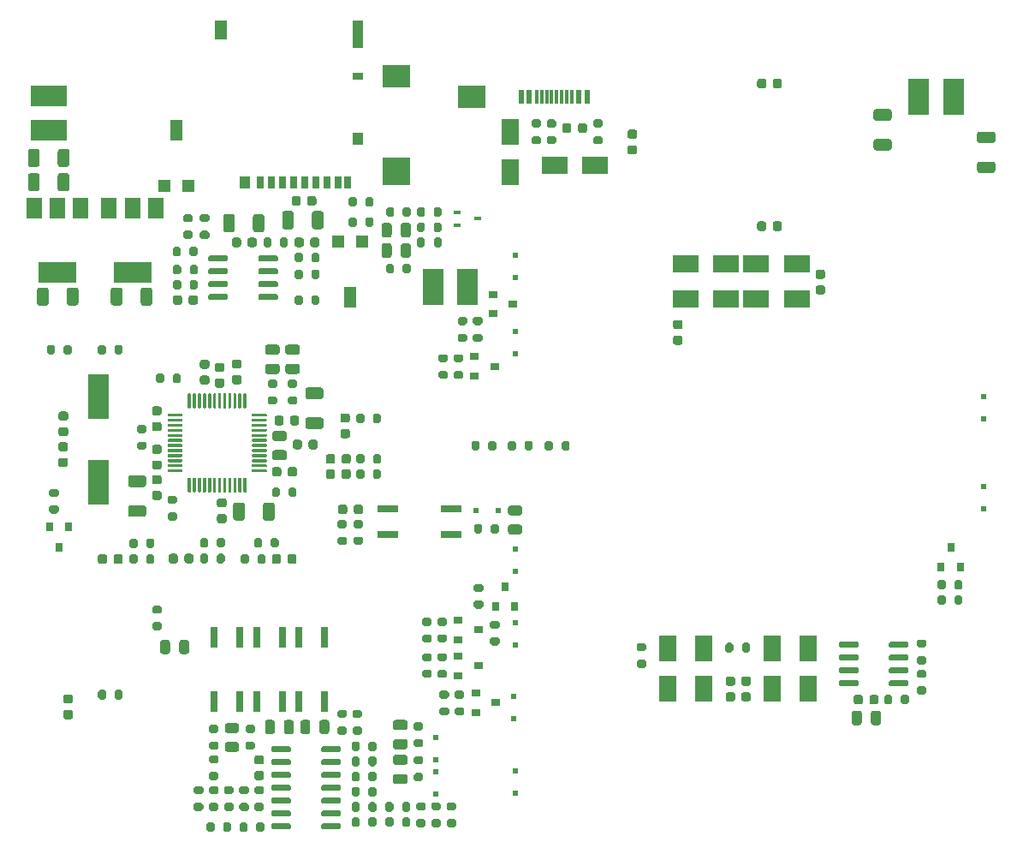
<source format=gbr>
%TF.GenerationSoftware,KiCad,Pcbnew,5.1.9-73d0e3b20d~88~ubuntu18.04.1*%
%TF.CreationDate,2021-01-16T14:46:19+01:00*%
%TF.ProjectId,saba-fernbedienung,73616261-2d66-4657-926e-62656469656e,rev?*%
%TF.SameCoordinates,Original*%
%TF.FileFunction,Paste,Top*%
%TF.FilePolarity,Positive*%
%FSLAX46Y46*%
G04 Gerber Fmt 4.6, Leading zero omitted, Abs format (unit mm)*
G04 Created by KiCad (PCBNEW 5.1.9-73d0e3b20d~88~ubuntu18.04.1) date 2021-01-16 14:46:19*
%MOMM*%
%LPD*%
G01*
G04 APERTURE LIST*
%ADD10R,0.700000X1.200000*%
%ADD11R,1.000000X1.200000*%
%ADD12R,1.000000X0.800000*%
%ADD13R,1.000000X2.800000*%
%ADD14R,1.300000X1.900000*%
%ADD15R,0.800000X0.900000*%
%ADD16R,2.000000X4.500000*%
%ADD17R,1.800000X2.500000*%
%ADD18R,0.640000X2.000000*%
%ADD19R,0.900000X0.800000*%
%ADD20R,0.600000X1.450000*%
%ADD21R,0.300000X1.450000*%
%ADD22R,2.000000X0.640000*%
%ADD23R,3.800000X2.000000*%
%ADD24R,1.500000X2.000000*%
%ADD25R,1.300000X1.300000*%
%ADD26R,1.300000X2.000000*%
%ADD27R,2.000000X3.600000*%
%ADD28R,3.600000X2.000000*%
%ADD29R,2.800000X2.800000*%
%ADD30R,2.800000X2.200000*%
%ADD31R,0.500000X0.500000*%
%ADD32R,2.500000X1.800000*%
%ADD33R,0.700000X0.450000*%
G04 APERTURE END LIST*
D10*
%TO.C,J303*%
X132875000Y-74975000D03*
X131925000Y-74975000D03*
X124225000Y-74975000D03*
X125325000Y-74975000D03*
X126425000Y-74975000D03*
X127525000Y-74975000D03*
X128625000Y-74975000D03*
X129725000Y-74975000D03*
X130825000Y-74975000D03*
D11*
X122675000Y-74975000D03*
X133825000Y-70675000D03*
D12*
X133825000Y-64475000D03*
D13*
X133825000Y-60325000D03*
D14*
X120325000Y-59875000D03*
%TD*%
%TO.C,R719*%
G36*
G01*
X126150000Y-105325000D02*
X126150000Y-105875000D01*
G75*
G02*
X125950000Y-106075000I-200000J0D01*
G01*
X125550000Y-106075000D01*
G75*
G02*
X125350000Y-105875000I0J200000D01*
G01*
X125350000Y-105325000D01*
G75*
G02*
X125550000Y-105125000I200000J0D01*
G01*
X125950000Y-105125000D01*
G75*
G02*
X126150000Y-105325000I0J-200000D01*
G01*
G37*
G36*
G01*
X127800000Y-105325000D02*
X127800000Y-105875000D01*
G75*
G02*
X127600000Y-106075000I-200000J0D01*
G01*
X127200000Y-106075000D01*
G75*
G02*
X127000000Y-105875000I0J200000D01*
G01*
X127000000Y-105325000D01*
G75*
G02*
X127200000Y-105125000I200000J0D01*
G01*
X127600000Y-105125000D01*
G75*
G02*
X127800000Y-105325000I0J-200000D01*
G01*
G37*
%TD*%
%TO.C,R203*%
G36*
G01*
X104075000Y-106050000D02*
X103525000Y-106050000D01*
G75*
G02*
X103325000Y-105850000I0J200000D01*
G01*
X103325000Y-105450000D01*
G75*
G02*
X103525000Y-105250000I200000J0D01*
G01*
X104075000Y-105250000D01*
G75*
G02*
X104275000Y-105450000I0J-200000D01*
G01*
X104275000Y-105850000D01*
G75*
G02*
X104075000Y-106050000I-200000J0D01*
G01*
G37*
G36*
G01*
X104075000Y-107700000D02*
X103525000Y-107700000D01*
G75*
G02*
X103325000Y-107500000I0J200000D01*
G01*
X103325000Y-107100000D01*
G75*
G02*
X103525000Y-106900000I200000J0D01*
G01*
X104075000Y-106900000D01*
G75*
G02*
X104275000Y-107100000I0J-200000D01*
G01*
X104275000Y-107500000D01*
G75*
G02*
X104075000Y-107700000I-200000J0D01*
G01*
G37*
%TD*%
D15*
%TO.C,Q201*%
X104300000Y-111000000D03*
X103350000Y-109000000D03*
X105250000Y-109000000D03*
%TD*%
%TO.C,R721*%
G36*
G01*
X115775000Y-108400000D02*
X115225000Y-108400000D01*
G75*
G02*
X115025000Y-108200000I0J200000D01*
G01*
X115025000Y-107800000D01*
G75*
G02*
X115225000Y-107600000I200000J0D01*
G01*
X115775000Y-107600000D01*
G75*
G02*
X115975000Y-107800000I0J-200000D01*
G01*
X115975000Y-108200000D01*
G75*
G02*
X115775000Y-108400000I-200000J0D01*
G01*
G37*
G36*
G01*
X115775000Y-106750000D02*
X115225000Y-106750000D01*
G75*
G02*
X115025000Y-106550000I0J200000D01*
G01*
X115025000Y-106150000D01*
G75*
G02*
X115225000Y-105950000I200000J0D01*
G01*
X115775000Y-105950000D01*
G75*
G02*
X115975000Y-106150000I0J-200000D01*
G01*
X115975000Y-106550000D01*
G75*
G02*
X115775000Y-106750000I-200000J0D01*
G01*
G37*
%TD*%
%TO.C,R720*%
G36*
G01*
X113900000Y-94615000D02*
X113900000Y-94065000D01*
G75*
G02*
X114100000Y-93865000I200000J0D01*
G01*
X114500000Y-93865000D01*
G75*
G02*
X114700000Y-94065000I0J-200000D01*
G01*
X114700000Y-94615000D01*
G75*
G02*
X114500000Y-94815000I-200000J0D01*
G01*
X114100000Y-94815000D01*
G75*
G02*
X113900000Y-94615000I0J200000D01*
G01*
G37*
G36*
G01*
X115550000Y-94615000D02*
X115550000Y-94065000D01*
G75*
G02*
X115750000Y-93865000I200000J0D01*
G01*
X116150000Y-93865000D01*
G75*
G02*
X116350000Y-94065000I0J-200000D01*
G01*
X116350000Y-94615000D01*
G75*
G02*
X116150000Y-94815000I-200000J0D01*
G01*
X115750000Y-94815000D01*
G75*
G02*
X115550000Y-94615000I0J200000D01*
G01*
G37*
%TD*%
%TO.C,R718*%
G36*
G01*
X133700000Y-98575000D02*
X133700000Y-98025000D01*
G75*
G02*
X133900000Y-97825000I200000J0D01*
G01*
X134300000Y-97825000D01*
G75*
G02*
X134500000Y-98025000I0J-200000D01*
G01*
X134500000Y-98575000D01*
G75*
G02*
X134300000Y-98775000I-200000J0D01*
G01*
X133900000Y-98775000D01*
G75*
G02*
X133700000Y-98575000I0J200000D01*
G01*
G37*
G36*
G01*
X135350000Y-98575000D02*
X135350000Y-98025000D01*
G75*
G02*
X135550000Y-97825000I200000J0D01*
G01*
X135950000Y-97825000D01*
G75*
G02*
X136150000Y-98025000I0J-200000D01*
G01*
X136150000Y-98575000D01*
G75*
G02*
X135950000Y-98775000I-200000J0D01*
G01*
X135550000Y-98775000D01*
G75*
G02*
X135350000Y-98575000I0J200000D01*
G01*
G37*
%TD*%
%TO.C,R716*%
G36*
G01*
X133700000Y-102575000D02*
X133700000Y-102025000D01*
G75*
G02*
X133900000Y-101825000I200000J0D01*
G01*
X134300000Y-101825000D01*
G75*
G02*
X134500000Y-102025000I0J-200000D01*
G01*
X134500000Y-102575000D01*
G75*
G02*
X134300000Y-102775000I-200000J0D01*
G01*
X133900000Y-102775000D01*
G75*
G02*
X133700000Y-102575000I0J200000D01*
G01*
G37*
G36*
G01*
X135350000Y-102575000D02*
X135350000Y-102025000D01*
G75*
G02*
X135550000Y-101825000I200000J0D01*
G01*
X135950000Y-101825000D01*
G75*
G02*
X136150000Y-102025000I0J-200000D01*
G01*
X136150000Y-102575000D01*
G75*
G02*
X135950000Y-102775000I-200000J0D01*
G01*
X135550000Y-102775000D01*
G75*
G02*
X135350000Y-102575000I0J200000D01*
G01*
G37*
%TD*%
%TO.C,R715*%
G36*
G01*
X127675000Y-96925000D02*
X127125000Y-96925000D01*
G75*
G02*
X126925000Y-96725000I0J200000D01*
G01*
X126925000Y-96325000D01*
G75*
G02*
X127125000Y-96125000I200000J0D01*
G01*
X127675000Y-96125000D01*
G75*
G02*
X127875000Y-96325000I0J-200000D01*
G01*
X127875000Y-96725000D01*
G75*
G02*
X127675000Y-96925000I-200000J0D01*
G01*
G37*
G36*
G01*
X127675000Y-95275000D02*
X127125000Y-95275000D01*
G75*
G02*
X126925000Y-95075000I0J200000D01*
G01*
X126925000Y-94675000D01*
G75*
G02*
X127125000Y-94475000I200000J0D01*
G01*
X127675000Y-94475000D01*
G75*
G02*
X127875000Y-94675000I0J-200000D01*
G01*
X127875000Y-95075000D01*
G75*
G02*
X127675000Y-95275000I-200000J0D01*
G01*
G37*
%TD*%
%TO.C,R711*%
G36*
G01*
X125125000Y-94475000D02*
X125675000Y-94475000D01*
G75*
G02*
X125875000Y-94675000I0J-200000D01*
G01*
X125875000Y-95075000D01*
G75*
G02*
X125675000Y-95275000I-200000J0D01*
G01*
X125125000Y-95275000D01*
G75*
G02*
X124925000Y-95075000I0J200000D01*
G01*
X124925000Y-94675000D01*
G75*
G02*
X125125000Y-94475000I200000J0D01*
G01*
G37*
G36*
G01*
X125125000Y-96125000D02*
X125675000Y-96125000D01*
G75*
G02*
X125875000Y-96325000I0J-200000D01*
G01*
X125875000Y-96725000D01*
G75*
G02*
X125675000Y-96925000I-200000J0D01*
G01*
X125125000Y-96925000D01*
G75*
G02*
X124925000Y-96725000I0J200000D01*
G01*
X124925000Y-96325000D01*
G75*
G02*
X125125000Y-96125000I200000J0D01*
G01*
G37*
%TD*%
%TO.C,R707*%
G36*
G01*
X112205000Y-98955000D02*
X112755000Y-98955000D01*
G75*
G02*
X112955000Y-99155000I0J-200000D01*
G01*
X112955000Y-99555000D01*
G75*
G02*
X112755000Y-99755000I-200000J0D01*
G01*
X112205000Y-99755000D01*
G75*
G02*
X112005000Y-99555000I0J200000D01*
G01*
X112005000Y-99155000D01*
G75*
G02*
X112205000Y-98955000I200000J0D01*
G01*
G37*
G36*
G01*
X112205000Y-100605000D02*
X112755000Y-100605000D01*
G75*
G02*
X112955000Y-100805000I0J-200000D01*
G01*
X112955000Y-101205000D01*
G75*
G02*
X112755000Y-101405000I-200000J0D01*
G01*
X112205000Y-101405000D01*
G75*
G02*
X112005000Y-101205000I0J200000D01*
G01*
X112005000Y-100805000D01*
G75*
G02*
X112205000Y-100605000I200000J0D01*
G01*
G37*
%TD*%
%TO.C,C723*%
G36*
G01*
X132350000Y-97800000D02*
X132850000Y-97800000D01*
G75*
G02*
X133075000Y-98025000I0J-225000D01*
G01*
X133075000Y-98475000D01*
G75*
G02*
X132850000Y-98700000I-225000J0D01*
G01*
X132350000Y-98700000D01*
G75*
G02*
X132125000Y-98475000I0J225000D01*
G01*
X132125000Y-98025000D01*
G75*
G02*
X132350000Y-97800000I225000J0D01*
G01*
G37*
G36*
G01*
X132350000Y-99350000D02*
X132850000Y-99350000D01*
G75*
G02*
X133075000Y-99575000I0J-225000D01*
G01*
X133075000Y-100025000D01*
G75*
G02*
X132850000Y-100250000I-225000J0D01*
G01*
X132350000Y-100250000D01*
G75*
G02*
X132125000Y-100025000I0J225000D01*
G01*
X132125000Y-99575000D01*
G75*
G02*
X132350000Y-99350000I225000J0D01*
G01*
G37*
%TD*%
%TO.C,C722*%
G36*
G01*
X133150000Y-103550000D02*
X133150000Y-104050000D01*
G75*
G02*
X132925000Y-104275000I-225000J0D01*
G01*
X132475000Y-104275000D01*
G75*
G02*
X132250000Y-104050000I0J225000D01*
G01*
X132250000Y-103550000D01*
G75*
G02*
X132475000Y-103325000I225000J0D01*
G01*
X132925000Y-103325000D01*
G75*
G02*
X133150000Y-103550000I0J-225000D01*
G01*
G37*
G36*
G01*
X131600000Y-103550000D02*
X131600000Y-104050000D01*
G75*
G02*
X131375000Y-104275000I-225000J0D01*
G01*
X130925000Y-104275000D01*
G75*
G02*
X130700000Y-104050000I0J225000D01*
G01*
X130700000Y-103550000D01*
G75*
G02*
X130925000Y-103325000I225000J0D01*
G01*
X131375000Y-103325000D01*
G75*
G02*
X131600000Y-103550000I0J-225000D01*
G01*
G37*
%TD*%
%TO.C,C721*%
G36*
G01*
X133150000Y-102050000D02*
X133150000Y-102550000D01*
G75*
G02*
X132925000Y-102775000I-225000J0D01*
G01*
X132475000Y-102775000D01*
G75*
G02*
X132250000Y-102550000I0J225000D01*
G01*
X132250000Y-102050000D01*
G75*
G02*
X132475000Y-101825000I225000J0D01*
G01*
X132925000Y-101825000D01*
G75*
G02*
X133150000Y-102050000I0J-225000D01*
G01*
G37*
G36*
G01*
X131600000Y-102050000D02*
X131600000Y-102550000D01*
G75*
G02*
X131375000Y-102775000I-225000J0D01*
G01*
X130925000Y-102775000D01*
G75*
G02*
X130700000Y-102550000I0J225000D01*
G01*
X130700000Y-102050000D01*
G75*
G02*
X130925000Y-101825000I225000J0D01*
G01*
X131375000Y-101825000D01*
G75*
G02*
X131600000Y-102050000I0J-225000D01*
G01*
G37*
%TD*%
%TO.C,C720*%
G36*
G01*
X125630000Y-99530000D02*
X126580000Y-99530000D01*
G75*
G02*
X126830000Y-99780000I0J-250000D01*
G01*
X126830000Y-100280000D01*
G75*
G02*
X126580000Y-100530000I-250000J0D01*
G01*
X125630000Y-100530000D01*
G75*
G02*
X125380000Y-100280000I0J250000D01*
G01*
X125380000Y-99780000D01*
G75*
G02*
X125630000Y-99530000I250000J0D01*
G01*
G37*
G36*
G01*
X125630000Y-101430000D02*
X126580000Y-101430000D01*
G75*
G02*
X126830000Y-101680000I0J-250000D01*
G01*
X126830000Y-102180000D01*
G75*
G02*
X126580000Y-102430000I-250000J0D01*
G01*
X125630000Y-102430000D01*
G75*
G02*
X125380000Y-102180000I0J250000D01*
G01*
X125380000Y-101680000D01*
G75*
G02*
X125630000Y-101430000I250000J0D01*
G01*
G37*
%TD*%
%TO.C,C719*%
G36*
G01*
X127875000Y-93900000D02*
X126925000Y-93900000D01*
G75*
G02*
X126675000Y-93650000I0J250000D01*
G01*
X126675000Y-93150000D01*
G75*
G02*
X126925000Y-92900000I250000J0D01*
G01*
X127875000Y-92900000D01*
G75*
G02*
X128125000Y-93150000I0J-250000D01*
G01*
X128125000Y-93650000D01*
G75*
G02*
X127875000Y-93900000I-250000J0D01*
G01*
G37*
G36*
G01*
X127875000Y-92000000D02*
X126925000Y-92000000D01*
G75*
G02*
X126675000Y-91750000I0J250000D01*
G01*
X126675000Y-91250000D01*
G75*
G02*
X126925000Y-91000000I250000J0D01*
G01*
X127875000Y-91000000D01*
G75*
G02*
X128125000Y-91250000I0J-250000D01*
G01*
X128125000Y-91750000D01*
G75*
G02*
X127875000Y-92000000I-250000J0D01*
G01*
G37*
%TD*%
%TO.C,C717*%
G36*
G01*
X124925000Y-91000000D02*
X125875000Y-91000000D01*
G75*
G02*
X126125000Y-91250000I0J-250000D01*
G01*
X126125000Y-91750000D01*
G75*
G02*
X125875000Y-92000000I-250000J0D01*
G01*
X124925000Y-92000000D01*
G75*
G02*
X124675000Y-91750000I0J250000D01*
G01*
X124675000Y-91250000D01*
G75*
G02*
X124925000Y-91000000I250000J0D01*
G01*
G37*
G36*
G01*
X124925000Y-92900000D02*
X125875000Y-92900000D01*
G75*
G02*
X126125000Y-93150000I0J-250000D01*
G01*
X126125000Y-93650000D01*
G75*
G02*
X125875000Y-93900000I-250000J0D01*
G01*
X124925000Y-93900000D01*
G75*
G02*
X124675000Y-93650000I0J250000D01*
G01*
X124675000Y-93150000D01*
G75*
G02*
X124925000Y-92900000I250000J0D01*
G01*
G37*
%TD*%
%TO.C,C715*%
G36*
G01*
X104480000Y-99155000D02*
X104980000Y-99155000D01*
G75*
G02*
X105205000Y-99380000I0J-225000D01*
G01*
X105205000Y-99830000D01*
G75*
G02*
X104980000Y-100055000I-225000J0D01*
G01*
X104480000Y-100055000D01*
G75*
G02*
X104255000Y-99830000I0J225000D01*
G01*
X104255000Y-99380000D01*
G75*
G02*
X104480000Y-99155000I225000J0D01*
G01*
G37*
G36*
G01*
X104480000Y-97605000D02*
X104980000Y-97605000D01*
G75*
G02*
X105205000Y-97830000I0J-225000D01*
G01*
X105205000Y-98280000D01*
G75*
G02*
X104980000Y-98505000I-225000J0D01*
G01*
X104480000Y-98505000D01*
G75*
G02*
X104255000Y-98280000I0J225000D01*
G01*
X104255000Y-97830000D01*
G75*
G02*
X104480000Y-97605000I225000J0D01*
G01*
G37*
%TD*%
%TO.C,C714*%
G36*
G01*
X104950000Y-103100000D02*
X104450000Y-103100000D01*
G75*
G02*
X104225000Y-102875000I0J225000D01*
G01*
X104225000Y-102425000D01*
G75*
G02*
X104450000Y-102200000I225000J0D01*
G01*
X104950000Y-102200000D01*
G75*
G02*
X105175000Y-102425000I0J-225000D01*
G01*
X105175000Y-102875000D01*
G75*
G02*
X104950000Y-103100000I-225000J0D01*
G01*
G37*
G36*
G01*
X104950000Y-101550000D02*
X104450000Y-101550000D01*
G75*
G02*
X104225000Y-101325000I0J225000D01*
G01*
X104225000Y-100875000D01*
G75*
G02*
X104450000Y-100650000I225000J0D01*
G01*
X104950000Y-100650000D01*
G75*
G02*
X105175000Y-100875000I0J-225000D01*
G01*
X105175000Y-101325000D01*
G75*
G02*
X104950000Y-101550000I-225000J0D01*
G01*
G37*
%TD*%
%TO.C,C713*%
G36*
G01*
X128055000Y-98255000D02*
X128055000Y-98755000D01*
G75*
G02*
X127830000Y-98980000I-225000J0D01*
G01*
X127380000Y-98980000D01*
G75*
G02*
X127155000Y-98755000I0J225000D01*
G01*
X127155000Y-98255000D01*
G75*
G02*
X127380000Y-98030000I225000J0D01*
G01*
X127830000Y-98030000D01*
G75*
G02*
X128055000Y-98255000I0J-225000D01*
G01*
G37*
G36*
G01*
X126505000Y-98255000D02*
X126505000Y-98755000D01*
G75*
G02*
X126280000Y-98980000I-225000J0D01*
G01*
X125830000Y-98980000D01*
G75*
G02*
X125605000Y-98755000I0J225000D01*
G01*
X125605000Y-98255000D01*
G75*
G02*
X125830000Y-98030000I225000J0D01*
G01*
X126280000Y-98030000D01*
G75*
G02*
X126505000Y-98255000I0J-225000D01*
G01*
G37*
%TD*%
%TO.C,C712*%
G36*
G01*
X127830000Y-103330000D02*
X127830000Y-103830000D01*
G75*
G02*
X127605000Y-104055000I-225000J0D01*
G01*
X127155000Y-104055000D01*
G75*
G02*
X126930000Y-103830000I0J225000D01*
G01*
X126930000Y-103330000D01*
G75*
G02*
X127155000Y-103105000I225000J0D01*
G01*
X127605000Y-103105000D01*
G75*
G02*
X127830000Y-103330000I0J-225000D01*
G01*
G37*
G36*
G01*
X126280000Y-103330000D02*
X126280000Y-103830000D01*
G75*
G02*
X126055000Y-104055000I-225000J0D01*
G01*
X125605000Y-104055000D01*
G75*
G02*
X125380000Y-103830000I0J225000D01*
G01*
X125380000Y-103330000D01*
G75*
G02*
X125605000Y-103105000I225000J0D01*
G01*
X126055000Y-103105000D01*
G75*
G02*
X126280000Y-103330000I0J-225000D01*
G01*
G37*
%TD*%
%TO.C,C711*%
G36*
G01*
X129880000Y-100630000D02*
X129880000Y-101130000D01*
G75*
G02*
X129655000Y-101355000I-225000J0D01*
G01*
X129205000Y-101355000D01*
G75*
G02*
X128980000Y-101130000I0J225000D01*
G01*
X128980000Y-100630000D01*
G75*
G02*
X129205000Y-100405000I225000J0D01*
G01*
X129655000Y-100405000D01*
G75*
G02*
X129880000Y-100630000I0J-225000D01*
G01*
G37*
G36*
G01*
X128330000Y-100630000D02*
X128330000Y-101130000D01*
G75*
G02*
X128105000Y-101355000I-225000J0D01*
G01*
X127655000Y-101355000D01*
G75*
G02*
X127430000Y-101130000I0J225000D01*
G01*
X127430000Y-100630000D01*
G75*
G02*
X127655000Y-100405000I225000J0D01*
G01*
X128105000Y-100405000D01*
G75*
G02*
X128330000Y-100630000I0J-225000D01*
G01*
G37*
%TD*%
%TO.C,C709*%
G36*
G01*
X114230000Y-103355000D02*
X113730000Y-103355000D01*
G75*
G02*
X113505000Y-103130000I0J225000D01*
G01*
X113505000Y-102680000D01*
G75*
G02*
X113730000Y-102455000I225000J0D01*
G01*
X114230000Y-102455000D01*
G75*
G02*
X114455000Y-102680000I0J-225000D01*
G01*
X114455000Y-103130000D01*
G75*
G02*
X114230000Y-103355000I-225000J0D01*
G01*
G37*
G36*
G01*
X114230000Y-101805000D02*
X113730000Y-101805000D01*
G75*
G02*
X113505000Y-101580000I0J225000D01*
G01*
X113505000Y-101130000D01*
G75*
G02*
X113730000Y-100905000I225000J0D01*
G01*
X114230000Y-100905000D01*
G75*
G02*
X114455000Y-101130000I0J-225000D01*
G01*
X114455000Y-101580000D01*
G75*
G02*
X114230000Y-101805000I-225000J0D01*
G01*
G37*
%TD*%
%TO.C,C708*%
G36*
G01*
X114230000Y-99555000D02*
X113730000Y-99555000D01*
G75*
G02*
X113505000Y-99330000I0J225000D01*
G01*
X113505000Y-98880000D01*
G75*
G02*
X113730000Y-98655000I225000J0D01*
G01*
X114230000Y-98655000D01*
G75*
G02*
X114455000Y-98880000I0J-225000D01*
G01*
X114455000Y-99330000D01*
G75*
G02*
X114230000Y-99555000I-225000J0D01*
G01*
G37*
G36*
G01*
X114230000Y-98005000D02*
X113730000Y-98005000D01*
G75*
G02*
X113505000Y-97780000I0J225000D01*
G01*
X113505000Y-97330000D01*
G75*
G02*
X113730000Y-97105000I225000J0D01*
G01*
X114230000Y-97105000D01*
G75*
G02*
X114455000Y-97330000I0J-225000D01*
G01*
X114455000Y-97780000D01*
G75*
G02*
X114230000Y-98005000I-225000J0D01*
G01*
G37*
%TD*%
%TO.C,C707*%
G36*
G01*
X119930000Y-92805000D02*
X120430000Y-92805000D01*
G75*
G02*
X120655000Y-93030000I0J-225000D01*
G01*
X120655000Y-93480000D01*
G75*
G02*
X120430000Y-93705000I-225000J0D01*
G01*
X119930000Y-93705000D01*
G75*
G02*
X119705000Y-93480000I0J225000D01*
G01*
X119705000Y-93030000D01*
G75*
G02*
X119930000Y-92805000I225000J0D01*
G01*
G37*
G36*
G01*
X119930000Y-94355000D02*
X120430000Y-94355000D01*
G75*
G02*
X120655000Y-94580000I0J-225000D01*
G01*
X120655000Y-95030000D01*
G75*
G02*
X120430000Y-95255000I-225000J0D01*
G01*
X119930000Y-95255000D01*
G75*
G02*
X119705000Y-95030000I0J225000D01*
G01*
X119705000Y-94580000D01*
G75*
G02*
X119930000Y-94355000I225000J0D01*
G01*
G37*
%TD*%
%TO.C,C706*%
G36*
G01*
X112680001Y-108030000D02*
X111379999Y-108030000D01*
G75*
G02*
X111130000Y-107780001I0J249999D01*
G01*
X111130000Y-107129999D01*
G75*
G02*
X111379999Y-106880000I249999J0D01*
G01*
X112680001Y-106880000D01*
G75*
G02*
X112930000Y-107129999I0J-249999D01*
G01*
X112930000Y-107780001D01*
G75*
G02*
X112680001Y-108030000I-249999J0D01*
G01*
G37*
G36*
G01*
X112680001Y-105080000D02*
X111379999Y-105080000D01*
G75*
G02*
X111130000Y-104830001I0J249999D01*
G01*
X111130000Y-104179999D01*
G75*
G02*
X111379999Y-103930000I249999J0D01*
G01*
X112680001Y-103930000D01*
G75*
G02*
X112930000Y-104179999I0J-249999D01*
G01*
X112930000Y-104830001D01*
G75*
G02*
X112680001Y-105080000I-249999J0D01*
G01*
G37*
%TD*%
%TO.C,C704*%
G36*
G01*
X120650000Y-108655000D02*
X120150000Y-108655000D01*
G75*
G02*
X119925000Y-108430000I0J225000D01*
G01*
X119925000Y-107980000D01*
G75*
G02*
X120150000Y-107755000I225000J0D01*
G01*
X120650000Y-107755000D01*
G75*
G02*
X120875000Y-107980000I0J-225000D01*
G01*
X120875000Y-108430000D01*
G75*
G02*
X120650000Y-108655000I-225000J0D01*
G01*
G37*
G36*
G01*
X120650000Y-107105000D02*
X120150000Y-107105000D01*
G75*
G02*
X119925000Y-106880000I0J225000D01*
G01*
X119925000Y-106430000D01*
G75*
G02*
X120150000Y-106205000I225000J0D01*
G01*
X120650000Y-106205000D01*
G75*
G02*
X120875000Y-106430000I0J-225000D01*
G01*
X120875000Y-106880000D01*
G75*
G02*
X120650000Y-107105000I-225000J0D01*
G01*
G37*
%TD*%
%TO.C,C703*%
G36*
G01*
X114230000Y-106355000D02*
X113730000Y-106355000D01*
G75*
G02*
X113505000Y-106130000I0J225000D01*
G01*
X113505000Y-105680000D01*
G75*
G02*
X113730000Y-105455000I225000J0D01*
G01*
X114230000Y-105455000D01*
G75*
G02*
X114455000Y-105680000I0J-225000D01*
G01*
X114455000Y-106130000D01*
G75*
G02*
X114230000Y-106355000I-225000J0D01*
G01*
G37*
G36*
G01*
X114230000Y-104805000D02*
X113730000Y-104805000D01*
G75*
G02*
X113505000Y-104580000I0J225000D01*
G01*
X113505000Y-104130000D01*
G75*
G02*
X113730000Y-103905000I225000J0D01*
G01*
X114230000Y-103905000D01*
G75*
G02*
X114455000Y-104130000I0J-225000D01*
G01*
X114455000Y-104580000D01*
G75*
G02*
X114230000Y-104805000I-225000J0D01*
G01*
G37*
%TD*%
%TO.C,C702*%
G36*
G01*
X121630000Y-92475000D02*
X122130000Y-92475000D01*
G75*
G02*
X122355000Y-92700000I0J-225000D01*
G01*
X122355000Y-93150000D01*
G75*
G02*
X122130000Y-93375000I-225000J0D01*
G01*
X121630000Y-93375000D01*
G75*
G02*
X121405000Y-93150000I0J225000D01*
G01*
X121405000Y-92700000D01*
G75*
G02*
X121630000Y-92475000I225000J0D01*
G01*
G37*
G36*
G01*
X121630000Y-94025000D02*
X122130000Y-94025000D01*
G75*
G02*
X122355000Y-94250000I0J-225000D01*
G01*
X122355000Y-94700000D01*
G75*
G02*
X122130000Y-94925000I-225000J0D01*
G01*
X121630000Y-94925000D01*
G75*
G02*
X121405000Y-94700000I0J225000D01*
G01*
X121405000Y-94250000D01*
G75*
G02*
X121630000Y-94025000I225000J0D01*
G01*
G37*
%TD*%
%TO.C,C701*%
G36*
G01*
X118455000Y-92505000D02*
X118955000Y-92505000D01*
G75*
G02*
X119180000Y-92730000I0J-225000D01*
G01*
X119180000Y-93180000D01*
G75*
G02*
X118955000Y-93405000I-225000J0D01*
G01*
X118455000Y-93405000D01*
G75*
G02*
X118230000Y-93180000I0J225000D01*
G01*
X118230000Y-92730000D01*
G75*
G02*
X118455000Y-92505000I225000J0D01*
G01*
G37*
G36*
G01*
X118455000Y-94055000D02*
X118955000Y-94055000D01*
G75*
G02*
X119180000Y-94280000I0J-225000D01*
G01*
X119180000Y-94730000D01*
G75*
G02*
X118955000Y-94955000I-225000J0D01*
G01*
X118455000Y-94955000D01*
G75*
G02*
X118230000Y-94730000I0J225000D01*
G01*
X118230000Y-94280000D01*
G75*
G02*
X118455000Y-94055000I225000J0D01*
G01*
G37*
%TD*%
%TO.C,C417*%
G36*
G01*
X130205001Y-99350000D02*
X128904999Y-99350000D01*
G75*
G02*
X128655000Y-99100001I0J249999D01*
G01*
X128655000Y-98449999D01*
G75*
G02*
X128904999Y-98200000I249999J0D01*
G01*
X130205001Y-98200000D01*
G75*
G02*
X130455000Y-98449999I0J-249999D01*
G01*
X130455000Y-99100001D01*
G75*
G02*
X130205001Y-99350000I-249999J0D01*
G01*
G37*
G36*
G01*
X130205001Y-96400000D02*
X128904999Y-96400000D01*
G75*
G02*
X128655000Y-96150001I0J249999D01*
G01*
X128655000Y-95499999D01*
G75*
G02*
X128904999Y-95250000I249999J0D01*
G01*
X130205001Y-95250000D01*
G75*
G02*
X130455000Y-95499999I0J-249999D01*
G01*
X130455000Y-96150001D01*
G75*
G02*
X130205001Y-96400000I-249999J0D01*
G01*
G37*
%TD*%
%TO.C,R717*%
G36*
G01*
X133700000Y-104075000D02*
X133700000Y-103525000D01*
G75*
G02*
X133900000Y-103325000I200000J0D01*
G01*
X134300000Y-103325000D01*
G75*
G02*
X134500000Y-103525000I0J-200000D01*
G01*
X134500000Y-104075000D01*
G75*
G02*
X134300000Y-104275000I-200000J0D01*
G01*
X133900000Y-104275000D01*
G75*
G02*
X133700000Y-104075000I0J200000D01*
G01*
G37*
G36*
G01*
X135350000Y-104075000D02*
X135350000Y-103525000D01*
G75*
G02*
X135550000Y-103325000I200000J0D01*
G01*
X135950000Y-103325000D01*
G75*
G02*
X136150000Y-103525000I0J-200000D01*
G01*
X136150000Y-104075000D01*
G75*
G02*
X135950000Y-104275000I-200000J0D01*
G01*
X135550000Y-104275000D01*
G75*
G02*
X135350000Y-104075000I0J200000D01*
G01*
G37*
%TD*%
%TO.C,U702*%
G36*
G01*
X123440000Y-97825000D02*
X124765000Y-97825000D01*
G75*
G02*
X124840000Y-97900000I0J-75000D01*
G01*
X124840000Y-98050000D01*
G75*
G02*
X124765000Y-98125000I-75000J0D01*
G01*
X123440000Y-98125000D01*
G75*
G02*
X123365000Y-98050000I0J75000D01*
G01*
X123365000Y-97900000D01*
G75*
G02*
X123440000Y-97825000I75000J0D01*
G01*
G37*
G36*
G01*
X123440000Y-98325000D02*
X124765000Y-98325000D01*
G75*
G02*
X124840000Y-98400000I0J-75000D01*
G01*
X124840000Y-98550000D01*
G75*
G02*
X124765000Y-98625000I-75000J0D01*
G01*
X123440000Y-98625000D01*
G75*
G02*
X123365000Y-98550000I0J75000D01*
G01*
X123365000Y-98400000D01*
G75*
G02*
X123440000Y-98325000I75000J0D01*
G01*
G37*
G36*
G01*
X123440000Y-98825000D02*
X124765000Y-98825000D01*
G75*
G02*
X124840000Y-98900000I0J-75000D01*
G01*
X124840000Y-99050000D01*
G75*
G02*
X124765000Y-99125000I-75000J0D01*
G01*
X123440000Y-99125000D01*
G75*
G02*
X123365000Y-99050000I0J75000D01*
G01*
X123365000Y-98900000D01*
G75*
G02*
X123440000Y-98825000I75000J0D01*
G01*
G37*
G36*
G01*
X123440000Y-99325000D02*
X124765000Y-99325000D01*
G75*
G02*
X124840000Y-99400000I0J-75000D01*
G01*
X124840000Y-99550000D01*
G75*
G02*
X124765000Y-99625000I-75000J0D01*
G01*
X123440000Y-99625000D01*
G75*
G02*
X123365000Y-99550000I0J75000D01*
G01*
X123365000Y-99400000D01*
G75*
G02*
X123440000Y-99325000I75000J0D01*
G01*
G37*
G36*
G01*
X123440000Y-99825000D02*
X124765000Y-99825000D01*
G75*
G02*
X124840000Y-99900000I0J-75000D01*
G01*
X124840000Y-100050000D01*
G75*
G02*
X124765000Y-100125000I-75000J0D01*
G01*
X123440000Y-100125000D01*
G75*
G02*
X123365000Y-100050000I0J75000D01*
G01*
X123365000Y-99900000D01*
G75*
G02*
X123440000Y-99825000I75000J0D01*
G01*
G37*
G36*
G01*
X123440000Y-100325000D02*
X124765000Y-100325000D01*
G75*
G02*
X124840000Y-100400000I0J-75000D01*
G01*
X124840000Y-100550000D01*
G75*
G02*
X124765000Y-100625000I-75000J0D01*
G01*
X123440000Y-100625000D01*
G75*
G02*
X123365000Y-100550000I0J75000D01*
G01*
X123365000Y-100400000D01*
G75*
G02*
X123440000Y-100325000I75000J0D01*
G01*
G37*
G36*
G01*
X123440000Y-100825000D02*
X124765000Y-100825000D01*
G75*
G02*
X124840000Y-100900000I0J-75000D01*
G01*
X124840000Y-101050000D01*
G75*
G02*
X124765000Y-101125000I-75000J0D01*
G01*
X123440000Y-101125000D01*
G75*
G02*
X123365000Y-101050000I0J75000D01*
G01*
X123365000Y-100900000D01*
G75*
G02*
X123440000Y-100825000I75000J0D01*
G01*
G37*
G36*
G01*
X123440000Y-101325000D02*
X124765000Y-101325000D01*
G75*
G02*
X124840000Y-101400000I0J-75000D01*
G01*
X124840000Y-101550000D01*
G75*
G02*
X124765000Y-101625000I-75000J0D01*
G01*
X123440000Y-101625000D01*
G75*
G02*
X123365000Y-101550000I0J75000D01*
G01*
X123365000Y-101400000D01*
G75*
G02*
X123440000Y-101325000I75000J0D01*
G01*
G37*
G36*
G01*
X123440000Y-101825000D02*
X124765000Y-101825000D01*
G75*
G02*
X124840000Y-101900000I0J-75000D01*
G01*
X124840000Y-102050000D01*
G75*
G02*
X124765000Y-102125000I-75000J0D01*
G01*
X123440000Y-102125000D01*
G75*
G02*
X123365000Y-102050000I0J75000D01*
G01*
X123365000Y-101900000D01*
G75*
G02*
X123440000Y-101825000I75000J0D01*
G01*
G37*
G36*
G01*
X123440000Y-102325000D02*
X124765000Y-102325000D01*
G75*
G02*
X124840000Y-102400000I0J-75000D01*
G01*
X124840000Y-102550000D01*
G75*
G02*
X124765000Y-102625000I-75000J0D01*
G01*
X123440000Y-102625000D01*
G75*
G02*
X123365000Y-102550000I0J75000D01*
G01*
X123365000Y-102400000D01*
G75*
G02*
X123440000Y-102325000I75000J0D01*
G01*
G37*
G36*
G01*
X123440000Y-102825000D02*
X124765000Y-102825000D01*
G75*
G02*
X124840000Y-102900000I0J-75000D01*
G01*
X124840000Y-103050000D01*
G75*
G02*
X124765000Y-103125000I-75000J0D01*
G01*
X123440000Y-103125000D01*
G75*
G02*
X123365000Y-103050000I0J75000D01*
G01*
X123365000Y-102900000D01*
G75*
G02*
X123440000Y-102825000I75000J0D01*
G01*
G37*
G36*
G01*
X123440000Y-103325000D02*
X124765000Y-103325000D01*
G75*
G02*
X124840000Y-103400000I0J-75000D01*
G01*
X124840000Y-103550000D01*
G75*
G02*
X124765000Y-103625000I-75000J0D01*
G01*
X123440000Y-103625000D01*
G75*
G02*
X123365000Y-103550000I0J75000D01*
G01*
X123365000Y-103400000D01*
G75*
G02*
X123440000Y-103325000I75000J0D01*
G01*
G37*
G36*
G01*
X122615000Y-104150000D02*
X122765000Y-104150000D01*
G75*
G02*
X122840000Y-104225000I0J-75000D01*
G01*
X122840000Y-105550000D01*
G75*
G02*
X122765000Y-105625000I-75000J0D01*
G01*
X122615000Y-105625000D01*
G75*
G02*
X122540000Y-105550000I0J75000D01*
G01*
X122540000Y-104225000D01*
G75*
G02*
X122615000Y-104150000I75000J0D01*
G01*
G37*
G36*
G01*
X122115000Y-104150000D02*
X122265000Y-104150000D01*
G75*
G02*
X122340000Y-104225000I0J-75000D01*
G01*
X122340000Y-105550000D01*
G75*
G02*
X122265000Y-105625000I-75000J0D01*
G01*
X122115000Y-105625000D01*
G75*
G02*
X122040000Y-105550000I0J75000D01*
G01*
X122040000Y-104225000D01*
G75*
G02*
X122115000Y-104150000I75000J0D01*
G01*
G37*
G36*
G01*
X121615000Y-104150000D02*
X121765000Y-104150000D01*
G75*
G02*
X121840000Y-104225000I0J-75000D01*
G01*
X121840000Y-105550000D01*
G75*
G02*
X121765000Y-105625000I-75000J0D01*
G01*
X121615000Y-105625000D01*
G75*
G02*
X121540000Y-105550000I0J75000D01*
G01*
X121540000Y-104225000D01*
G75*
G02*
X121615000Y-104150000I75000J0D01*
G01*
G37*
G36*
G01*
X121115000Y-104150000D02*
X121265000Y-104150000D01*
G75*
G02*
X121340000Y-104225000I0J-75000D01*
G01*
X121340000Y-105550000D01*
G75*
G02*
X121265000Y-105625000I-75000J0D01*
G01*
X121115000Y-105625000D01*
G75*
G02*
X121040000Y-105550000I0J75000D01*
G01*
X121040000Y-104225000D01*
G75*
G02*
X121115000Y-104150000I75000J0D01*
G01*
G37*
G36*
G01*
X120615000Y-104150000D02*
X120765000Y-104150000D01*
G75*
G02*
X120840000Y-104225000I0J-75000D01*
G01*
X120840000Y-105550000D01*
G75*
G02*
X120765000Y-105625000I-75000J0D01*
G01*
X120615000Y-105625000D01*
G75*
G02*
X120540000Y-105550000I0J75000D01*
G01*
X120540000Y-104225000D01*
G75*
G02*
X120615000Y-104150000I75000J0D01*
G01*
G37*
G36*
G01*
X120115000Y-104150000D02*
X120265000Y-104150000D01*
G75*
G02*
X120340000Y-104225000I0J-75000D01*
G01*
X120340000Y-105550000D01*
G75*
G02*
X120265000Y-105625000I-75000J0D01*
G01*
X120115000Y-105625000D01*
G75*
G02*
X120040000Y-105550000I0J75000D01*
G01*
X120040000Y-104225000D01*
G75*
G02*
X120115000Y-104150000I75000J0D01*
G01*
G37*
G36*
G01*
X119615000Y-104150000D02*
X119765000Y-104150000D01*
G75*
G02*
X119840000Y-104225000I0J-75000D01*
G01*
X119840000Y-105550000D01*
G75*
G02*
X119765000Y-105625000I-75000J0D01*
G01*
X119615000Y-105625000D01*
G75*
G02*
X119540000Y-105550000I0J75000D01*
G01*
X119540000Y-104225000D01*
G75*
G02*
X119615000Y-104150000I75000J0D01*
G01*
G37*
G36*
G01*
X119115000Y-104150000D02*
X119265000Y-104150000D01*
G75*
G02*
X119340000Y-104225000I0J-75000D01*
G01*
X119340000Y-105550000D01*
G75*
G02*
X119265000Y-105625000I-75000J0D01*
G01*
X119115000Y-105625000D01*
G75*
G02*
X119040000Y-105550000I0J75000D01*
G01*
X119040000Y-104225000D01*
G75*
G02*
X119115000Y-104150000I75000J0D01*
G01*
G37*
G36*
G01*
X118615000Y-104150000D02*
X118765000Y-104150000D01*
G75*
G02*
X118840000Y-104225000I0J-75000D01*
G01*
X118840000Y-105550000D01*
G75*
G02*
X118765000Y-105625000I-75000J0D01*
G01*
X118615000Y-105625000D01*
G75*
G02*
X118540000Y-105550000I0J75000D01*
G01*
X118540000Y-104225000D01*
G75*
G02*
X118615000Y-104150000I75000J0D01*
G01*
G37*
G36*
G01*
X118115000Y-104150000D02*
X118265000Y-104150000D01*
G75*
G02*
X118340000Y-104225000I0J-75000D01*
G01*
X118340000Y-105550000D01*
G75*
G02*
X118265000Y-105625000I-75000J0D01*
G01*
X118115000Y-105625000D01*
G75*
G02*
X118040000Y-105550000I0J75000D01*
G01*
X118040000Y-104225000D01*
G75*
G02*
X118115000Y-104150000I75000J0D01*
G01*
G37*
G36*
G01*
X117615000Y-104150000D02*
X117765000Y-104150000D01*
G75*
G02*
X117840000Y-104225000I0J-75000D01*
G01*
X117840000Y-105550000D01*
G75*
G02*
X117765000Y-105625000I-75000J0D01*
G01*
X117615000Y-105625000D01*
G75*
G02*
X117540000Y-105550000I0J75000D01*
G01*
X117540000Y-104225000D01*
G75*
G02*
X117615000Y-104150000I75000J0D01*
G01*
G37*
G36*
G01*
X117115000Y-104150000D02*
X117265000Y-104150000D01*
G75*
G02*
X117340000Y-104225000I0J-75000D01*
G01*
X117340000Y-105550000D01*
G75*
G02*
X117265000Y-105625000I-75000J0D01*
G01*
X117115000Y-105625000D01*
G75*
G02*
X117040000Y-105550000I0J75000D01*
G01*
X117040000Y-104225000D01*
G75*
G02*
X117115000Y-104150000I75000J0D01*
G01*
G37*
G36*
G01*
X115115000Y-103325000D02*
X116440000Y-103325000D01*
G75*
G02*
X116515000Y-103400000I0J-75000D01*
G01*
X116515000Y-103550000D01*
G75*
G02*
X116440000Y-103625000I-75000J0D01*
G01*
X115115000Y-103625000D01*
G75*
G02*
X115040000Y-103550000I0J75000D01*
G01*
X115040000Y-103400000D01*
G75*
G02*
X115115000Y-103325000I75000J0D01*
G01*
G37*
G36*
G01*
X115115000Y-102825000D02*
X116440000Y-102825000D01*
G75*
G02*
X116515000Y-102900000I0J-75000D01*
G01*
X116515000Y-103050000D01*
G75*
G02*
X116440000Y-103125000I-75000J0D01*
G01*
X115115000Y-103125000D01*
G75*
G02*
X115040000Y-103050000I0J75000D01*
G01*
X115040000Y-102900000D01*
G75*
G02*
X115115000Y-102825000I75000J0D01*
G01*
G37*
G36*
G01*
X115115000Y-102325000D02*
X116440000Y-102325000D01*
G75*
G02*
X116515000Y-102400000I0J-75000D01*
G01*
X116515000Y-102550000D01*
G75*
G02*
X116440000Y-102625000I-75000J0D01*
G01*
X115115000Y-102625000D01*
G75*
G02*
X115040000Y-102550000I0J75000D01*
G01*
X115040000Y-102400000D01*
G75*
G02*
X115115000Y-102325000I75000J0D01*
G01*
G37*
G36*
G01*
X115115000Y-101825000D02*
X116440000Y-101825000D01*
G75*
G02*
X116515000Y-101900000I0J-75000D01*
G01*
X116515000Y-102050000D01*
G75*
G02*
X116440000Y-102125000I-75000J0D01*
G01*
X115115000Y-102125000D01*
G75*
G02*
X115040000Y-102050000I0J75000D01*
G01*
X115040000Y-101900000D01*
G75*
G02*
X115115000Y-101825000I75000J0D01*
G01*
G37*
G36*
G01*
X115115000Y-101325000D02*
X116440000Y-101325000D01*
G75*
G02*
X116515000Y-101400000I0J-75000D01*
G01*
X116515000Y-101550000D01*
G75*
G02*
X116440000Y-101625000I-75000J0D01*
G01*
X115115000Y-101625000D01*
G75*
G02*
X115040000Y-101550000I0J75000D01*
G01*
X115040000Y-101400000D01*
G75*
G02*
X115115000Y-101325000I75000J0D01*
G01*
G37*
G36*
G01*
X115115000Y-100825000D02*
X116440000Y-100825000D01*
G75*
G02*
X116515000Y-100900000I0J-75000D01*
G01*
X116515000Y-101050000D01*
G75*
G02*
X116440000Y-101125000I-75000J0D01*
G01*
X115115000Y-101125000D01*
G75*
G02*
X115040000Y-101050000I0J75000D01*
G01*
X115040000Y-100900000D01*
G75*
G02*
X115115000Y-100825000I75000J0D01*
G01*
G37*
G36*
G01*
X115115000Y-100325000D02*
X116440000Y-100325000D01*
G75*
G02*
X116515000Y-100400000I0J-75000D01*
G01*
X116515000Y-100550000D01*
G75*
G02*
X116440000Y-100625000I-75000J0D01*
G01*
X115115000Y-100625000D01*
G75*
G02*
X115040000Y-100550000I0J75000D01*
G01*
X115040000Y-100400000D01*
G75*
G02*
X115115000Y-100325000I75000J0D01*
G01*
G37*
G36*
G01*
X115115000Y-99825000D02*
X116440000Y-99825000D01*
G75*
G02*
X116515000Y-99900000I0J-75000D01*
G01*
X116515000Y-100050000D01*
G75*
G02*
X116440000Y-100125000I-75000J0D01*
G01*
X115115000Y-100125000D01*
G75*
G02*
X115040000Y-100050000I0J75000D01*
G01*
X115040000Y-99900000D01*
G75*
G02*
X115115000Y-99825000I75000J0D01*
G01*
G37*
G36*
G01*
X115115000Y-99325000D02*
X116440000Y-99325000D01*
G75*
G02*
X116515000Y-99400000I0J-75000D01*
G01*
X116515000Y-99550000D01*
G75*
G02*
X116440000Y-99625000I-75000J0D01*
G01*
X115115000Y-99625000D01*
G75*
G02*
X115040000Y-99550000I0J75000D01*
G01*
X115040000Y-99400000D01*
G75*
G02*
X115115000Y-99325000I75000J0D01*
G01*
G37*
G36*
G01*
X115115000Y-98825000D02*
X116440000Y-98825000D01*
G75*
G02*
X116515000Y-98900000I0J-75000D01*
G01*
X116515000Y-99050000D01*
G75*
G02*
X116440000Y-99125000I-75000J0D01*
G01*
X115115000Y-99125000D01*
G75*
G02*
X115040000Y-99050000I0J75000D01*
G01*
X115040000Y-98900000D01*
G75*
G02*
X115115000Y-98825000I75000J0D01*
G01*
G37*
G36*
G01*
X115115000Y-98325000D02*
X116440000Y-98325000D01*
G75*
G02*
X116515000Y-98400000I0J-75000D01*
G01*
X116515000Y-98550000D01*
G75*
G02*
X116440000Y-98625000I-75000J0D01*
G01*
X115115000Y-98625000D01*
G75*
G02*
X115040000Y-98550000I0J75000D01*
G01*
X115040000Y-98400000D01*
G75*
G02*
X115115000Y-98325000I75000J0D01*
G01*
G37*
G36*
G01*
X115115000Y-97825000D02*
X116440000Y-97825000D01*
G75*
G02*
X116515000Y-97900000I0J-75000D01*
G01*
X116515000Y-98050000D01*
G75*
G02*
X116440000Y-98125000I-75000J0D01*
G01*
X115115000Y-98125000D01*
G75*
G02*
X115040000Y-98050000I0J75000D01*
G01*
X115040000Y-97900000D01*
G75*
G02*
X115115000Y-97825000I75000J0D01*
G01*
G37*
G36*
G01*
X117115000Y-95825000D02*
X117265000Y-95825000D01*
G75*
G02*
X117340000Y-95900000I0J-75000D01*
G01*
X117340000Y-97225000D01*
G75*
G02*
X117265000Y-97300000I-75000J0D01*
G01*
X117115000Y-97300000D01*
G75*
G02*
X117040000Y-97225000I0J75000D01*
G01*
X117040000Y-95900000D01*
G75*
G02*
X117115000Y-95825000I75000J0D01*
G01*
G37*
G36*
G01*
X117615000Y-95825000D02*
X117765000Y-95825000D01*
G75*
G02*
X117840000Y-95900000I0J-75000D01*
G01*
X117840000Y-97225000D01*
G75*
G02*
X117765000Y-97300000I-75000J0D01*
G01*
X117615000Y-97300000D01*
G75*
G02*
X117540000Y-97225000I0J75000D01*
G01*
X117540000Y-95900000D01*
G75*
G02*
X117615000Y-95825000I75000J0D01*
G01*
G37*
G36*
G01*
X118115000Y-95825000D02*
X118265000Y-95825000D01*
G75*
G02*
X118340000Y-95900000I0J-75000D01*
G01*
X118340000Y-97225000D01*
G75*
G02*
X118265000Y-97300000I-75000J0D01*
G01*
X118115000Y-97300000D01*
G75*
G02*
X118040000Y-97225000I0J75000D01*
G01*
X118040000Y-95900000D01*
G75*
G02*
X118115000Y-95825000I75000J0D01*
G01*
G37*
G36*
G01*
X118615000Y-95825000D02*
X118765000Y-95825000D01*
G75*
G02*
X118840000Y-95900000I0J-75000D01*
G01*
X118840000Y-97225000D01*
G75*
G02*
X118765000Y-97300000I-75000J0D01*
G01*
X118615000Y-97300000D01*
G75*
G02*
X118540000Y-97225000I0J75000D01*
G01*
X118540000Y-95900000D01*
G75*
G02*
X118615000Y-95825000I75000J0D01*
G01*
G37*
G36*
G01*
X119115000Y-95825000D02*
X119265000Y-95825000D01*
G75*
G02*
X119340000Y-95900000I0J-75000D01*
G01*
X119340000Y-97225000D01*
G75*
G02*
X119265000Y-97300000I-75000J0D01*
G01*
X119115000Y-97300000D01*
G75*
G02*
X119040000Y-97225000I0J75000D01*
G01*
X119040000Y-95900000D01*
G75*
G02*
X119115000Y-95825000I75000J0D01*
G01*
G37*
G36*
G01*
X119615000Y-95825000D02*
X119765000Y-95825000D01*
G75*
G02*
X119840000Y-95900000I0J-75000D01*
G01*
X119840000Y-97225000D01*
G75*
G02*
X119765000Y-97300000I-75000J0D01*
G01*
X119615000Y-97300000D01*
G75*
G02*
X119540000Y-97225000I0J75000D01*
G01*
X119540000Y-95900000D01*
G75*
G02*
X119615000Y-95825000I75000J0D01*
G01*
G37*
G36*
G01*
X120115000Y-95825000D02*
X120265000Y-95825000D01*
G75*
G02*
X120340000Y-95900000I0J-75000D01*
G01*
X120340000Y-97225000D01*
G75*
G02*
X120265000Y-97300000I-75000J0D01*
G01*
X120115000Y-97300000D01*
G75*
G02*
X120040000Y-97225000I0J75000D01*
G01*
X120040000Y-95900000D01*
G75*
G02*
X120115000Y-95825000I75000J0D01*
G01*
G37*
G36*
G01*
X120615000Y-95825000D02*
X120765000Y-95825000D01*
G75*
G02*
X120840000Y-95900000I0J-75000D01*
G01*
X120840000Y-97225000D01*
G75*
G02*
X120765000Y-97300000I-75000J0D01*
G01*
X120615000Y-97300000D01*
G75*
G02*
X120540000Y-97225000I0J75000D01*
G01*
X120540000Y-95900000D01*
G75*
G02*
X120615000Y-95825000I75000J0D01*
G01*
G37*
G36*
G01*
X121115000Y-95825000D02*
X121265000Y-95825000D01*
G75*
G02*
X121340000Y-95900000I0J-75000D01*
G01*
X121340000Y-97225000D01*
G75*
G02*
X121265000Y-97300000I-75000J0D01*
G01*
X121115000Y-97300000D01*
G75*
G02*
X121040000Y-97225000I0J75000D01*
G01*
X121040000Y-95900000D01*
G75*
G02*
X121115000Y-95825000I75000J0D01*
G01*
G37*
G36*
G01*
X121615000Y-95825000D02*
X121765000Y-95825000D01*
G75*
G02*
X121840000Y-95900000I0J-75000D01*
G01*
X121840000Y-97225000D01*
G75*
G02*
X121765000Y-97300000I-75000J0D01*
G01*
X121615000Y-97300000D01*
G75*
G02*
X121540000Y-97225000I0J75000D01*
G01*
X121540000Y-95900000D01*
G75*
G02*
X121615000Y-95825000I75000J0D01*
G01*
G37*
G36*
G01*
X122115000Y-95825000D02*
X122265000Y-95825000D01*
G75*
G02*
X122340000Y-95900000I0J-75000D01*
G01*
X122340000Y-97225000D01*
G75*
G02*
X122265000Y-97300000I-75000J0D01*
G01*
X122115000Y-97300000D01*
G75*
G02*
X122040000Y-97225000I0J75000D01*
G01*
X122040000Y-95900000D01*
G75*
G02*
X122115000Y-95825000I75000J0D01*
G01*
G37*
G36*
G01*
X122615000Y-95825000D02*
X122765000Y-95825000D01*
G75*
G02*
X122840000Y-95900000I0J-75000D01*
G01*
X122840000Y-97225000D01*
G75*
G02*
X122765000Y-97300000I-75000J0D01*
G01*
X122615000Y-97300000D01*
G75*
G02*
X122540000Y-97225000I0J75000D01*
G01*
X122540000Y-95900000D01*
G75*
G02*
X122615000Y-95825000I75000J0D01*
G01*
G37*
%TD*%
D16*
%TO.C,Y701*%
X108200000Y-96105000D03*
X108200000Y-104605000D03*
%TD*%
%TO.C,U501*%
G36*
G01*
X181425000Y-120810000D02*
X181425000Y-120510000D01*
G75*
G02*
X181575000Y-120360000I150000J0D01*
G01*
X183225000Y-120360000D01*
G75*
G02*
X183375000Y-120510000I0J-150000D01*
G01*
X183375000Y-120810000D01*
G75*
G02*
X183225000Y-120960000I-150000J0D01*
G01*
X181575000Y-120960000D01*
G75*
G02*
X181425000Y-120810000I0J150000D01*
G01*
G37*
G36*
G01*
X181425000Y-122080000D02*
X181425000Y-121780000D01*
G75*
G02*
X181575000Y-121630000I150000J0D01*
G01*
X183225000Y-121630000D01*
G75*
G02*
X183375000Y-121780000I0J-150000D01*
G01*
X183375000Y-122080000D01*
G75*
G02*
X183225000Y-122230000I-150000J0D01*
G01*
X181575000Y-122230000D01*
G75*
G02*
X181425000Y-122080000I0J150000D01*
G01*
G37*
G36*
G01*
X181425000Y-123350000D02*
X181425000Y-123050000D01*
G75*
G02*
X181575000Y-122900000I150000J0D01*
G01*
X183225000Y-122900000D01*
G75*
G02*
X183375000Y-123050000I0J-150000D01*
G01*
X183375000Y-123350000D01*
G75*
G02*
X183225000Y-123500000I-150000J0D01*
G01*
X181575000Y-123500000D01*
G75*
G02*
X181425000Y-123350000I0J150000D01*
G01*
G37*
G36*
G01*
X181425000Y-124620000D02*
X181425000Y-124320000D01*
G75*
G02*
X181575000Y-124170000I150000J0D01*
G01*
X183225000Y-124170000D01*
G75*
G02*
X183375000Y-124320000I0J-150000D01*
G01*
X183375000Y-124620000D01*
G75*
G02*
X183225000Y-124770000I-150000J0D01*
G01*
X181575000Y-124770000D01*
G75*
G02*
X181425000Y-124620000I0J150000D01*
G01*
G37*
G36*
G01*
X186375000Y-124620000D02*
X186375000Y-124320000D01*
G75*
G02*
X186525000Y-124170000I150000J0D01*
G01*
X188175000Y-124170000D01*
G75*
G02*
X188325000Y-124320000I0J-150000D01*
G01*
X188325000Y-124620000D01*
G75*
G02*
X188175000Y-124770000I-150000J0D01*
G01*
X186525000Y-124770000D01*
G75*
G02*
X186375000Y-124620000I0J150000D01*
G01*
G37*
G36*
G01*
X186375000Y-123350000D02*
X186375000Y-123050000D01*
G75*
G02*
X186525000Y-122900000I150000J0D01*
G01*
X188175000Y-122900000D01*
G75*
G02*
X188325000Y-123050000I0J-150000D01*
G01*
X188325000Y-123350000D01*
G75*
G02*
X188175000Y-123500000I-150000J0D01*
G01*
X186525000Y-123500000D01*
G75*
G02*
X186375000Y-123350000I0J150000D01*
G01*
G37*
G36*
G01*
X186375000Y-122080000D02*
X186375000Y-121780000D01*
G75*
G02*
X186525000Y-121630000I150000J0D01*
G01*
X188175000Y-121630000D01*
G75*
G02*
X188325000Y-121780000I0J-150000D01*
G01*
X188325000Y-122080000D01*
G75*
G02*
X188175000Y-122230000I-150000J0D01*
G01*
X186525000Y-122230000D01*
G75*
G02*
X186375000Y-122080000I0J150000D01*
G01*
G37*
G36*
G01*
X186375000Y-120810000D02*
X186375000Y-120510000D01*
G75*
G02*
X186525000Y-120360000I150000J0D01*
G01*
X188175000Y-120360000D01*
G75*
G02*
X188325000Y-120510000I0J-150000D01*
G01*
X188325000Y-120810000D01*
G75*
G02*
X188175000Y-120960000I-150000J0D01*
G01*
X186525000Y-120960000D01*
G75*
G02*
X186375000Y-120810000I0J150000D01*
G01*
G37*
%TD*%
D17*
%TO.C,D503*%
X174800000Y-121000000D03*
X174800000Y-125000000D03*
%TD*%
D18*
%TO.C,U505*%
X119660000Y-126250000D03*
X122200000Y-126250000D03*
X122200000Y-119950000D03*
X119660000Y-119950000D03*
%TD*%
D19*
%TO.C,Q604*%
X147400000Y-93150000D03*
X145400000Y-94100000D03*
X145400000Y-92200000D03*
%TD*%
D20*
%TO.C,J313*%
X150030000Y-66545000D03*
X150830000Y-66545000D03*
X155730000Y-66545000D03*
X156530000Y-66545000D03*
X156530000Y-66545000D03*
X155730000Y-66545000D03*
X150830000Y-66545000D03*
X150030000Y-66545000D03*
D21*
X155030000Y-66545000D03*
X154530000Y-66545000D03*
X154030000Y-66545000D03*
X153030000Y-66545000D03*
X152530000Y-66545000D03*
X152030000Y-66545000D03*
X151530000Y-66545000D03*
X153530000Y-66545000D03*
%TD*%
%TO.C,U701*%
G36*
G01*
X119050000Y-82645000D02*
X119050000Y-82345000D01*
G75*
G02*
X119200000Y-82195000I150000J0D01*
G01*
X120850000Y-82195000D01*
G75*
G02*
X121000000Y-82345000I0J-150000D01*
G01*
X121000000Y-82645000D01*
G75*
G02*
X120850000Y-82795000I-150000J0D01*
G01*
X119200000Y-82795000D01*
G75*
G02*
X119050000Y-82645000I0J150000D01*
G01*
G37*
G36*
G01*
X119050000Y-83915000D02*
X119050000Y-83615000D01*
G75*
G02*
X119200000Y-83465000I150000J0D01*
G01*
X120850000Y-83465000D01*
G75*
G02*
X121000000Y-83615000I0J-150000D01*
G01*
X121000000Y-83915000D01*
G75*
G02*
X120850000Y-84065000I-150000J0D01*
G01*
X119200000Y-84065000D01*
G75*
G02*
X119050000Y-83915000I0J150000D01*
G01*
G37*
G36*
G01*
X119050000Y-85185000D02*
X119050000Y-84885000D01*
G75*
G02*
X119200000Y-84735000I150000J0D01*
G01*
X120850000Y-84735000D01*
G75*
G02*
X121000000Y-84885000I0J-150000D01*
G01*
X121000000Y-85185000D01*
G75*
G02*
X120850000Y-85335000I-150000J0D01*
G01*
X119200000Y-85335000D01*
G75*
G02*
X119050000Y-85185000I0J150000D01*
G01*
G37*
G36*
G01*
X119050000Y-86455000D02*
X119050000Y-86155000D01*
G75*
G02*
X119200000Y-86005000I150000J0D01*
G01*
X120850000Y-86005000D01*
G75*
G02*
X121000000Y-86155000I0J-150000D01*
G01*
X121000000Y-86455000D01*
G75*
G02*
X120850000Y-86605000I-150000J0D01*
G01*
X119200000Y-86605000D01*
G75*
G02*
X119050000Y-86455000I0J150000D01*
G01*
G37*
G36*
G01*
X124000000Y-86455000D02*
X124000000Y-86155000D01*
G75*
G02*
X124150000Y-86005000I150000J0D01*
G01*
X125800000Y-86005000D01*
G75*
G02*
X125950000Y-86155000I0J-150000D01*
G01*
X125950000Y-86455000D01*
G75*
G02*
X125800000Y-86605000I-150000J0D01*
G01*
X124150000Y-86605000D01*
G75*
G02*
X124000000Y-86455000I0J150000D01*
G01*
G37*
G36*
G01*
X124000000Y-85185000D02*
X124000000Y-84885000D01*
G75*
G02*
X124150000Y-84735000I150000J0D01*
G01*
X125800000Y-84735000D01*
G75*
G02*
X125950000Y-84885000I0J-150000D01*
G01*
X125950000Y-85185000D01*
G75*
G02*
X125800000Y-85335000I-150000J0D01*
G01*
X124150000Y-85335000D01*
G75*
G02*
X124000000Y-85185000I0J150000D01*
G01*
G37*
G36*
G01*
X124000000Y-83915000D02*
X124000000Y-83615000D01*
G75*
G02*
X124150000Y-83465000I150000J0D01*
G01*
X125800000Y-83465000D01*
G75*
G02*
X125950000Y-83615000I0J-150000D01*
G01*
X125950000Y-83915000D01*
G75*
G02*
X125800000Y-84065000I-150000J0D01*
G01*
X124150000Y-84065000D01*
G75*
G02*
X124000000Y-83915000I0J150000D01*
G01*
G37*
G36*
G01*
X124000000Y-82645000D02*
X124000000Y-82345000D01*
G75*
G02*
X124150000Y-82195000I150000J0D01*
G01*
X125800000Y-82195000D01*
G75*
G02*
X125950000Y-82345000I0J-150000D01*
G01*
X125950000Y-82645000D01*
G75*
G02*
X125800000Y-82795000I-150000J0D01*
G01*
X124150000Y-82795000D01*
G75*
G02*
X124000000Y-82645000I0J150000D01*
G01*
G37*
%TD*%
D22*
%TO.C,U601*%
X143100000Y-109800000D03*
X143100000Y-107260000D03*
X136800000Y-107260000D03*
X136800000Y-109800000D03*
%TD*%
D18*
%TO.C,U504*%
X128050000Y-126250000D03*
X130590000Y-126250000D03*
X130590000Y-119950000D03*
X128050000Y-119950000D03*
%TD*%
%TO.C,U503*%
X123850000Y-126250000D03*
X126390000Y-126250000D03*
X126390000Y-119950000D03*
X123850000Y-119950000D03*
%TD*%
%TO.C,U502*%
G36*
G01*
X130225000Y-131150000D02*
X130225000Y-130850000D01*
G75*
G02*
X130375000Y-130700000I150000J0D01*
G01*
X132025000Y-130700000D01*
G75*
G02*
X132175000Y-130850000I0J-150000D01*
G01*
X132175000Y-131150000D01*
G75*
G02*
X132025000Y-131300000I-150000J0D01*
G01*
X130375000Y-131300000D01*
G75*
G02*
X130225000Y-131150000I0J150000D01*
G01*
G37*
G36*
G01*
X130225000Y-132420000D02*
X130225000Y-132120000D01*
G75*
G02*
X130375000Y-131970000I150000J0D01*
G01*
X132025000Y-131970000D01*
G75*
G02*
X132175000Y-132120000I0J-150000D01*
G01*
X132175000Y-132420000D01*
G75*
G02*
X132025000Y-132570000I-150000J0D01*
G01*
X130375000Y-132570000D01*
G75*
G02*
X130225000Y-132420000I0J150000D01*
G01*
G37*
G36*
G01*
X130225000Y-133690000D02*
X130225000Y-133390000D01*
G75*
G02*
X130375000Y-133240000I150000J0D01*
G01*
X132025000Y-133240000D01*
G75*
G02*
X132175000Y-133390000I0J-150000D01*
G01*
X132175000Y-133690000D01*
G75*
G02*
X132025000Y-133840000I-150000J0D01*
G01*
X130375000Y-133840000D01*
G75*
G02*
X130225000Y-133690000I0J150000D01*
G01*
G37*
G36*
G01*
X130225000Y-134960000D02*
X130225000Y-134660000D01*
G75*
G02*
X130375000Y-134510000I150000J0D01*
G01*
X132025000Y-134510000D01*
G75*
G02*
X132175000Y-134660000I0J-150000D01*
G01*
X132175000Y-134960000D01*
G75*
G02*
X132025000Y-135110000I-150000J0D01*
G01*
X130375000Y-135110000D01*
G75*
G02*
X130225000Y-134960000I0J150000D01*
G01*
G37*
G36*
G01*
X130225000Y-136230000D02*
X130225000Y-135930000D01*
G75*
G02*
X130375000Y-135780000I150000J0D01*
G01*
X132025000Y-135780000D01*
G75*
G02*
X132175000Y-135930000I0J-150000D01*
G01*
X132175000Y-136230000D01*
G75*
G02*
X132025000Y-136380000I-150000J0D01*
G01*
X130375000Y-136380000D01*
G75*
G02*
X130225000Y-136230000I0J150000D01*
G01*
G37*
G36*
G01*
X130225000Y-137500000D02*
X130225000Y-137200000D01*
G75*
G02*
X130375000Y-137050000I150000J0D01*
G01*
X132025000Y-137050000D01*
G75*
G02*
X132175000Y-137200000I0J-150000D01*
G01*
X132175000Y-137500000D01*
G75*
G02*
X132025000Y-137650000I-150000J0D01*
G01*
X130375000Y-137650000D01*
G75*
G02*
X130225000Y-137500000I0J150000D01*
G01*
G37*
G36*
G01*
X130225000Y-138770000D02*
X130225000Y-138470000D01*
G75*
G02*
X130375000Y-138320000I150000J0D01*
G01*
X132025000Y-138320000D01*
G75*
G02*
X132175000Y-138470000I0J-150000D01*
G01*
X132175000Y-138770000D01*
G75*
G02*
X132025000Y-138920000I-150000J0D01*
G01*
X130375000Y-138920000D01*
G75*
G02*
X130225000Y-138770000I0J150000D01*
G01*
G37*
G36*
G01*
X125275000Y-138770000D02*
X125275000Y-138470000D01*
G75*
G02*
X125425000Y-138320000I150000J0D01*
G01*
X127075000Y-138320000D01*
G75*
G02*
X127225000Y-138470000I0J-150000D01*
G01*
X127225000Y-138770000D01*
G75*
G02*
X127075000Y-138920000I-150000J0D01*
G01*
X125425000Y-138920000D01*
G75*
G02*
X125275000Y-138770000I0J150000D01*
G01*
G37*
G36*
G01*
X125275000Y-137500000D02*
X125275000Y-137200000D01*
G75*
G02*
X125425000Y-137050000I150000J0D01*
G01*
X127075000Y-137050000D01*
G75*
G02*
X127225000Y-137200000I0J-150000D01*
G01*
X127225000Y-137500000D01*
G75*
G02*
X127075000Y-137650000I-150000J0D01*
G01*
X125425000Y-137650000D01*
G75*
G02*
X125275000Y-137500000I0J150000D01*
G01*
G37*
G36*
G01*
X125275000Y-136230000D02*
X125275000Y-135930000D01*
G75*
G02*
X125425000Y-135780000I150000J0D01*
G01*
X127075000Y-135780000D01*
G75*
G02*
X127225000Y-135930000I0J-150000D01*
G01*
X127225000Y-136230000D01*
G75*
G02*
X127075000Y-136380000I-150000J0D01*
G01*
X125425000Y-136380000D01*
G75*
G02*
X125275000Y-136230000I0J150000D01*
G01*
G37*
G36*
G01*
X125275000Y-134960000D02*
X125275000Y-134660000D01*
G75*
G02*
X125425000Y-134510000I150000J0D01*
G01*
X127075000Y-134510000D01*
G75*
G02*
X127225000Y-134660000I0J-150000D01*
G01*
X127225000Y-134960000D01*
G75*
G02*
X127075000Y-135110000I-150000J0D01*
G01*
X125425000Y-135110000D01*
G75*
G02*
X125275000Y-134960000I0J150000D01*
G01*
G37*
G36*
G01*
X125275000Y-133690000D02*
X125275000Y-133390000D01*
G75*
G02*
X125425000Y-133240000I150000J0D01*
G01*
X127075000Y-133240000D01*
G75*
G02*
X127225000Y-133390000I0J-150000D01*
G01*
X127225000Y-133690000D01*
G75*
G02*
X127075000Y-133840000I-150000J0D01*
G01*
X125425000Y-133840000D01*
G75*
G02*
X125275000Y-133690000I0J150000D01*
G01*
G37*
G36*
G01*
X125275000Y-132420000D02*
X125275000Y-132120000D01*
G75*
G02*
X125425000Y-131970000I150000J0D01*
G01*
X127075000Y-131970000D01*
G75*
G02*
X127225000Y-132120000I0J-150000D01*
G01*
X127225000Y-132420000D01*
G75*
G02*
X127075000Y-132570000I-150000J0D01*
G01*
X125425000Y-132570000D01*
G75*
G02*
X125275000Y-132420000I0J150000D01*
G01*
G37*
G36*
G01*
X125275000Y-131150000D02*
X125275000Y-130850000D01*
G75*
G02*
X125425000Y-130700000I150000J0D01*
G01*
X127075000Y-130700000D01*
G75*
G02*
X127225000Y-130850000I0J-150000D01*
G01*
X127225000Y-131150000D01*
G75*
G02*
X127075000Y-131300000I-150000J0D01*
G01*
X125425000Y-131300000D01*
G75*
G02*
X125275000Y-131150000I0J150000D01*
G01*
G37*
%TD*%
D23*
%TO.C,U403*%
X111550000Y-83850000D03*
D24*
X111550000Y-77550000D03*
X109250000Y-77550000D03*
X113850000Y-77550000D03*
%TD*%
D23*
%TO.C,U402*%
X104150000Y-83850000D03*
D24*
X104150000Y-77550000D03*
X101850000Y-77550000D03*
X106450000Y-77550000D03*
%TD*%
D25*
%TO.C,RV702*%
X131950000Y-80800000D03*
D26*
X133100000Y-86300000D03*
D25*
X134250000Y-80800000D03*
%TD*%
%TO.C,RV701*%
X117050000Y-75300000D03*
D26*
X115900000Y-69800000D03*
D25*
X114750000Y-75300000D03*
%TD*%
%TO.C,R714*%
G36*
G01*
X139100000Y-83225000D02*
X139100000Y-83775000D01*
G75*
G02*
X138900000Y-83975000I-200000J0D01*
G01*
X138500000Y-83975000D01*
G75*
G02*
X138300000Y-83775000I0J200000D01*
G01*
X138300000Y-83225000D01*
G75*
G02*
X138500000Y-83025000I200000J0D01*
G01*
X138900000Y-83025000D01*
G75*
G02*
X139100000Y-83225000I0J-200000D01*
G01*
G37*
G36*
G01*
X137450000Y-83225000D02*
X137450000Y-83775000D01*
G75*
G02*
X137250000Y-83975000I-200000J0D01*
G01*
X136850000Y-83975000D01*
G75*
G02*
X136650000Y-83775000I0J200000D01*
G01*
X136650000Y-83225000D01*
G75*
G02*
X136850000Y-83025000I200000J0D01*
G01*
X137250000Y-83025000D01*
G75*
G02*
X137450000Y-83225000I0J-200000D01*
G01*
G37*
%TD*%
%TO.C,R713*%
G36*
G01*
X130050000Y-86325000D02*
X130050000Y-86875000D01*
G75*
G02*
X129850000Y-87075000I-200000J0D01*
G01*
X129450000Y-87075000D01*
G75*
G02*
X129250000Y-86875000I0J200000D01*
G01*
X129250000Y-86325000D01*
G75*
G02*
X129450000Y-86125000I200000J0D01*
G01*
X129850000Y-86125000D01*
G75*
G02*
X130050000Y-86325000I0J-200000D01*
G01*
G37*
G36*
G01*
X128400000Y-86325000D02*
X128400000Y-86875000D01*
G75*
G02*
X128200000Y-87075000I-200000J0D01*
G01*
X127800000Y-87075000D01*
G75*
G02*
X127600000Y-86875000I0J200000D01*
G01*
X127600000Y-86325000D01*
G75*
G02*
X127800000Y-86125000I200000J0D01*
G01*
X128200000Y-86125000D01*
G75*
G02*
X128400000Y-86325000I0J-200000D01*
G01*
G37*
%TD*%
%TO.C,R712*%
G36*
G01*
X130050000Y-82125000D02*
X130050000Y-82675000D01*
G75*
G02*
X129850000Y-82875000I-200000J0D01*
G01*
X129450000Y-82875000D01*
G75*
G02*
X129250000Y-82675000I0J200000D01*
G01*
X129250000Y-82125000D01*
G75*
G02*
X129450000Y-81925000I200000J0D01*
G01*
X129850000Y-81925000D01*
G75*
G02*
X130050000Y-82125000I0J-200000D01*
G01*
G37*
G36*
G01*
X128400000Y-82125000D02*
X128400000Y-82675000D01*
G75*
G02*
X128200000Y-82875000I-200000J0D01*
G01*
X127800000Y-82875000D01*
G75*
G02*
X127600000Y-82675000I0J200000D01*
G01*
X127600000Y-82125000D01*
G75*
G02*
X127800000Y-81925000I200000J0D01*
G01*
X128200000Y-81925000D01*
G75*
G02*
X128400000Y-82125000I0J-200000D01*
G01*
G37*
%TD*%
%TO.C,R710*%
G36*
G01*
X130050000Y-83775000D02*
X130050000Y-84325000D01*
G75*
G02*
X129850000Y-84525000I-200000J0D01*
G01*
X129450000Y-84525000D01*
G75*
G02*
X129250000Y-84325000I0J200000D01*
G01*
X129250000Y-83775000D01*
G75*
G02*
X129450000Y-83575000I200000J0D01*
G01*
X129850000Y-83575000D01*
G75*
G02*
X130050000Y-83775000I0J-200000D01*
G01*
G37*
G36*
G01*
X128400000Y-83775000D02*
X128400000Y-84325000D01*
G75*
G02*
X128200000Y-84525000I-200000J0D01*
G01*
X127800000Y-84525000D01*
G75*
G02*
X127600000Y-84325000I0J200000D01*
G01*
X127600000Y-83775000D01*
G75*
G02*
X127800000Y-83575000I200000J0D01*
G01*
X128200000Y-83575000D01*
G75*
G02*
X128400000Y-83775000I0J-200000D01*
G01*
G37*
%TD*%
%TO.C,R709*%
G36*
G01*
X126950000Y-80625000D02*
X126950000Y-81175000D01*
G75*
G02*
X126750000Y-81375000I-200000J0D01*
G01*
X126350000Y-81375000D01*
G75*
G02*
X126150000Y-81175000I0J200000D01*
G01*
X126150000Y-80625000D01*
G75*
G02*
X126350000Y-80425000I200000J0D01*
G01*
X126750000Y-80425000D01*
G75*
G02*
X126950000Y-80625000I0J-200000D01*
G01*
G37*
G36*
G01*
X125300000Y-80625000D02*
X125300000Y-81175000D01*
G75*
G02*
X125100000Y-81375000I-200000J0D01*
G01*
X124700000Y-81375000D01*
G75*
G02*
X124500000Y-81175000I0J200000D01*
G01*
X124500000Y-80625000D01*
G75*
G02*
X124700000Y-80425000I200000J0D01*
G01*
X125100000Y-80425000D01*
G75*
G02*
X125300000Y-80625000I0J-200000D01*
G01*
G37*
%TD*%
%TO.C,R708*%
G36*
G01*
X135400000Y-78625000D02*
X135400000Y-79175000D01*
G75*
G02*
X135200000Y-79375000I-200000J0D01*
G01*
X134800000Y-79375000D01*
G75*
G02*
X134600000Y-79175000I0J200000D01*
G01*
X134600000Y-78625000D01*
G75*
G02*
X134800000Y-78425000I200000J0D01*
G01*
X135200000Y-78425000D01*
G75*
G02*
X135400000Y-78625000I0J-200000D01*
G01*
G37*
G36*
G01*
X133750000Y-78625000D02*
X133750000Y-79175000D01*
G75*
G02*
X133550000Y-79375000I-200000J0D01*
G01*
X133150000Y-79375000D01*
G75*
G02*
X132950000Y-79175000I0J200000D01*
G01*
X132950000Y-78625000D01*
G75*
G02*
X133150000Y-78425000I200000J0D01*
G01*
X133550000Y-78425000D01*
G75*
G02*
X133750000Y-78625000I0J-200000D01*
G01*
G37*
%TD*%
%TO.C,R706*%
G36*
G01*
X139100000Y-77625000D02*
X139100000Y-78175000D01*
G75*
G02*
X138900000Y-78375000I-200000J0D01*
G01*
X138500000Y-78375000D01*
G75*
G02*
X138300000Y-78175000I0J200000D01*
G01*
X138300000Y-77625000D01*
G75*
G02*
X138500000Y-77425000I200000J0D01*
G01*
X138900000Y-77425000D01*
G75*
G02*
X139100000Y-77625000I0J-200000D01*
G01*
G37*
G36*
G01*
X137450000Y-77625000D02*
X137450000Y-78175000D01*
G75*
G02*
X137250000Y-78375000I-200000J0D01*
G01*
X136850000Y-78375000D01*
G75*
G02*
X136650000Y-78175000I0J200000D01*
G01*
X136650000Y-77625000D01*
G75*
G02*
X136850000Y-77425000I200000J0D01*
G01*
X137250000Y-77425000D01*
G75*
G02*
X137450000Y-77625000I0J-200000D01*
G01*
G37*
%TD*%
%TO.C,R705*%
G36*
G01*
X117325000Y-80550000D02*
X116775000Y-80550000D01*
G75*
G02*
X116575000Y-80350000I0J200000D01*
G01*
X116575000Y-79950000D01*
G75*
G02*
X116775000Y-79750000I200000J0D01*
G01*
X117325000Y-79750000D01*
G75*
G02*
X117525000Y-79950000I0J-200000D01*
G01*
X117525000Y-80350000D01*
G75*
G02*
X117325000Y-80550000I-200000J0D01*
G01*
G37*
G36*
G01*
X117325000Y-78900000D02*
X116775000Y-78900000D01*
G75*
G02*
X116575000Y-78700000I0J200000D01*
G01*
X116575000Y-78300000D01*
G75*
G02*
X116775000Y-78100000I200000J0D01*
G01*
X117325000Y-78100000D01*
G75*
G02*
X117525000Y-78300000I0J-200000D01*
G01*
X117525000Y-78700000D01*
G75*
G02*
X117325000Y-78900000I-200000J0D01*
G01*
G37*
%TD*%
%TO.C,R704*%
G36*
G01*
X115575000Y-85375000D02*
X115575000Y-84825000D01*
G75*
G02*
X115775000Y-84625000I200000J0D01*
G01*
X116175000Y-84625000D01*
G75*
G02*
X116375000Y-84825000I0J-200000D01*
G01*
X116375000Y-85375000D01*
G75*
G02*
X116175000Y-85575000I-200000J0D01*
G01*
X115775000Y-85575000D01*
G75*
G02*
X115575000Y-85375000I0J200000D01*
G01*
G37*
G36*
G01*
X117225000Y-85375000D02*
X117225000Y-84825000D01*
G75*
G02*
X117425000Y-84625000I200000J0D01*
G01*
X117825000Y-84625000D01*
G75*
G02*
X118025000Y-84825000I0J-200000D01*
G01*
X118025000Y-85375000D01*
G75*
G02*
X117825000Y-85575000I-200000J0D01*
G01*
X117425000Y-85575000D01*
G75*
G02*
X117225000Y-85375000I0J200000D01*
G01*
G37*
%TD*%
%TO.C,R703*%
G36*
G01*
X115575000Y-83875000D02*
X115575000Y-83325000D01*
G75*
G02*
X115775000Y-83125000I200000J0D01*
G01*
X116175000Y-83125000D01*
G75*
G02*
X116375000Y-83325000I0J-200000D01*
G01*
X116375000Y-83875000D01*
G75*
G02*
X116175000Y-84075000I-200000J0D01*
G01*
X115775000Y-84075000D01*
G75*
G02*
X115575000Y-83875000I0J200000D01*
G01*
G37*
G36*
G01*
X117225000Y-83875000D02*
X117225000Y-83325000D01*
G75*
G02*
X117425000Y-83125000I200000J0D01*
G01*
X117825000Y-83125000D01*
G75*
G02*
X118025000Y-83325000I0J-200000D01*
G01*
X118025000Y-83875000D01*
G75*
G02*
X117825000Y-84075000I-200000J0D01*
G01*
X117425000Y-84075000D01*
G75*
G02*
X117225000Y-83875000I0J200000D01*
G01*
G37*
%TD*%
%TO.C,R702*%
G36*
G01*
X115550000Y-82075000D02*
X115550000Y-81525000D01*
G75*
G02*
X115750000Y-81325000I200000J0D01*
G01*
X116150000Y-81325000D01*
G75*
G02*
X116350000Y-81525000I0J-200000D01*
G01*
X116350000Y-82075000D01*
G75*
G02*
X116150000Y-82275000I-200000J0D01*
G01*
X115750000Y-82275000D01*
G75*
G02*
X115550000Y-82075000I0J200000D01*
G01*
G37*
G36*
G01*
X117200000Y-82075000D02*
X117200000Y-81525000D01*
G75*
G02*
X117400000Y-81325000I200000J0D01*
G01*
X117800000Y-81325000D01*
G75*
G02*
X118000000Y-81525000I0J-200000D01*
G01*
X118000000Y-82075000D01*
G75*
G02*
X117800000Y-82275000I-200000J0D01*
G01*
X117400000Y-82275000D01*
G75*
G02*
X117200000Y-82075000I0J200000D01*
G01*
G37*
%TD*%
%TO.C,R701*%
G36*
G01*
X118975000Y-80550000D02*
X118425000Y-80550000D01*
G75*
G02*
X118225000Y-80350000I0J200000D01*
G01*
X118225000Y-79950000D01*
G75*
G02*
X118425000Y-79750000I200000J0D01*
G01*
X118975000Y-79750000D01*
G75*
G02*
X119175000Y-79950000I0J-200000D01*
G01*
X119175000Y-80350000D01*
G75*
G02*
X118975000Y-80550000I-200000J0D01*
G01*
G37*
G36*
G01*
X118975000Y-78900000D02*
X118425000Y-78900000D01*
G75*
G02*
X118225000Y-78700000I0J200000D01*
G01*
X118225000Y-78300000D01*
G75*
G02*
X118425000Y-78100000I200000J0D01*
G01*
X118975000Y-78100000D01*
G75*
G02*
X119175000Y-78300000I0J-200000D01*
G01*
X119175000Y-78700000D01*
G75*
G02*
X118975000Y-78900000I-200000J0D01*
G01*
G37*
%TD*%
%TO.C,R623*%
G36*
G01*
X193650000Y-114475000D02*
X193650000Y-115025000D01*
G75*
G02*
X193450000Y-115225000I-200000J0D01*
G01*
X193050000Y-115225000D01*
G75*
G02*
X192850000Y-115025000I0J200000D01*
G01*
X192850000Y-114475000D01*
G75*
G02*
X193050000Y-114275000I200000J0D01*
G01*
X193450000Y-114275000D01*
G75*
G02*
X193650000Y-114475000I0J-200000D01*
G01*
G37*
G36*
G01*
X192000000Y-114475000D02*
X192000000Y-115025000D01*
G75*
G02*
X191800000Y-115225000I-200000J0D01*
G01*
X191400000Y-115225000D01*
G75*
G02*
X191200000Y-115025000I0J200000D01*
G01*
X191200000Y-114475000D01*
G75*
G02*
X191400000Y-114275000I200000J0D01*
G01*
X191800000Y-114275000D01*
G75*
G02*
X192000000Y-114475000I0J-200000D01*
G01*
G37*
%TD*%
%TO.C,R622*%
G36*
G01*
X193650000Y-115975000D02*
X193650000Y-116525000D01*
G75*
G02*
X193450000Y-116725000I-200000J0D01*
G01*
X193050000Y-116725000D01*
G75*
G02*
X192850000Y-116525000I0J200000D01*
G01*
X192850000Y-115975000D01*
G75*
G02*
X193050000Y-115775000I200000J0D01*
G01*
X193450000Y-115775000D01*
G75*
G02*
X193650000Y-115975000I0J-200000D01*
G01*
G37*
G36*
G01*
X192000000Y-115975000D02*
X192000000Y-116525000D01*
G75*
G02*
X191800000Y-116725000I-200000J0D01*
G01*
X191400000Y-116725000D01*
G75*
G02*
X191200000Y-116525000I0J200000D01*
G01*
X191200000Y-115975000D01*
G75*
G02*
X191400000Y-115775000I200000J0D01*
G01*
X191800000Y-115775000D01*
G75*
G02*
X192000000Y-115975000I0J-200000D01*
G01*
G37*
%TD*%
%TO.C,R621*%
G36*
G01*
X145350000Y-109475000D02*
X145350000Y-108925000D01*
G75*
G02*
X145550000Y-108725000I200000J0D01*
G01*
X145950000Y-108725000D01*
G75*
G02*
X146150000Y-108925000I0J-200000D01*
G01*
X146150000Y-109475000D01*
G75*
G02*
X145950000Y-109675000I-200000J0D01*
G01*
X145550000Y-109675000D01*
G75*
G02*
X145350000Y-109475000I0J200000D01*
G01*
G37*
G36*
G01*
X147000000Y-109475000D02*
X147000000Y-108925000D01*
G75*
G02*
X147200000Y-108725000I200000J0D01*
G01*
X147600000Y-108725000D01*
G75*
G02*
X147800000Y-108925000I0J-200000D01*
G01*
X147800000Y-109475000D01*
G75*
G02*
X147600000Y-109675000I-200000J0D01*
G01*
X147200000Y-109675000D01*
G75*
G02*
X147000000Y-109475000I0J200000D01*
G01*
G37*
%TD*%
%TO.C,R620*%
G36*
G01*
X132025000Y-108350000D02*
X132575000Y-108350000D01*
G75*
G02*
X132775000Y-108550000I0J-200000D01*
G01*
X132775000Y-108950000D01*
G75*
G02*
X132575000Y-109150000I-200000J0D01*
G01*
X132025000Y-109150000D01*
G75*
G02*
X131825000Y-108950000I0J200000D01*
G01*
X131825000Y-108550000D01*
G75*
G02*
X132025000Y-108350000I200000J0D01*
G01*
G37*
G36*
G01*
X132025000Y-110000000D02*
X132575000Y-110000000D01*
G75*
G02*
X132775000Y-110200000I0J-200000D01*
G01*
X132775000Y-110600000D01*
G75*
G02*
X132575000Y-110800000I-200000J0D01*
G01*
X132025000Y-110800000D01*
G75*
G02*
X131825000Y-110600000I0J200000D01*
G01*
X131825000Y-110200000D01*
G75*
G02*
X132025000Y-110000000I200000J0D01*
G01*
G37*
%TD*%
%TO.C,R619*%
G36*
G01*
X133625000Y-108350000D02*
X134175000Y-108350000D01*
G75*
G02*
X134375000Y-108550000I0J-200000D01*
G01*
X134375000Y-108950000D01*
G75*
G02*
X134175000Y-109150000I-200000J0D01*
G01*
X133625000Y-109150000D01*
G75*
G02*
X133425000Y-108950000I0J200000D01*
G01*
X133425000Y-108550000D01*
G75*
G02*
X133625000Y-108350000I200000J0D01*
G01*
G37*
G36*
G01*
X133625000Y-110000000D02*
X134175000Y-110000000D01*
G75*
G02*
X134375000Y-110200000I0J-200000D01*
G01*
X134375000Y-110600000D01*
G75*
G02*
X134175000Y-110800000I-200000J0D01*
G01*
X133625000Y-110800000D01*
G75*
G02*
X133425000Y-110600000I0J200000D01*
G01*
X133425000Y-110200000D01*
G75*
G02*
X133625000Y-110000000I200000J0D01*
G01*
G37*
%TD*%
%TO.C,R616*%
G36*
G01*
X147675000Y-119100000D02*
X147125000Y-119100000D01*
G75*
G02*
X146925000Y-118900000I0J200000D01*
G01*
X146925000Y-118500000D01*
G75*
G02*
X147125000Y-118300000I200000J0D01*
G01*
X147675000Y-118300000D01*
G75*
G02*
X147875000Y-118500000I0J-200000D01*
G01*
X147875000Y-118900000D01*
G75*
G02*
X147675000Y-119100000I-200000J0D01*
G01*
G37*
G36*
G01*
X147675000Y-120750000D02*
X147125000Y-120750000D01*
G75*
G02*
X146925000Y-120550000I0J200000D01*
G01*
X146925000Y-120150000D01*
G75*
G02*
X147125000Y-119950000I200000J0D01*
G01*
X147675000Y-119950000D01*
G75*
G02*
X147875000Y-120150000I0J-200000D01*
G01*
X147875000Y-120550000D01*
G75*
G02*
X147675000Y-120750000I-200000J0D01*
G01*
G37*
%TD*%
%TO.C,R615*%
G36*
G01*
X142475000Y-122300000D02*
X141925000Y-122300000D01*
G75*
G02*
X141725000Y-122100000I0J200000D01*
G01*
X141725000Y-121700000D01*
G75*
G02*
X141925000Y-121500000I200000J0D01*
G01*
X142475000Y-121500000D01*
G75*
G02*
X142675000Y-121700000I0J-200000D01*
G01*
X142675000Y-122100000D01*
G75*
G02*
X142475000Y-122300000I-200000J0D01*
G01*
G37*
G36*
G01*
X142475000Y-123950000D02*
X141925000Y-123950000D01*
G75*
G02*
X141725000Y-123750000I0J200000D01*
G01*
X141725000Y-123350000D01*
G75*
G02*
X141925000Y-123150000I200000J0D01*
G01*
X142475000Y-123150000D01*
G75*
G02*
X142675000Y-123350000I0J-200000D01*
G01*
X142675000Y-123750000D01*
G75*
G02*
X142475000Y-123950000I-200000J0D01*
G01*
G37*
%TD*%
%TO.C,R614*%
G36*
G01*
X146075000Y-115450000D02*
X145525000Y-115450000D01*
G75*
G02*
X145325000Y-115250000I0J200000D01*
G01*
X145325000Y-114850000D01*
G75*
G02*
X145525000Y-114650000I200000J0D01*
G01*
X146075000Y-114650000D01*
G75*
G02*
X146275000Y-114850000I0J-200000D01*
G01*
X146275000Y-115250000D01*
G75*
G02*
X146075000Y-115450000I-200000J0D01*
G01*
G37*
G36*
G01*
X146075000Y-117100000D02*
X145525000Y-117100000D01*
G75*
G02*
X145325000Y-116900000I0J200000D01*
G01*
X145325000Y-116500000D01*
G75*
G02*
X145525000Y-116300000I200000J0D01*
G01*
X146075000Y-116300000D01*
G75*
G02*
X146275000Y-116500000I0J-200000D01*
G01*
X146275000Y-116900000D01*
G75*
G02*
X146075000Y-117100000I-200000J0D01*
G01*
G37*
%TD*%
%TO.C,R613*%
G36*
G01*
X140975000Y-122300000D02*
X140425000Y-122300000D01*
G75*
G02*
X140225000Y-122100000I0J200000D01*
G01*
X140225000Y-121700000D01*
G75*
G02*
X140425000Y-121500000I200000J0D01*
G01*
X140975000Y-121500000D01*
G75*
G02*
X141175000Y-121700000I0J-200000D01*
G01*
X141175000Y-122100000D01*
G75*
G02*
X140975000Y-122300000I-200000J0D01*
G01*
G37*
G36*
G01*
X140975000Y-123950000D02*
X140425000Y-123950000D01*
G75*
G02*
X140225000Y-123750000I0J200000D01*
G01*
X140225000Y-123350000D01*
G75*
G02*
X140425000Y-123150000I200000J0D01*
G01*
X140975000Y-123150000D01*
G75*
G02*
X141175000Y-123350000I0J-200000D01*
G01*
X141175000Y-123750000D01*
G75*
G02*
X140975000Y-123950000I-200000J0D01*
G01*
G37*
%TD*%
%TO.C,R612*%
G36*
G01*
X153150000Y-100725000D02*
X153150000Y-101275000D01*
G75*
G02*
X152950000Y-101475000I-200000J0D01*
G01*
X152550000Y-101475000D01*
G75*
G02*
X152350000Y-101275000I0J200000D01*
G01*
X152350000Y-100725000D01*
G75*
G02*
X152550000Y-100525000I200000J0D01*
G01*
X152950000Y-100525000D01*
G75*
G02*
X153150000Y-100725000I0J-200000D01*
G01*
G37*
G36*
G01*
X154800000Y-100725000D02*
X154800000Y-101275000D01*
G75*
G02*
X154600000Y-101475000I-200000J0D01*
G01*
X154200000Y-101475000D01*
G75*
G02*
X154000000Y-101275000I0J200000D01*
G01*
X154000000Y-100725000D01*
G75*
G02*
X154200000Y-100525000I200000J0D01*
G01*
X154600000Y-100525000D01*
G75*
G02*
X154800000Y-100725000I0J-200000D01*
G01*
G37*
%TD*%
%TO.C,R611*%
G36*
G01*
X144075000Y-92750000D02*
X143525000Y-92750000D01*
G75*
G02*
X143325000Y-92550000I0J200000D01*
G01*
X143325000Y-92150000D01*
G75*
G02*
X143525000Y-91950000I200000J0D01*
G01*
X144075000Y-91950000D01*
G75*
G02*
X144275000Y-92150000I0J-200000D01*
G01*
X144275000Y-92550000D01*
G75*
G02*
X144075000Y-92750000I-200000J0D01*
G01*
G37*
G36*
G01*
X144075000Y-94400000D02*
X143525000Y-94400000D01*
G75*
G02*
X143325000Y-94200000I0J200000D01*
G01*
X143325000Y-93800000D01*
G75*
G02*
X143525000Y-93600000I200000J0D01*
G01*
X144075000Y-93600000D01*
G75*
G02*
X144275000Y-93800000I0J-200000D01*
G01*
X144275000Y-94200000D01*
G75*
G02*
X144075000Y-94400000I-200000J0D01*
G01*
G37*
%TD*%
%TO.C,R610*%
G36*
G01*
X144175000Y-126000000D02*
X143625000Y-126000000D01*
G75*
G02*
X143425000Y-125800000I0J200000D01*
G01*
X143425000Y-125400000D01*
G75*
G02*
X143625000Y-125200000I200000J0D01*
G01*
X144175000Y-125200000D01*
G75*
G02*
X144375000Y-125400000I0J-200000D01*
G01*
X144375000Y-125800000D01*
G75*
G02*
X144175000Y-126000000I-200000J0D01*
G01*
G37*
G36*
G01*
X144175000Y-127650000D02*
X143625000Y-127650000D01*
G75*
G02*
X143425000Y-127450000I0J200000D01*
G01*
X143425000Y-127050000D01*
G75*
G02*
X143625000Y-126850000I200000J0D01*
G01*
X144175000Y-126850000D01*
G75*
G02*
X144375000Y-127050000I0J-200000D01*
G01*
X144375000Y-127450000D01*
G75*
G02*
X144175000Y-127650000I-200000J0D01*
G01*
G37*
%TD*%
%TO.C,R609*%
G36*
G01*
X149500000Y-100725000D02*
X149500000Y-101275000D01*
G75*
G02*
X149300000Y-101475000I-200000J0D01*
G01*
X148900000Y-101475000D01*
G75*
G02*
X148700000Y-101275000I0J200000D01*
G01*
X148700000Y-100725000D01*
G75*
G02*
X148900000Y-100525000I200000J0D01*
G01*
X149300000Y-100525000D01*
G75*
G02*
X149500000Y-100725000I0J-200000D01*
G01*
G37*
G36*
G01*
X151150000Y-100725000D02*
X151150000Y-101275000D01*
G75*
G02*
X150950000Y-101475000I-200000J0D01*
G01*
X150550000Y-101475000D01*
G75*
G02*
X150350000Y-101275000I0J200000D01*
G01*
X150350000Y-100725000D01*
G75*
G02*
X150550000Y-100525000I200000J0D01*
G01*
X150950000Y-100525000D01*
G75*
G02*
X151150000Y-100725000I0J-200000D01*
G01*
G37*
%TD*%
%TO.C,R608*%
G36*
G01*
X142025000Y-93600000D02*
X142575000Y-93600000D01*
G75*
G02*
X142775000Y-93800000I0J-200000D01*
G01*
X142775000Y-94200000D01*
G75*
G02*
X142575000Y-94400000I-200000J0D01*
G01*
X142025000Y-94400000D01*
G75*
G02*
X141825000Y-94200000I0J200000D01*
G01*
X141825000Y-93800000D01*
G75*
G02*
X142025000Y-93600000I200000J0D01*
G01*
G37*
G36*
G01*
X142025000Y-91950000D02*
X142575000Y-91950000D01*
G75*
G02*
X142775000Y-92150000I0J-200000D01*
G01*
X142775000Y-92550000D01*
G75*
G02*
X142575000Y-92750000I-200000J0D01*
G01*
X142025000Y-92750000D01*
G75*
G02*
X141825000Y-92550000I0J200000D01*
G01*
X141825000Y-92150000D01*
G75*
G02*
X142025000Y-91950000I200000J0D01*
G01*
G37*
%TD*%
%TO.C,R607*%
G36*
G01*
X142675000Y-126000000D02*
X142125000Y-126000000D01*
G75*
G02*
X141925000Y-125800000I0J200000D01*
G01*
X141925000Y-125400000D01*
G75*
G02*
X142125000Y-125200000I200000J0D01*
G01*
X142675000Y-125200000D01*
G75*
G02*
X142875000Y-125400000I0J-200000D01*
G01*
X142875000Y-125800000D01*
G75*
G02*
X142675000Y-126000000I-200000J0D01*
G01*
G37*
G36*
G01*
X142675000Y-127650000D02*
X142125000Y-127650000D01*
G75*
G02*
X141925000Y-127450000I0J200000D01*
G01*
X141925000Y-127050000D01*
G75*
G02*
X142125000Y-126850000I200000J0D01*
G01*
X142675000Y-126850000D01*
G75*
G02*
X142875000Y-127050000I0J-200000D01*
G01*
X142875000Y-127450000D01*
G75*
G02*
X142675000Y-127650000I-200000J0D01*
G01*
G37*
%TD*%
%TO.C,R606*%
G36*
G01*
X145900000Y-100725000D02*
X145900000Y-101275000D01*
G75*
G02*
X145700000Y-101475000I-200000J0D01*
G01*
X145300000Y-101475000D01*
G75*
G02*
X145100000Y-101275000I0J200000D01*
G01*
X145100000Y-100725000D01*
G75*
G02*
X145300000Y-100525000I200000J0D01*
G01*
X145700000Y-100525000D01*
G75*
G02*
X145900000Y-100725000I0J-200000D01*
G01*
G37*
G36*
G01*
X147550000Y-100725000D02*
X147550000Y-101275000D01*
G75*
G02*
X147350000Y-101475000I-200000J0D01*
G01*
X146950000Y-101475000D01*
G75*
G02*
X146750000Y-101275000I0J200000D01*
G01*
X146750000Y-100725000D01*
G75*
G02*
X146950000Y-100525000I200000J0D01*
G01*
X147350000Y-100525000D01*
G75*
G02*
X147550000Y-100725000I0J-200000D01*
G01*
G37*
%TD*%
%TO.C,R605*%
G36*
G01*
X145975000Y-89075000D02*
X145425000Y-89075000D01*
G75*
G02*
X145225000Y-88875000I0J200000D01*
G01*
X145225000Y-88475000D01*
G75*
G02*
X145425000Y-88275000I200000J0D01*
G01*
X145975000Y-88275000D01*
G75*
G02*
X146175000Y-88475000I0J-200000D01*
G01*
X146175000Y-88875000D01*
G75*
G02*
X145975000Y-89075000I-200000J0D01*
G01*
G37*
G36*
G01*
X145975000Y-90725000D02*
X145425000Y-90725000D01*
G75*
G02*
X145225000Y-90525000I0J200000D01*
G01*
X145225000Y-90125000D01*
G75*
G02*
X145425000Y-89925000I200000J0D01*
G01*
X145975000Y-89925000D01*
G75*
G02*
X146175000Y-90125000I0J-200000D01*
G01*
X146175000Y-90525000D01*
G75*
G02*
X145975000Y-90725000I-200000J0D01*
G01*
G37*
%TD*%
%TO.C,R604*%
G36*
G01*
X142475000Y-118800000D02*
X141925000Y-118800000D01*
G75*
G02*
X141725000Y-118600000I0J200000D01*
G01*
X141725000Y-118200000D01*
G75*
G02*
X141925000Y-118000000I200000J0D01*
G01*
X142475000Y-118000000D01*
G75*
G02*
X142675000Y-118200000I0J-200000D01*
G01*
X142675000Y-118600000D01*
G75*
G02*
X142475000Y-118800000I-200000J0D01*
G01*
G37*
G36*
G01*
X142475000Y-120450000D02*
X141925000Y-120450000D01*
G75*
G02*
X141725000Y-120250000I0J200000D01*
G01*
X141725000Y-119850000D01*
G75*
G02*
X141925000Y-119650000I200000J0D01*
G01*
X142475000Y-119650000D01*
G75*
G02*
X142675000Y-119850000I0J-200000D01*
G01*
X142675000Y-120250000D01*
G75*
G02*
X142475000Y-120450000I-200000J0D01*
G01*
G37*
%TD*%
%TO.C,R602*%
G36*
G01*
X143925000Y-89925000D02*
X144475000Y-89925000D01*
G75*
G02*
X144675000Y-90125000I0J-200000D01*
G01*
X144675000Y-90525000D01*
G75*
G02*
X144475000Y-90725000I-200000J0D01*
G01*
X143925000Y-90725000D01*
G75*
G02*
X143725000Y-90525000I0J200000D01*
G01*
X143725000Y-90125000D01*
G75*
G02*
X143925000Y-89925000I200000J0D01*
G01*
G37*
G36*
G01*
X143925000Y-88275000D02*
X144475000Y-88275000D01*
G75*
G02*
X144675000Y-88475000I0J-200000D01*
G01*
X144675000Y-88875000D01*
G75*
G02*
X144475000Y-89075000I-200000J0D01*
G01*
X143925000Y-89075000D01*
G75*
G02*
X143725000Y-88875000I0J200000D01*
G01*
X143725000Y-88475000D01*
G75*
G02*
X143925000Y-88275000I200000J0D01*
G01*
G37*
%TD*%
%TO.C,R601*%
G36*
G01*
X140975000Y-118800000D02*
X140425000Y-118800000D01*
G75*
G02*
X140225000Y-118600000I0J200000D01*
G01*
X140225000Y-118200000D01*
G75*
G02*
X140425000Y-118000000I200000J0D01*
G01*
X140975000Y-118000000D01*
G75*
G02*
X141175000Y-118200000I0J-200000D01*
G01*
X141175000Y-118600000D01*
G75*
G02*
X140975000Y-118800000I-200000J0D01*
G01*
G37*
G36*
G01*
X140975000Y-120450000D02*
X140425000Y-120450000D01*
G75*
G02*
X140225000Y-120250000I0J200000D01*
G01*
X140225000Y-119850000D01*
G75*
G02*
X140425000Y-119650000I200000J0D01*
G01*
X140975000Y-119650000D01*
G75*
G02*
X141175000Y-119850000I0J-200000D01*
G01*
X141175000Y-120250000D01*
G75*
G02*
X140975000Y-120450000I-200000J0D01*
G01*
G37*
%TD*%
%TO.C,R536*%
G36*
G01*
X123475000Y-131050000D02*
X122925000Y-131050000D01*
G75*
G02*
X122725000Y-130850000I0J200000D01*
G01*
X122725000Y-130450000D01*
G75*
G02*
X122925000Y-130250000I200000J0D01*
G01*
X123475000Y-130250000D01*
G75*
G02*
X123675000Y-130450000I0J-200000D01*
G01*
X123675000Y-130850000D01*
G75*
G02*
X123475000Y-131050000I-200000J0D01*
G01*
G37*
G36*
G01*
X123475000Y-129400000D02*
X122925000Y-129400000D01*
G75*
G02*
X122725000Y-129200000I0J200000D01*
G01*
X122725000Y-128800000D01*
G75*
G02*
X122925000Y-128600000I200000J0D01*
G01*
X123475000Y-128600000D01*
G75*
G02*
X123675000Y-128800000I0J-200000D01*
G01*
X123675000Y-129200000D01*
G75*
G02*
X123475000Y-129400000I-200000J0D01*
G01*
G37*
%TD*%
%TO.C,R535*%
G36*
G01*
X117825000Y-134650000D02*
X118375000Y-134650000D01*
G75*
G02*
X118575000Y-134850000I0J-200000D01*
G01*
X118575000Y-135250000D01*
G75*
G02*
X118375000Y-135450000I-200000J0D01*
G01*
X117825000Y-135450000D01*
G75*
G02*
X117625000Y-135250000I0J200000D01*
G01*
X117625000Y-134850000D01*
G75*
G02*
X117825000Y-134650000I200000J0D01*
G01*
G37*
G36*
G01*
X117825000Y-136300000D02*
X118375000Y-136300000D01*
G75*
G02*
X118575000Y-136500000I0J-200000D01*
G01*
X118575000Y-136900000D01*
G75*
G02*
X118375000Y-137100000I-200000J0D01*
G01*
X117825000Y-137100000D01*
G75*
G02*
X117625000Y-136900000I0J200000D01*
G01*
X117625000Y-136500000D01*
G75*
G02*
X117825000Y-136300000I200000J0D01*
G01*
G37*
%TD*%
%TO.C,R534*%
G36*
G01*
X119325000Y-134650000D02*
X119875000Y-134650000D01*
G75*
G02*
X120075000Y-134850000I0J-200000D01*
G01*
X120075000Y-135250000D01*
G75*
G02*
X119875000Y-135450000I-200000J0D01*
G01*
X119325000Y-135450000D01*
G75*
G02*
X119125000Y-135250000I0J200000D01*
G01*
X119125000Y-134850000D01*
G75*
G02*
X119325000Y-134650000I200000J0D01*
G01*
G37*
G36*
G01*
X119325000Y-136300000D02*
X119875000Y-136300000D01*
G75*
G02*
X120075000Y-136500000I0J-200000D01*
G01*
X120075000Y-136900000D01*
G75*
G02*
X119875000Y-137100000I-200000J0D01*
G01*
X119325000Y-137100000D01*
G75*
G02*
X119125000Y-136900000I0J200000D01*
G01*
X119125000Y-136500000D01*
G75*
G02*
X119325000Y-136300000I200000J0D01*
G01*
G37*
%TD*%
%TO.C,R533*%
G36*
G01*
X119325000Y-131600000D02*
X119875000Y-131600000D01*
G75*
G02*
X120075000Y-131800000I0J-200000D01*
G01*
X120075000Y-132200000D01*
G75*
G02*
X119875000Y-132400000I-200000J0D01*
G01*
X119325000Y-132400000D01*
G75*
G02*
X119125000Y-132200000I0J200000D01*
G01*
X119125000Y-131800000D01*
G75*
G02*
X119325000Y-131600000I200000J0D01*
G01*
G37*
G36*
G01*
X119325000Y-133250000D02*
X119875000Y-133250000D01*
G75*
G02*
X120075000Y-133450000I0J-200000D01*
G01*
X120075000Y-133850000D01*
G75*
G02*
X119875000Y-134050000I-200000J0D01*
G01*
X119325000Y-134050000D01*
G75*
G02*
X119125000Y-133850000I0J200000D01*
G01*
X119125000Y-133450000D01*
G75*
G02*
X119325000Y-133250000I200000J0D01*
G01*
G37*
%TD*%
%TO.C,R532*%
G36*
G01*
X111275000Y-112475000D02*
X111275000Y-111925000D01*
G75*
G02*
X111475000Y-111725000I200000J0D01*
G01*
X111875000Y-111725000D01*
G75*
G02*
X112075000Y-111925000I0J-200000D01*
G01*
X112075000Y-112475000D01*
G75*
G02*
X111875000Y-112675000I-200000J0D01*
G01*
X111475000Y-112675000D01*
G75*
G02*
X111275000Y-112475000I0J200000D01*
G01*
G37*
G36*
G01*
X112925000Y-112475000D02*
X112925000Y-111925000D01*
G75*
G02*
X113125000Y-111725000I200000J0D01*
G01*
X113525000Y-111725000D01*
G75*
G02*
X113725000Y-111925000I0J-200000D01*
G01*
X113725000Y-112475000D01*
G75*
G02*
X113525000Y-112675000I-200000J0D01*
G01*
X113125000Y-112675000D01*
G75*
G02*
X112925000Y-112475000I0J200000D01*
G01*
G37*
%TD*%
%TO.C,R531*%
G36*
G01*
X136575000Y-136975000D02*
X136575000Y-136425000D01*
G75*
G02*
X136775000Y-136225000I200000J0D01*
G01*
X137175000Y-136225000D01*
G75*
G02*
X137375000Y-136425000I0J-200000D01*
G01*
X137375000Y-136975000D01*
G75*
G02*
X137175000Y-137175000I-200000J0D01*
G01*
X136775000Y-137175000D01*
G75*
G02*
X136575000Y-136975000I0J200000D01*
G01*
G37*
G36*
G01*
X138225000Y-136975000D02*
X138225000Y-136425000D01*
G75*
G02*
X138425000Y-136225000I200000J0D01*
G01*
X138825000Y-136225000D01*
G75*
G02*
X139025000Y-136425000I0J-200000D01*
G01*
X139025000Y-136975000D01*
G75*
G02*
X138825000Y-137175000I-200000J0D01*
G01*
X138425000Y-137175000D01*
G75*
G02*
X138225000Y-136975000I0J200000D01*
G01*
G37*
%TD*%
%TO.C,R530*%
G36*
G01*
X111275000Y-110925000D02*
X111275000Y-110375000D01*
G75*
G02*
X111475000Y-110175000I200000J0D01*
G01*
X111875000Y-110175000D01*
G75*
G02*
X112075000Y-110375000I0J-200000D01*
G01*
X112075000Y-110925000D01*
G75*
G02*
X111875000Y-111125000I-200000J0D01*
G01*
X111475000Y-111125000D01*
G75*
G02*
X111275000Y-110925000I0J200000D01*
G01*
G37*
G36*
G01*
X112925000Y-110925000D02*
X112925000Y-110375000D01*
G75*
G02*
X113125000Y-110175000I200000J0D01*
G01*
X113525000Y-110175000D01*
G75*
G02*
X113725000Y-110375000I0J-200000D01*
G01*
X113725000Y-110925000D01*
G75*
G02*
X113525000Y-111125000I-200000J0D01*
G01*
X113125000Y-111125000D01*
G75*
G02*
X112925000Y-110925000I0J200000D01*
G01*
G37*
%TD*%
%TO.C,R529*%
G36*
G01*
X119875000Y-131050000D02*
X119325000Y-131050000D01*
G75*
G02*
X119125000Y-130850000I0J200000D01*
G01*
X119125000Y-130450000D01*
G75*
G02*
X119325000Y-130250000I200000J0D01*
G01*
X119875000Y-130250000D01*
G75*
G02*
X120075000Y-130450000I0J-200000D01*
G01*
X120075000Y-130850000D01*
G75*
G02*
X119875000Y-131050000I-200000J0D01*
G01*
G37*
G36*
G01*
X119875000Y-129400000D02*
X119325000Y-129400000D01*
G75*
G02*
X119125000Y-129200000I0J200000D01*
G01*
X119125000Y-128800000D01*
G75*
G02*
X119325000Y-128600000I200000J0D01*
G01*
X119875000Y-128600000D01*
G75*
G02*
X120075000Y-128800000I0J-200000D01*
G01*
X120075000Y-129200000D01*
G75*
G02*
X119875000Y-129400000I-200000J0D01*
G01*
G37*
%TD*%
%TO.C,R528*%
G36*
G01*
X122150000Y-138975000D02*
X122150000Y-138425000D01*
G75*
G02*
X122350000Y-138225000I200000J0D01*
G01*
X122750000Y-138225000D01*
G75*
G02*
X122950000Y-138425000I0J-200000D01*
G01*
X122950000Y-138975000D01*
G75*
G02*
X122750000Y-139175000I-200000J0D01*
G01*
X122350000Y-139175000D01*
G75*
G02*
X122150000Y-138975000I0J200000D01*
G01*
G37*
G36*
G01*
X123800000Y-138975000D02*
X123800000Y-138425000D01*
G75*
G02*
X124000000Y-138225000I200000J0D01*
G01*
X124400000Y-138225000D01*
G75*
G02*
X124600000Y-138425000I0J-200000D01*
G01*
X124600000Y-138975000D01*
G75*
G02*
X124400000Y-139175000I-200000J0D01*
G01*
X124000000Y-139175000D01*
G75*
G02*
X123800000Y-138975000I0J200000D01*
G01*
G37*
%TD*%
%TO.C,R527*%
G36*
G01*
X136575000Y-138475000D02*
X136575000Y-137925000D01*
G75*
G02*
X136775000Y-137725000I200000J0D01*
G01*
X137175000Y-137725000D01*
G75*
G02*
X137375000Y-137925000I0J-200000D01*
G01*
X137375000Y-138475000D01*
G75*
G02*
X137175000Y-138675000I-200000J0D01*
G01*
X136775000Y-138675000D01*
G75*
G02*
X136575000Y-138475000I0J200000D01*
G01*
G37*
G36*
G01*
X138225000Y-138475000D02*
X138225000Y-137925000D01*
G75*
G02*
X138425000Y-137725000I200000J0D01*
G01*
X138825000Y-137725000D01*
G75*
G02*
X139025000Y-137925000I0J-200000D01*
G01*
X139025000Y-138475000D01*
G75*
G02*
X138825000Y-138675000I-200000J0D01*
G01*
X138425000Y-138675000D01*
G75*
G02*
X138225000Y-138475000I0J200000D01*
G01*
G37*
%TD*%
%TO.C,R526*%
G36*
G01*
X132575000Y-129550000D02*
X132025000Y-129550000D01*
G75*
G02*
X131825000Y-129350000I0J200000D01*
G01*
X131825000Y-128950000D01*
G75*
G02*
X132025000Y-128750000I200000J0D01*
G01*
X132575000Y-128750000D01*
G75*
G02*
X132775000Y-128950000I0J-200000D01*
G01*
X132775000Y-129350000D01*
G75*
G02*
X132575000Y-129550000I-200000J0D01*
G01*
G37*
G36*
G01*
X132575000Y-127900000D02*
X132025000Y-127900000D01*
G75*
G02*
X131825000Y-127700000I0J200000D01*
G01*
X131825000Y-127300000D01*
G75*
G02*
X132025000Y-127100000I200000J0D01*
G01*
X132575000Y-127100000D01*
G75*
G02*
X132775000Y-127300000I0J-200000D01*
G01*
X132775000Y-127700000D01*
G75*
G02*
X132575000Y-127900000I-200000J0D01*
G01*
G37*
%TD*%
%TO.C,R525*%
G36*
G01*
X134075000Y-129550000D02*
X133525000Y-129550000D01*
G75*
G02*
X133325000Y-129350000I0J200000D01*
G01*
X133325000Y-128950000D01*
G75*
G02*
X133525000Y-128750000I200000J0D01*
G01*
X134075000Y-128750000D01*
G75*
G02*
X134275000Y-128950000I0J-200000D01*
G01*
X134275000Y-129350000D01*
G75*
G02*
X134075000Y-129550000I-200000J0D01*
G01*
G37*
G36*
G01*
X134075000Y-127900000D02*
X133525000Y-127900000D01*
G75*
G02*
X133325000Y-127700000I0J200000D01*
G01*
X133325000Y-127300000D01*
G75*
G02*
X133525000Y-127100000I200000J0D01*
G01*
X134075000Y-127100000D01*
G75*
G02*
X134275000Y-127300000I0J-200000D01*
G01*
X134275000Y-127700000D01*
G75*
G02*
X134075000Y-127900000I-200000J0D01*
G01*
G37*
%TD*%
%TO.C,R524*%
G36*
G01*
X133250000Y-138475000D02*
X133250000Y-137925000D01*
G75*
G02*
X133450000Y-137725000I200000J0D01*
G01*
X133850000Y-137725000D01*
G75*
G02*
X134050000Y-137925000I0J-200000D01*
G01*
X134050000Y-138475000D01*
G75*
G02*
X133850000Y-138675000I-200000J0D01*
G01*
X133450000Y-138675000D01*
G75*
G02*
X133250000Y-138475000I0J200000D01*
G01*
G37*
G36*
G01*
X134900000Y-138475000D02*
X134900000Y-137925000D01*
G75*
G02*
X135100000Y-137725000I200000J0D01*
G01*
X135500000Y-137725000D01*
G75*
G02*
X135700000Y-137925000I0J-200000D01*
G01*
X135700000Y-138475000D01*
G75*
G02*
X135500000Y-138675000I-200000J0D01*
G01*
X135100000Y-138675000D01*
G75*
G02*
X134900000Y-138475000I0J200000D01*
G01*
G37*
%TD*%
%TO.C,R523*%
G36*
G01*
X133250000Y-135475000D02*
X133250000Y-134925000D01*
G75*
G02*
X133450000Y-134725000I200000J0D01*
G01*
X133850000Y-134725000D01*
G75*
G02*
X134050000Y-134925000I0J-200000D01*
G01*
X134050000Y-135475000D01*
G75*
G02*
X133850000Y-135675000I-200000J0D01*
G01*
X133450000Y-135675000D01*
G75*
G02*
X133250000Y-135475000I0J200000D01*
G01*
G37*
G36*
G01*
X134900000Y-135475000D02*
X134900000Y-134925000D01*
G75*
G02*
X135100000Y-134725000I200000J0D01*
G01*
X135500000Y-134725000D01*
G75*
G02*
X135700000Y-134925000I0J-200000D01*
G01*
X135700000Y-135475000D01*
G75*
G02*
X135500000Y-135675000I-200000J0D01*
G01*
X135100000Y-135675000D01*
G75*
G02*
X134900000Y-135475000I0J200000D01*
G01*
G37*
%TD*%
%TO.C,R522*%
G36*
G01*
X121375000Y-137100000D02*
X120825000Y-137100000D01*
G75*
G02*
X120625000Y-136900000I0J200000D01*
G01*
X120625000Y-136500000D01*
G75*
G02*
X120825000Y-136300000I200000J0D01*
G01*
X121375000Y-136300000D01*
G75*
G02*
X121575000Y-136500000I0J-200000D01*
G01*
X121575000Y-136900000D01*
G75*
G02*
X121375000Y-137100000I-200000J0D01*
G01*
G37*
G36*
G01*
X121375000Y-135450000D02*
X120825000Y-135450000D01*
G75*
G02*
X120625000Y-135250000I0J200000D01*
G01*
X120625000Y-134850000D01*
G75*
G02*
X120825000Y-134650000I200000J0D01*
G01*
X121375000Y-134650000D01*
G75*
G02*
X121575000Y-134850000I0J-200000D01*
G01*
X121575000Y-135250000D01*
G75*
G02*
X121375000Y-135450000I-200000J0D01*
G01*
G37*
%TD*%
%TO.C,R521*%
G36*
G01*
X122875000Y-137100000D02*
X122325000Y-137100000D01*
G75*
G02*
X122125000Y-136900000I0J200000D01*
G01*
X122125000Y-136500000D01*
G75*
G02*
X122325000Y-136300000I200000J0D01*
G01*
X122875000Y-136300000D01*
G75*
G02*
X123075000Y-136500000I0J-200000D01*
G01*
X123075000Y-136900000D01*
G75*
G02*
X122875000Y-137100000I-200000J0D01*
G01*
G37*
G36*
G01*
X122875000Y-135450000D02*
X122325000Y-135450000D01*
G75*
G02*
X122125000Y-135250000I0J200000D01*
G01*
X122125000Y-134850000D01*
G75*
G02*
X122325000Y-134650000I200000J0D01*
G01*
X122875000Y-134650000D01*
G75*
G02*
X123075000Y-134850000I0J-200000D01*
G01*
X123075000Y-135250000D01*
G75*
G02*
X122875000Y-135450000I-200000J0D01*
G01*
G37*
%TD*%
%TO.C,R520*%
G36*
G01*
X135700000Y-133425000D02*
X135700000Y-133975000D01*
G75*
G02*
X135500000Y-134175000I-200000J0D01*
G01*
X135100000Y-134175000D01*
G75*
G02*
X134900000Y-133975000I0J200000D01*
G01*
X134900000Y-133425000D01*
G75*
G02*
X135100000Y-133225000I200000J0D01*
G01*
X135500000Y-133225000D01*
G75*
G02*
X135700000Y-133425000I0J-200000D01*
G01*
G37*
G36*
G01*
X134050000Y-133425000D02*
X134050000Y-133975000D01*
G75*
G02*
X133850000Y-134175000I-200000J0D01*
G01*
X133450000Y-134175000D01*
G75*
G02*
X133250000Y-133975000I0J200000D01*
G01*
X133250000Y-133425000D01*
G75*
G02*
X133450000Y-133225000I200000J0D01*
G01*
X133850000Y-133225000D01*
G75*
G02*
X134050000Y-133425000I0J-200000D01*
G01*
G37*
%TD*%
%TO.C,R519*%
G36*
G01*
X123825000Y-134650000D02*
X124375000Y-134650000D01*
G75*
G02*
X124575000Y-134850000I0J-200000D01*
G01*
X124575000Y-135250000D01*
G75*
G02*
X124375000Y-135450000I-200000J0D01*
G01*
X123825000Y-135450000D01*
G75*
G02*
X123625000Y-135250000I0J200000D01*
G01*
X123625000Y-134850000D01*
G75*
G02*
X123825000Y-134650000I200000J0D01*
G01*
G37*
G36*
G01*
X123825000Y-136300000D02*
X124375000Y-136300000D01*
G75*
G02*
X124575000Y-136500000I0J-200000D01*
G01*
X124575000Y-136900000D01*
G75*
G02*
X124375000Y-137100000I-200000J0D01*
G01*
X123825000Y-137100000D01*
G75*
G02*
X123625000Y-136900000I0J200000D01*
G01*
X123625000Y-136500000D01*
G75*
G02*
X123825000Y-136300000I200000J0D01*
G01*
G37*
%TD*%
%TO.C,R518*%
G36*
G01*
X124725000Y-111925000D02*
X124725000Y-112475000D01*
G75*
G02*
X124525000Y-112675000I-200000J0D01*
G01*
X124125000Y-112675000D01*
G75*
G02*
X123925000Y-112475000I0J200000D01*
G01*
X123925000Y-111925000D01*
G75*
G02*
X124125000Y-111725000I200000J0D01*
G01*
X124525000Y-111725000D01*
G75*
G02*
X124725000Y-111925000I0J-200000D01*
G01*
G37*
G36*
G01*
X123075000Y-111925000D02*
X123075000Y-112475000D01*
G75*
G02*
X122875000Y-112675000I-200000J0D01*
G01*
X122475000Y-112675000D01*
G75*
G02*
X122275000Y-112475000I0J200000D01*
G01*
X122275000Y-111925000D01*
G75*
G02*
X122475000Y-111725000I200000J0D01*
G01*
X122875000Y-111725000D01*
G75*
G02*
X123075000Y-111925000I0J-200000D01*
G01*
G37*
%TD*%
%TO.C,R517*%
G36*
G01*
X118250000Y-112425000D02*
X118250000Y-111875000D01*
G75*
G02*
X118450000Y-111675000I200000J0D01*
G01*
X118850000Y-111675000D01*
G75*
G02*
X119050000Y-111875000I0J-200000D01*
G01*
X119050000Y-112425000D01*
G75*
G02*
X118850000Y-112625000I-200000J0D01*
G01*
X118450000Y-112625000D01*
G75*
G02*
X118250000Y-112425000I0J200000D01*
G01*
G37*
G36*
G01*
X119900000Y-112425000D02*
X119900000Y-111875000D01*
G75*
G02*
X120100000Y-111675000I200000J0D01*
G01*
X120500000Y-111675000D01*
G75*
G02*
X120700000Y-111875000I0J-200000D01*
G01*
X120700000Y-112425000D01*
G75*
G02*
X120500000Y-112625000I-200000J0D01*
G01*
X120100000Y-112625000D01*
G75*
G02*
X119900000Y-112425000I0J200000D01*
G01*
G37*
%TD*%
%TO.C,R516*%
G36*
G01*
X126025000Y-110325000D02*
X126025000Y-110875000D01*
G75*
G02*
X125825000Y-111075000I-200000J0D01*
G01*
X125425000Y-111075000D01*
G75*
G02*
X125225000Y-110875000I0J200000D01*
G01*
X125225000Y-110325000D01*
G75*
G02*
X125425000Y-110125000I200000J0D01*
G01*
X125825000Y-110125000D01*
G75*
G02*
X126025000Y-110325000I0J-200000D01*
G01*
G37*
G36*
G01*
X124375000Y-110325000D02*
X124375000Y-110875000D01*
G75*
G02*
X124175000Y-111075000I-200000J0D01*
G01*
X123775000Y-111075000D01*
G75*
G02*
X123575000Y-110875000I0J200000D01*
G01*
X123575000Y-110325000D01*
G75*
G02*
X123775000Y-110125000I200000J0D01*
G01*
X124175000Y-110125000D01*
G75*
G02*
X124375000Y-110325000I0J-200000D01*
G01*
G37*
%TD*%
%TO.C,R515*%
G36*
G01*
X135700000Y-130425000D02*
X135700000Y-130975000D01*
G75*
G02*
X135500000Y-131175000I-200000J0D01*
G01*
X135100000Y-131175000D01*
G75*
G02*
X134900000Y-130975000I0J200000D01*
G01*
X134900000Y-130425000D01*
G75*
G02*
X135100000Y-130225000I200000J0D01*
G01*
X135500000Y-130225000D01*
G75*
G02*
X135700000Y-130425000I0J-200000D01*
G01*
G37*
G36*
G01*
X134050000Y-130425000D02*
X134050000Y-130975000D01*
G75*
G02*
X133850000Y-131175000I-200000J0D01*
G01*
X133450000Y-131175000D01*
G75*
G02*
X133250000Y-130975000I0J200000D01*
G01*
X133250000Y-130425000D01*
G75*
G02*
X133450000Y-130225000I200000J0D01*
G01*
X133850000Y-130225000D01*
G75*
G02*
X134050000Y-130425000I0J-200000D01*
G01*
G37*
%TD*%
%TO.C,R514*%
G36*
G01*
X135700000Y-136425000D02*
X135700000Y-136975000D01*
G75*
G02*
X135500000Y-137175000I-200000J0D01*
G01*
X135100000Y-137175000D01*
G75*
G02*
X134900000Y-136975000I0J200000D01*
G01*
X134900000Y-136425000D01*
G75*
G02*
X135100000Y-136225000I200000J0D01*
G01*
X135500000Y-136225000D01*
G75*
G02*
X135700000Y-136425000I0J-200000D01*
G01*
G37*
G36*
G01*
X134050000Y-136425000D02*
X134050000Y-136975000D01*
G75*
G02*
X133850000Y-137175000I-200000J0D01*
G01*
X133450000Y-137175000D01*
G75*
G02*
X133250000Y-136975000I0J200000D01*
G01*
X133250000Y-136425000D01*
G75*
G02*
X133450000Y-136225000I200000J0D01*
G01*
X133850000Y-136225000D01*
G75*
G02*
X134050000Y-136425000I0J-200000D01*
G01*
G37*
%TD*%
%TO.C,R513*%
G36*
G01*
X118250000Y-110875000D02*
X118250000Y-110325000D01*
G75*
G02*
X118450000Y-110125000I200000J0D01*
G01*
X118850000Y-110125000D01*
G75*
G02*
X119050000Y-110325000I0J-200000D01*
G01*
X119050000Y-110875000D01*
G75*
G02*
X118850000Y-111075000I-200000J0D01*
G01*
X118450000Y-111075000D01*
G75*
G02*
X118250000Y-110875000I0J200000D01*
G01*
G37*
G36*
G01*
X119900000Y-110875000D02*
X119900000Y-110325000D01*
G75*
G02*
X120100000Y-110125000I200000J0D01*
G01*
X120500000Y-110125000D01*
G75*
G02*
X120700000Y-110325000I0J-200000D01*
G01*
X120700000Y-110875000D01*
G75*
G02*
X120500000Y-111075000I-200000J0D01*
G01*
X120100000Y-111075000D01*
G75*
G02*
X119900000Y-110875000I0J200000D01*
G01*
G37*
%TD*%
%TO.C,R512*%
G36*
G01*
X135700000Y-131925000D02*
X135700000Y-132475000D01*
G75*
G02*
X135500000Y-132675000I-200000J0D01*
G01*
X135100000Y-132675000D01*
G75*
G02*
X134900000Y-132475000I0J200000D01*
G01*
X134900000Y-131925000D01*
G75*
G02*
X135100000Y-131725000I200000J0D01*
G01*
X135500000Y-131725000D01*
G75*
G02*
X135700000Y-131925000I0J-200000D01*
G01*
G37*
G36*
G01*
X134050000Y-131925000D02*
X134050000Y-132475000D01*
G75*
G02*
X133850000Y-132675000I-200000J0D01*
G01*
X133450000Y-132675000D01*
G75*
G02*
X133250000Y-132475000I0J200000D01*
G01*
X133250000Y-131925000D01*
G75*
G02*
X133450000Y-131725000I200000J0D01*
G01*
X133850000Y-131725000D01*
G75*
G02*
X134050000Y-131925000I0J-200000D01*
G01*
G37*
%TD*%
%TO.C,R511*%
G36*
G01*
X121325000Y-138425000D02*
X121325000Y-138975000D01*
G75*
G02*
X121125000Y-139175000I-200000J0D01*
G01*
X120725000Y-139175000D01*
G75*
G02*
X120525000Y-138975000I0J200000D01*
G01*
X120525000Y-138425000D01*
G75*
G02*
X120725000Y-138225000I200000J0D01*
G01*
X121125000Y-138225000D01*
G75*
G02*
X121325000Y-138425000I0J-200000D01*
G01*
G37*
G36*
G01*
X119675000Y-138425000D02*
X119675000Y-138975000D01*
G75*
G02*
X119475000Y-139175000I-200000J0D01*
G01*
X119075000Y-139175000D01*
G75*
G02*
X118875000Y-138975000I0J200000D01*
G01*
X118875000Y-138425000D01*
G75*
G02*
X119075000Y-138225000I200000J0D01*
G01*
X119475000Y-138225000D01*
G75*
G02*
X119675000Y-138425000I0J-200000D01*
G01*
G37*
%TD*%
%TO.C,R510*%
G36*
G01*
X185900000Y-126375000D02*
X185900000Y-125825000D01*
G75*
G02*
X186100000Y-125625000I200000J0D01*
G01*
X186500000Y-125625000D01*
G75*
G02*
X186700000Y-125825000I0J-200000D01*
G01*
X186700000Y-126375000D01*
G75*
G02*
X186500000Y-126575000I-200000J0D01*
G01*
X186100000Y-126575000D01*
G75*
G02*
X185900000Y-126375000I0J200000D01*
G01*
G37*
G36*
G01*
X187550000Y-126375000D02*
X187550000Y-125825000D01*
G75*
G02*
X187750000Y-125625000I200000J0D01*
G01*
X188150000Y-125625000D01*
G75*
G02*
X188350000Y-125825000I0J-200000D01*
G01*
X188350000Y-126375000D01*
G75*
G02*
X188150000Y-126575000I-200000J0D01*
G01*
X187750000Y-126575000D01*
G75*
G02*
X187550000Y-126375000I0J200000D01*
G01*
G37*
%TD*%
%TO.C,R509*%
G36*
G01*
X140125000Y-134150000D02*
X139575000Y-134150000D01*
G75*
G02*
X139375000Y-133950000I0J200000D01*
G01*
X139375000Y-133550000D01*
G75*
G02*
X139575000Y-133350000I200000J0D01*
G01*
X140125000Y-133350000D01*
G75*
G02*
X140325000Y-133550000I0J-200000D01*
G01*
X140325000Y-133950000D01*
G75*
G02*
X140125000Y-134150000I-200000J0D01*
G01*
G37*
G36*
G01*
X140125000Y-132500000D02*
X139575000Y-132500000D01*
G75*
G02*
X139375000Y-132300000I0J200000D01*
G01*
X139375000Y-131900000D01*
G75*
G02*
X139575000Y-131700000I200000J0D01*
G01*
X140125000Y-131700000D01*
G75*
G02*
X140325000Y-131900000I0J-200000D01*
G01*
X140325000Y-132300000D01*
G75*
G02*
X140125000Y-132500000I-200000J0D01*
G01*
G37*
%TD*%
%TO.C,R508*%
G36*
G01*
X140375000Y-138700000D02*
X139825000Y-138700000D01*
G75*
G02*
X139625000Y-138500000I0J200000D01*
G01*
X139625000Y-138100000D01*
G75*
G02*
X139825000Y-137900000I200000J0D01*
G01*
X140375000Y-137900000D01*
G75*
G02*
X140575000Y-138100000I0J-200000D01*
G01*
X140575000Y-138500000D01*
G75*
G02*
X140375000Y-138700000I-200000J0D01*
G01*
G37*
G36*
G01*
X140375000Y-137050000D02*
X139825000Y-137050000D01*
G75*
G02*
X139625000Y-136850000I0J200000D01*
G01*
X139625000Y-136450000D01*
G75*
G02*
X139825000Y-136250000I200000J0D01*
G01*
X140375000Y-136250000D01*
G75*
G02*
X140575000Y-136450000I0J-200000D01*
G01*
X140575000Y-136850000D01*
G75*
G02*
X140375000Y-137050000I-200000J0D01*
G01*
G37*
%TD*%
%TO.C,R507*%
G36*
G01*
X139575000Y-128325000D02*
X140125000Y-128325000D01*
G75*
G02*
X140325000Y-128525000I0J-200000D01*
G01*
X140325000Y-128925000D01*
G75*
G02*
X140125000Y-129125000I-200000J0D01*
G01*
X139575000Y-129125000D01*
G75*
G02*
X139375000Y-128925000I0J200000D01*
G01*
X139375000Y-128525000D01*
G75*
G02*
X139575000Y-128325000I200000J0D01*
G01*
G37*
G36*
G01*
X139575000Y-129975000D02*
X140125000Y-129975000D01*
G75*
G02*
X140325000Y-130175000I0J-200000D01*
G01*
X140325000Y-130575000D01*
G75*
G02*
X140125000Y-130775000I-200000J0D01*
G01*
X139575000Y-130775000D01*
G75*
G02*
X139375000Y-130575000I0J200000D01*
G01*
X139375000Y-130175000D01*
G75*
G02*
X139575000Y-129975000I200000J0D01*
G01*
G37*
%TD*%
%TO.C,R506*%
G36*
G01*
X172650000Y-120675000D02*
X172650000Y-121225000D01*
G75*
G02*
X172450000Y-121425000I-200000J0D01*
G01*
X172050000Y-121425000D01*
G75*
G02*
X171850000Y-121225000I0J200000D01*
G01*
X171850000Y-120675000D01*
G75*
G02*
X172050000Y-120475000I200000J0D01*
G01*
X172450000Y-120475000D01*
G75*
G02*
X172650000Y-120675000I0J-200000D01*
G01*
G37*
G36*
G01*
X171000000Y-120675000D02*
X171000000Y-121225000D01*
G75*
G02*
X170800000Y-121425000I-200000J0D01*
G01*
X170400000Y-121425000D01*
G75*
G02*
X170200000Y-121225000I0J200000D01*
G01*
X170200000Y-120675000D01*
G75*
G02*
X170400000Y-120475000I200000J0D01*
G01*
X170800000Y-120475000D01*
G75*
G02*
X171000000Y-120675000I0J-200000D01*
G01*
G37*
%TD*%
%TO.C,R505*%
G36*
G01*
X141325000Y-136250000D02*
X141875000Y-136250000D01*
G75*
G02*
X142075000Y-136450000I0J-200000D01*
G01*
X142075000Y-136850000D01*
G75*
G02*
X141875000Y-137050000I-200000J0D01*
G01*
X141325000Y-137050000D01*
G75*
G02*
X141125000Y-136850000I0J200000D01*
G01*
X141125000Y-136450000D01*
G75*
G02*
X141325000Y-136250000I200000J0D01*
G01*
G37*
G36*
G01*
X141325000Y-137900000D02*
X141875000Y-137900000D01*
G75*
G02*
X142075000Y-138100000I0J-200000D01*
G01*
X142075000Y-138500000D01*
G75*
G02*
X141875000Y-138700000I-200000J0D01*
G01*
X141325000Y-138700000D01*
G75*
G02*
X141125000Y-138500000I0J200000D01*
G01*
X141125000Y-138100000D01*
G75*
G02*
X141325000Y-137900000I200000J0D01*
G01*
G37*
%TD*%
%TO.C,R504*%
G36*
G01*
X142825000Y-136250000D02*
X143375000Y-136250000D01*
G75*
G02*
X143575000Y-136450000I0J-200000D01*
G01*
X143575000Y-136850000D01*
G75*
G02*
X143375000Y-137050000I-200000J0D01*
G01*
X142825000Y-137050000D01*
G75*
G02*
X142625000Y-136850000I0J200000D01*
G01*
X142625000Y-136450000D01*
G75*
G02*
X142825000Y-136250000I200000J0D01*
G01*
G37*
G36*
G01*
X142825000Y-137900000D02*
X143375000Y-137900000D01*
G75*
G02*
X143575000Y-138100000I0J-200000D01*
G01*
X143575000Y-138500000D01*
G75*
G02*
X143375000Y-138700000I-200000J0D01*
G01*
X142825000Y-138700000D01*
G75*
G02*
X142625000Y-138500000I0J200000D01*
G01*
X142625000Y-138100000D01*
G75*
G02*
X142825000Y-137900000I200000J0D01*
G01*
G37*
%TD*%
%TO.C,R503*%
G36*
G01*
X189325000Y-123150000D02*
X189875000Y-123150000D01*
G75*
G02*
X190075000Y-123350000I0J-200000D01*
G01*
X190075000Y-123750000D01*
G75*
G02*
X189875000Y-123950000I-200000J0D01*
G01*
X189325000Y-123950000D01*
G75*
G02*
X189125000Y-123750000I0J200000D01*
G01*
X189125000Y-123350000D01*
G75*
G02*
X189325000Y-123150000I200000J0D01*
G01*
G37*
G36*
G01*
X189325000Y-124800000D02*
X189875000Y-124800000D01*
G75*
G02*
X190075000Y-125000000I0J-200000D01*
G01*
X190075000Y-125400000D01*
G75*
G02*
X189875000Y-125600000I-200000J0D01*
G01*
X189325000Y-125600000D01*
G75*
G02*
X189125000Y-125400000I0J200000D01*
G01*
X189125000Y-125000000D01*
G75*
G02*
X189325000Y-124800000I200000J0D01*
G01*
G37*
%TD*%
%TO.C,R502*%
G36*
G01*
X161625000Y-122150000D02*
X162175000Y-122150000D01*
G75*
G02*
X162375000Y-122350000I0J-200000D01*
G01*
X162375000Y-122750000D01*
G75*
G02*
X162175000Y-122950000I-200000J0D01*
G01*
X161625000Y-122950000D01*
G75*
G02*
X161425000Y-122750000I0J200000D01*
G01*
X161425000Y-122350000D01*
G75*
G02*
X161625000Y-122150000I200000J0D01*
G01*
G37*
G36*
G01*
X161625000Y-120500000D02*
X162175000Y-120500000D01*
G75*
G02*
X162375000Y-120700000I0J-200000D01*
G01*
X162375000Y-121100000D01*
G75*
G02*
X162175000Y-121300000I-200000J0D01*
G01*
X161625000Y-121300000D01*
G75*
G02*
X161425000Y-121100000I0J200000D01*
G01*
X161425000Y-120700000D01*
G75*
G02*
X161625000Y-120500000I200000J0D01*
G01*
G37*
%TD*%
%TO.C,R501*%
G36*
G01*
X189325000Y-120150000D02*
X189875000Y-120150000D01*
G75*
G02*
X190075000Y-120350000I0J-200000D01*
G01*
X190075000Y-120750000D01*
G75*
G02*
X189875000Y-120950000I-200000J0D01*
G01*
X189325000Y-120950000D01*
G75*
G02*
X189125000Y-120750000I0J200000D01*
G01*
X189125000Y-120350000D01*
G75*
G02*
X189325000Y-120150000I200000J0D01*
G01*
G37*
G36*
G01*
X189325000Y-121800000D02*
X189875000Y-121800000D01*
G75*
G02*
X190075000Y-122000000I0J-200000D01*
G01*
X190075000Y-122400000D01*
G75*
G02*
X189875000Y-122600000I-200000J0D01*
G01*
X189325000Y-122600000D01*
G75*
G02*
X189125000Y-122400000I0J200000D01*
G01*
X189125000Y-122000000D01*
G75*
G02*
X189325000Y-121800000I200000J0D01*
G01*
G37*
%TD*%
%TO.C,R402*%
G36*
G01*
X108950000Y-91225000D02*
X108950000Y-91775000D01*
G75*
G02*
X108750000Y-91975000I-200000J0D01*
G01*
X108350000Y-91975000D01*
G75*
G02*
X108150000Y-91775000I0J200000D01*
G01*
X108150000Y-91225000D01*
G75*
G02*
X108350000Y-91025000I200000J0D01*
G01*
X108750000Y-91025000D01*
G75*
G02*
X108950000Y-91225000I0J-200000D01*
G01*
G37*
G36*
G01*
X110600000Y-91225000D02*
X110600000Y-91775000D01*
G75*
G02*
X110400000Y-91975000I-200000J0D01*
G01*
X110000000Y-91975000D01*
G75*
G02*
X109800000Y-91775000I0J200000D01*
G01*
X109800000Y-91225000D01*
G75*
G02*
X110000000Y-91025000I200000J0D01*
G01*
X110400000Y-91025000D01*
G75*
G02*
X110600000Y-91225000I0J-200000D01*
G01*
G37*
%TD*%
%TO.C,R401*%
G36*
G01*
X103900000Y-91225000D02*
X103900000Y-91775000D01*
G75*
G02*
X103700000Y-91975000I-200000J0D01*
G01*
X103300000Y-91975000D01*
G75*
G02*
X103100000Y-91775000I0J200000D01*
G01*
X103100000Y-91225000D01*
G75*
G02*
X103300000Y-91025000I200000J0D01*
G01*
X103700000Y-91025000D01*
G75*
G02*
X103900000Y-91225000I0J-200000D01*
G01*
G37*
G36*
G01*
X105550000Y-91225000D02*
X105550000Y-91775000D01*
G75*
G02*
X105350000Y-91975000I-200000J0D01*
G01*
X104950000Y-91975000D01*
G75*
G02*
X104750000Y-91775000I0J200000D01*
G01*
X104750000Y-91225000D01*
G75*
G02*
X104950000Y-91025000I200000J0D01*
G01*
X105350000Y-91025000D01*
G75*
G02*
X105550000Y-91225000I0J-200000D01*
G01*
G37*
%TD*%
%TO.C,R308*%
G36*
G01*
X157875000Y-71200000D02*
X157325000Y-71200000D01*
G75*
G02*
X157125000Y-71000000I0J200000D01*
G01*
X157125000Y-70600000D01*
G75*
G02*
X157325000Y-70400000I200000J0D01*
G01*
X157875000Y-70400000D01*
G75*
G02*
X158075000Y-70600000I0J-200000D01*
G01*
X158075000Y-71000000D01*
G75*
G02*
X157875000Y-71200000I-200000J0D01*
G01*
G37*
G36*
G01*
X157875000Y-69550000D02*
X157325000Y-69550000D01*
G75*
G02*
X157125000Y-69350000I0J200000D01*
G01*
X157125000Y-68950000D01*
G75*
G02*
X157325000Y-68750000I200000J0D01*
G01*
X157875000Y-68750000D01*
G75*
G02*
X158075000Y-68950000I0J-200000D01*
G01*
X158075000Y-69350000D01*
G75*
G02*
X157875000Y-69550000I-200000J0D01*
G01*
G37*
%TD*%
%TO.C,R307*%
G36*
G01*
X152725000Y-68750000D02*
X153275000Y-68750000D01*
G75*
G02*
X153475000Y-68950000I0J-200000D01*
G01*
X153475000Y-69350000D01*
G75*
G02*
X153275000Y-69550000I-200000J0D01*
G01*
X152725000Y-69550000D01*
G75*
G02*
X152525000Y-69350000I0J200000D01*
G01*
X152525000Y-68950000D01*
G75*
G02*
X152725000Y-68750000I200000J0D01*
G01*
G37*
G36*
G01*
X152725000Y-70400000D02*
X153275000Y-70400000D01*
G75*
G02*
X153475000Y-70600000I0J-200000D01*
G01*
X153475000Y-71000000D01*
G75*
G02*
X153275000Y-71200000I-200000J0D01*
G01*
X152725000Y-71200000D01*
G75*
G02*
X152525000Y-71000000I0J200000D01*
G01*
X152525000Y-70600000D01*
G75*
G02*
X152725000Y-70400000I200000J0D01*
G01*
G37*
%TD*%
%TO.C,R306*%
G36*
G01*
X151775000Y-71200000D02*
X151225000Y-71200000D01*
G75*
G02*
X151025000Y-71000000I0J200000D01*
G01*
X151025000Y-70600000D01*
G75*
G02*
X151225000Y-70400000I200000J0D01*
G01*
X151775000Y-70400000D01*
G75*
G02*
X151975000Y-70600000I0J-200000D01*
G01*
X151975000Y-71000000D01*
G75*
G02*
X151775000Y-71200000I-200000J0D01*
G01*
G37*
G36*
G01*
X151775000Y-69550000D02*
X151225000Y-69550000D01*
G75*
G02*
X151025000Y-69350000I0J200000D01*
G01*
X151025000Y-68950000D01*
G75*
G02*
X151225000Y-68750000I200000J0D01*
G01*
X151775000Y-68750000D01*
G75*
G02*
X151975000Y-68950000I0J-200000D01*
G01*
X151975000Y-69350000D01*
G75*
G02*
X151775000Y-69550000I-200000J0D01*
G01*
G37*
%TD*%
%TO.C,R305*%
G36*
G01*
X108150000Y-125875000D02*
X108150000Y-125325000D01*
G75*
G02*
X108350000Y-125125000I200000J0D01*
G01*
X108750000Y-125125000D01*
G75*
G02*
X108950000Y-125325000I0J-200000D01*
G01*
X108950000Y-125875000D01*
G75*
G02*
X108750000Y-126075000I-200000J0D01*
G01*
X108350000Y-126075000D01*
G75*
G02*
X108150000Y-125875000I0J200000D01*
G01*
G37*
G36*
G01*
X109800000Y-125875000D02*
X109800000Y-125325000D01*
G75*
G02*
X110000000Y-125125000I200000J0D01*
G01*
X110400000Y-125125000D01*
G75*
G02*
X110600000Y-125325000I0J-200000D01*
G01*
X110600000Y-125875000D01*
G75*
G02*
X110400000Y-126075000I-200000J0D01*
G01*
X110000000Y-126075000D01*
G75*
G02*
X109800000Y-125875000I0J200000D01*
G01*
G37*
%TD*%
%TO.C,R304*%
G36*
G01*
X135400000Y-76625000D02*
X135400000Y-77175000D01*
G75*
G02*
X135200000Y-77375000I-200000J0D01*
G01*
X134800000Y-77375000D01*
G75*
G02*
X134600000Y-77175000I0J200000D01*
G01*
X134600000Y-76625000D01*
G75*
G02*
X134800000Y-76425000I200000J0D01*
G01*
X135200000Y-76425000D01*
G75*
G02*
X135400000Y-76625000I0J-200000D01*
G01*
G37*
G36*
G01*
X133750000Y-76625000D02*
X133750000Y-77175000D01*
G75*
G02*
X133550000Y-77375000I-200000J0D01*
G01*
X133150000Y-77375000D01*
G75*
G02*
X132950000Y-77175000I0J200000D01*
G01*
X132950000Y-76625000D01*
G75*
G02*
X133150000Y-76425000I200000J0D01*
G01*
X133550000Y-76425000D01*
G75*
G02*
X133750000Y-76625000I0J-200000D01*
G01*
G37*
%TD*%
%TO.C,R303*%
G36*
G01*
X142150000Y-80625000D02*
X142150000Y-81175000D01*
G75*
G02*
X141950000Y-81375000I-200000J0D01*
G01*
X141550000Y-81375000D01*
G75*
G02*
X141350000Y-81175000I0J200000D01*
G01*
X141350000Y-80625000D01*
G75*
G02*
X141550000Y-80425000I200000J0D01*
G01*
X141950000Y-80425000D01*
G75*
G02*
X142150000Y-80625000I0J-200000D01*
G01*
G37*
G36*
G01*
X140500000Y-80625000D02*
X140500000Y-81175000D01*
G75*
G02*
X140300000Y-81375000I-200000J0D01*
G01*
X139900000Y-81375000D01*
G75*
G02*
X139700000Y-81175000I0J200000D01*
G01*
X139700000Y-80625000D01*
G75*
G02*
X139900000Y-80425000I200000J0D01*
G01*
X140300000Y-80425000D01*
G75*
G02*
X140500000Y-80625000I0J-200000D01*
G01*
G37*
%TD*%
%TO.C,R302*%
G36*
G01*
X139700000Y-78175000D02*
X139700000Y-77625000D01*
G75*
G02*
X139900000Y-77425000I200000J0D01*
G01*
X140300000Y-77425000D01*
G75*
G02*
X140500000Y-77625000I0J-200000D01*
G01*
X140500000Y-78175000D01*
G75*
G02*
X140300000Y-78375000I-200000J0D01*
G01*
X139900000Y-78375000D01*
G75*
G02*
X139700000Y-78175000I0J200000D01*
G01*
G37*
G36*
G01*
X141350000Y-78175000D02*
X141350000Y-77625000D01*
G75*
G02*
X141550000Y-77425000I200000J0D01*
G01*
X141950000Y-77425000D01*
G75*
G02*
X142150000Y-77625000I0J-200000D01*
G01*
X142150000Y-78175000D01*
G75*
G02*
X141950000Y-78375000I-200000J0D01*
G01*
X141550000Y-78375000D01*
G75*
G02*
X141350000Y-78175000I0J200000D01*
G01*
G37*
%TD*%
%TO.C,R301*%
G36*
G01*
X139700000Y-79675000D02*
X139700000Y-79125000D01*
G75*
G02*
X139900000Y-78925000I200000J0D01*
G01*
X140300000Y-78925000D01*
G75*
G02*
X140500000Y-79125000I0J-200000D01*
G01*
X140500000Y-79675000D01*
G75*
G02*
X140300000Y-79875000I-200000J0D01*
G01*
X139900000Y-79875000D01*
G75*
G02*
X139700000Y-79675000I0J200000D01*
G01*
G37*
G36*
G01*
X141350000Y-79675000D02*
X141350000Y-79125000D01*
G75*
G02*
X141550000Y-78925000I200000J0D01*
G01*
X141950000Y-78925000D01*
G75*
G02*
X142150000Y-79125000I0J-200000D01*
G01*
X142150000Y-79675000D01*
G75*
G02*
X141950000Y-79875000I-200000J0D01*
G01*
X141550000Y-79875000D01*
G75*
G02*
X141350000Y-79675000I0J200000D01*
G01*
G37*
%TD*%
%TO.C,R204*%
G36*
G01*
X114275000Y-119250000D02*
X113725000Y-119250000D01*
G75*
G02*
X113525000Y-119050000I0J200000D01*
G01*
X113525000Y-118650000D01*
G75*
G02*
X113725000Y-118450000I200000J0D01*
G01*
X114275000Y-118450000D01*
G75*
G02*
X114475000Y-118650000I0J-200000D01*
G01*
X114475000Y-119050000D01*
G75*
G02*
X114275000Y-119250000I-200000J0D01*
G01*
G37*
G36*
G01*
X114275000Y-117600000D02*
X113725000Y-117600000D01*
G75*
G02*
X113525000Y-117400000I0J200000D01*
G01*
X113525000Y-117000000D01*
G75*
G02*
X113725000Y-116800000I200000J0D01*
G01*
X114275000Y-116800000D01*
G75*
G02*
X114475000Y-117000000I0J-200000D01*
G01*
X114475000Y-117400000D01*
G75*
G02*
X114275000Y-117600000I-200000J0D01*
G01*
G37*
%TD*%
D15*
%TO.C,Q607*%
X191550000Y-113000000D03*
X193450000Y-113000000D03*
X192500000Y-111000000D03*
%TD*%
%TO.C,Q606*%
X148400000Y-114900000D03*
X149350000Y-116900000D03*
X147450000Y-116900000D03*
%TD*%
D19*
%TO.C,Q605*%
X145800000Y-122750000D03*
X143800000Y-123700000D03*
X143800000Y-121800000D03*
%TD*%
%TO.C,Q603*%
X147500000Y-126400000D03*
X145500000Y-127350000D03*
X145500000Y-125450000D03*
%TD*%
%TO.C,Q602*%
X149200000Y-87000000D03*
X147200000Y-87950000D03*
X147200000Y-86050000D03*
%TD*%
%TO.C,Q601*%
X145800000Y-119200000D03*
X143800000Y-120150000D03*
X143800000Y-118250000D03*
%TD*%
D27*
%TO.C,L701*%
X144700000Y-85300000D03*
X141300000Y-85300000D03*
%TD*%
D28*
%TO.C,L402*%
X103250000Y-66400000D03*
X103250000Y-69800000D03*
%TD*%
D27*
%TO.C,L401*%
X192750000Y-66500000D03*
X189350000Y-66500000D03*
%TD*%
D29*
%TO.C,J305*%
X137700000Y-73900000D03*
D30*
X137700000Y-64500000D03*
X145100000Y-66500000D03*
%TD*%
%TO.C,D610*%
G36*
G01*
X148943750Y-106912500D02*
X149856250Y-106912500D01*
G75*
G02*
X150100000Y-107156250I0J-243750D01*
G01*
X150100000Y-107643750D01*
G75*
G02*
X149856250Y-107887500I-243750J0D01*
G01*
X148943750Y-107887500D01*
G75*
G02*
X148700000Y-107643750I0J243750D01*
G01*
X148700000Y-107156250D01*
G75*
G02*
X148943750Y-106912500I243750J0D01*
G01*
G37*
G36*
G01*
X148943750Y-108787500D02*
X149856250Y-108787500D01*
G75*
G02*
X150100000Y-109031250I0J-243750D01*
G01*
X150100000Y-109518750D01*
G75*
G02*
X149856250Y-109762500I-243750J0D01*
G01*
X148943750Y-109762500D01*
G75*
G02*
X148700000Y-109518750I0J243750D01*
G01*
X148700000Y-109031250D01*
G75*
G02*
X148943750Y-108787500I243750J0D01*
G01*
G37*
%TD*%
D31*
%TO.C,D609*%
X145500000Y-107400000D03*
X147700000Y-107400000D03*
%TD*%
%TO.C,D608*%
X195750000Y-105050000D03*
X195750000Y-107250000D03*
%TD*%
%TO.C,D607*%
X195750000Y-98350000D03*
X195750000Y-96150000D03*
%TD*%
%TO.C,D606*%
X149400000Y-133100000D03*
X149400000Y-135300000D03*
%TD*%
%TO.C,D605*%
X149400000Y-111200000D03*
X149400000Y-113400000D03*
%TD*%
%TO.C,D604*%
X149400000Y-82200000D03*
X149400000Y-84400000D03*
%TD*%
%TO.C,D603*%
X149300000Y-125800000D03*
X149300000Y-128000000D03*
%TD*%
%TO.C,D602*%
X149400000Y-89700000D03*
X149400000Y-91900000D03*
%TD*%
%TO.C,D601*%
X149400000Y-118500000D03*
X149400000Y-120700000D03*
%TD*%
%TO.C,D507*%
G36*
G01*
X121856250Y-131262500D02*
X120943750Y-131262500D01*
G75*
G02*
X120700000Y-131018750I0J243750D01*
G01*
X120700000Y-130531250D01*
G75*
G02*
X120943750Y-130287500I243750J0D01*
G01*
X121856250Y-130287500D01*
G75*
G02*
X122100000Y-130531250I0J-243750D01*
G01*
X122100000Y-131018750D01*
G75*
G02*
X121856250Y-131262500I-243750J0D01*
G01*
G37*
G36*
G01*
X121856250Y-129387500D02*
X120943750Y-129387500D01*
G75*
G02*
X120700000Y-129143750I0J243750D01*
G01*
X120700000Y-128656250D01*
G75*
G02*
X120943750Y-128412500I243750J0D01*
G01*
X121856250Y-128412500D01*
G75*
G02*
X122100000Y-128656250I0J-243750D01*
G01*
X122100000Y-129143750D01*
G75*
G02*
X121856250Y-129387500I-243750J0D01*
G01*
G37*
%TD*%
%TO.C,D506*%
G36*
G01*
X131025000Y-128343750D02*
X131025000Y-129256250D01*
G75*
G02*
X130781250Y-129500000I-243750J0D01*
G01*
X130293750Y-129500000D01*
G75*
G02*
X130050000Y-129256250I0J243750D01*
G01*
X130050000Y-128343750D01*
G75*
G02*
X130293750Y-128100000I243750J0D01*
G01*
X130781250Y-128100000D01*
G75*
G02*
X131025000Y-128343750I0J-243750D01*
G01*
G37*
G36*
G01*
X129150000Y-128343750D02*
X129150000Y-129256250D01*
G75*
G02*
X128906250Y-129500000I-243750J0D01*
G01*
X128418750Y-129500000D01*
G75*
G02*
X128175000Y-129256250I0J243750D01*
G01*
X128175000Y-128343750D01*
G75*
G02*
X128418750Y-128100000I243750J0D01*
G01*
X128906250Y-128100000D01*
G75*
G02*
X129150000Y-128343750I0J-243750D01*
G01*
G37*
%TD*%
%TO.C,D505*%
G36*
G01*
X127525000Y-128343750D02*
X127525000Y-129256250D01*
G75*
G02*
X127281250Y-129500000I-243750J0D01*
G01*
X126793750Y-129500000D01*
G75*
G02*
X126550000Y-129256250I0J243750D01*
G01*
X126550000Y-128343750D01*
G75*
G02*
X126793750Y-128100000I243750J0D01*
G01*
X127281250Y-128100000D01*
G75*
G02*
X127525000Y-128343750I0J-243750D01*
G01*
G37*
G36*
G01*
X125650000Y-128343750D02*
X125650000Y-129256250D01*
G75*
G02*
X125406250Y-129500000I-243750J0D01*
G01*
X124918750Y-129500000D01*
G75*
G02*
X124675000Y-129256250I0J243750D01*
G01*
X124675000Y-128343750D01*
G75*
G02*
X124918750Y-128100000I243750J0D01*
G01*
X125406250Y-128100000D01*
G75*
G02*
X125650000Y-128343750I0J-243750D01*
G01*
G37*
%TD*%
D17*
%TO.C,D504*%
X164500000Y-121000000D03*
X164500000Y-125000000D03*
%TD*%
D31*
%TO.C,D502*%
X141600000Y-133250000D03*
X141600000Y-135450000D03*
%TD*%
%TO.C,D501*%
X141600000Y-129800000D03*
X141600000Y-132000000D03*
%TD*%
D17*
%TO.C,D406*%
X178400000Y-121000000D03*
X178400000Y-125000000D03*
%TD*%
%TO.C,D405*%
X168100000Y-125000000D03*
X168100000Y-121000000D03*
%TD*%
D32*
%TO.C,D404*%
X170250000Y-86500000D03*
X166250000Y-86500000D03*
%TD*%
%TO.C,D403*%
X170250000Y-83000000D03*
X166250000Y-83000000D03*
%TD*%
%TO.C,D402*%
X177250000Y-86500000D03*
X173250000Y-86500000D03*
%TD*%
%TO.C,D401*%
X177250000Y-83000000D03*
X173250000Y-83000000D03*
%TD*%
%TO.C,D303*%
X153300000Y-73250000D03*
X157300000Y-73250000D03*
%TD*%
D17*
%TO.C,D302*%
X148900000Y-74000000D03*
X148900000Y-70000000D03*
%TD*%
D33*
%TO.C,D301*%
X143700000Y-77900000D03*
X143700000Y-79200000D03*
X145700000Y-78550000D03*
%TD*%
%TO.C,D201*%
G36*
G01*
X117162500Y-120443750D02*
X117162500Y-121356250D01*
G75*
G02*
X116918750Y-121600000I-243750J0D01*
G01*
X116431250Y-121600000D01*
G75*
G02*
X116187500Y-121356250I0J243750D01*
G01*
X116187500Y-120443750D01*
G75*
G02*
X116431250Y-120200000I243750J0D01*
G01*
X116918750Y-120200000D01*
G75*
G02*
X117162500Y-120443750I0J-243750D01*
G01*
G37*
G36*
G01*
X115287500Y-120443750D02*
X115287500Y-121356250D01*
G75*
G02*
X115043750Y-121600000I-243750J0D01*
G01*
X114556250Y-121600000D01*
G75*
G02*
X114312500Y-121356250I0J243750D01*
G01*
X114312500Y-120443750D01*
G75*
G02*
X114556250Y-120200000I243750J0D01*
G01*
X115043750Y-120200000D01*
G75*
G02*
X115287500Y-120443750I0J-243750D01*
G01*
G37*
%TD*%
%TO.C,C725*%
G36*
G01*
X123850000Y-80650000D02*
X123850000Y-81150000D01*
G75*
G02*
X123625000Y-81375000I-225000J0D01*
G01*
X123175000Y-81375000D01*
G75*
G02*
X122950000Y-81150000I0J225000D01*
G01*
X122950000Y-80650000D01*
G75*
G02*
X123175000Y-80425000I225000J0D01*
G01*
X123625000Y-80425000D01*
G75*
G02*
X123850000Y-80650000I0J-225000D01*
G01*
G37*
G36*
G01*
X122300000Y-80650000D02*
X122300000Y-81150000D01*
G75*
G02*
X122075000Y-81375000I-225000J0D01*
G01*
X121625000Y-81375000D01*
G75*
G02*
X121400000Y-81150000I0J225000D01*
G01*
X121400000Y-80650000D01*
G75*
G02*
X121625000Y-80425000I225000J0D01*
G01*
X122075000Y-80425000D01*
G75*
G02*
X122300000Y-80650000I0J-225000D01*
G01*
G37*
%TD*%
%TO.C,C724*%
G36*
G01*
X124625000Y-78349999D02*
X124625000Y-79650001D01*
G75*
G02*
X124375001Y-79900000I-249999J0D01*
G01*
X123724999Y-79900000D01*
G75*
G02*
X123475000Y-79650001I0J249999D01*
G01*
X123475000Y-78349999D01*
G75*
G02*
X123724999Y-78100000I249999J0D01*
G01*
X124375001Y-78100000D01*
G75*
G02*
X124625000Y-78349999I0J-249999D01*
G01*
G37*
G36*
G01*
X121675000Y-78349999D02*
X121675000Y-79650001D01*
G75*
G02*
X121425001Y-79900000I-249999J0D01*
G01*
X120774999Y-79900000D01*
G75*
G02*
X120525000Y-79650001I0J249999D01*
G01*
X120525000Y-78349999D01*
G75*
G02*
X120774999Y-78100000I249999J0D01*
G01*
X121425001Y-78100000D01*
G75*
G02*
X121675000Y-78349999I0J-249999D01*
G01*
G37*
%TD*%
%TO.C,C718*%
G36*
G01*
X130050000Y-80650000D02*
X130050000Y-81150000D01*
G75*
G02*
X129825000Y-81375000I-225000J0D01*
G01*
X129375000Y-81375000D01*
G75*
G02*
X129150000Y-81150000I0J225000D01*
G01*
X129150000Y-80650000D01*
G75*
G02*
X129375000Y-80425000I225000J0D01*
G01*
X129825000Y-80425000D01*
G75*
G02*
X130050000Y-80650000I0J-225000D01*
G01*
G37*
G36*
G01*
X128500000Y-80650000D02*
X128500000Y-81150000D01*
G75*
G02*
X128275000Y-81375000I-225000J0D01*
G01*
X127825000Y-81375000D01*
G75*
G02*
X127600000Y-81150000I0J225000D01*
G01*
X127600000Y-80650000D01*
G75*
G02*
X127825000Y-80425000I225000J0D01*
G01*
X128275000Y-80425000D01*
G75*
G02*
X128500000Y-80650000I0J-225000D01*
G01*
G37*
%TD*%
%TO.C,C716*%
G36*
G01*
X139100000Y-81225000D02*
X139100000Y-82175000D01*
G75*
G02*
X138850000Y-82425000I-250000J0D01*
G01*
X138350000Y-82425000D01*
G75*
G02*
X138100000Y-82175000I0J250000D01*
G01*
X138100000Y-81225000D01*
G75*
G02*
X138350000Y-80975000I250000J0D01*
G01*
X138850000Y-80975000D01*
G75*
G02*
X139100000Y-81225000I0J-250000D01*
G01*
G37*
G36*
G01*
X137200000Y-81225000D02*
X137200000Y-82175000D01*
G75*
G02*
X136950000Y-82425000I-250000J0D01*
G01*
X136450000Y-82425000D01*
G75*
G02*
X136200000Y-82175000I0J250000D01*
G01*
X136200000Y-81225000D01*
G75*
G02*
X136450000Y-80975000I250000J0D01*
G01*
X136950000Y-80975000D01*
G75*
G02*
X137200000Y-81225000I0J-250000D01*
G01*
G37*
%TD*%
%TO.C,C710*%
G36*
G01*
X118025000Y-86350000D02*
X118025000Y-86850000D01*
G75*
G02*
X117800000Y-87075000I-225000J0D01*
G01*
X117350000Y-87075000D01*
G75*
G02*
X117125000Y-86850000I0J225000D01*
G01*
X117125000Y-86350000D01*
G75*
G02*
X117350000Y-86125000I225000J0D01*
G01*
X117800000Y-86125000D01*
G75*
G02*
X118025000Y-86350000I0J-225000D01*
G01*
G37*
G36*
G01*
X116475000Y-86350000D02*
X116475000Y-86850000D01*
G75*
G02*
X116250000Y-87075000I-225000J0D01*
G01*
X115800000Y-87075000D01*
G75*
G02*
X115575000Y-86850000I0J225000D01*
G01*
X115575000Y-86350000D01*
G75*
G02*
X115800000Y-86125000I225000J0D01*
G01*
X116250000Y-86125000D01*
G75*
G02*
X116475000Y-86350000I0J-225000D01*
G01*
G37*
%TD*%
%TO.C,C705*%
G36*
G01*
X139100000Y-79225000D02*
X139100000Y-80175000D01*
G75*
G02*
X138850000Y-80425000I-250000J0D01*
G01*
X138350000Y-80425000D01*
G75*
G02*
X138100000Y-80175000I0J250000D01*
G01*
X138100000Y-79225000D01*
G75*
G02*
X138350000Y-78975000I250000J0D01*
G01*
X138850000Y-78975000D01*
G75*
G02*
X139100000Y-79225000I0J-250000D01*
G01*
G37*
G36*
G01*
X137200000Y-79225000D02*
X137200000Y-80175000D01*
G75*
G02*
X136950000Y-80425000I-250000J0D01*
G01*
X136450000Y-80425000D01*
G75*
G02*
X136200000Y-80175000I0J250000D01*
G01*
X136200000Y-79225000D01*
G75*
G02*
X136450000Y-78975000I250000J0D01*
G01*
X136950000Y-78975000D01*
G75*
G02*
X137200000Y-79225000I0J-250000D01*
G01*
G37*
%TD*%
%TO.C,C601*%
G36*
G01*
X134350000Y-107050000D02*
X134350000Y-107550000D01*
G75*
G02*
X134125000Y-107775000I-225000J0D01*
G01*
X133675000Y-107775000D01*
G75*
G02*
X133450000Y-107550000I0J225000D01*
G01*
X133450000Y-107050000D01*
G75*
G02*
X133675000Y-106825000I225000J0D01*
G01*
X134125000Y-106825000D01*
G75*
G02*
X134350000Y-107050000I0J-225000D01*
G01*
G37*
G36*
G01*
X132800000Y-107050000D02*
X132800000Y-107550000D01*
G75*
G02*
X132575000Y-107775000I-225000J0D01*
G01*
X132125000Y-107775000D01*
G75*
G02*
X131900000Y-107550000I0J225000D01*
G01*
X131900000Y-107050000D01*
G75*
G02*
X132125000Y-106825000I225000J0D01*
G01*
X132575000Y-106825000D01*
G75*
G02*
X132800000Y-107050000I0J-225000D01*
G01*
G37*
%TD*%
%TO.C,C508*%
G36*
G01*
X108150000Y-112450000D02*
X108150000Y-111950000D01*
G75*
G02*
X108375000Y-111725000I225000J0D01*
G01*
X108825000Y-111725000D01*
G75*
G02*
X109050000Y-111950000I0J-225000D01*
G01*
X109050000Y-112450000D01*
G75*
G02*
X108825000Y-112675000I-225000J0D01*
G01*
X108375000Y-112675000D01*
G75*
G02*
X108150000Y-112450000I0J225000D01*
G01*
G37*
G36*
G01*
X109700000Y-112450000D02*
X109700000Y-111950000D01*
G75*
G02*
X109925000Y-111725000I225000J0D01*
G01*
X110375000Y-111725000D01*
G75*
G02*
X110600000Y-111950000I0J-225000D01*
G01*
X110600000Y-112450000D01*
G75*
G02*
X110375000Y-112675000I-225000J0D01*
G01*
X109925000Y-112675000D01*
G75*
G02*
X109700000Y-112450000I0J225000D01*
G01*
G37*
%TD*%
%TO.C,C507*%
G36*
G01*
X127800000Y-111950000D02*
X127800000Y-112450000D01*
G75*
G02*
X127575000Y-112675000I-225000J0D01*
G01*
X127125000Y-112675000D01*
G75*
G02*
X126900000Y-112450000I0J225000D01*
G01*
X126900000Y-111950000D01*
G75*
G02*
X127125000Y-111725000I225000J0D01*
G01*
X127575000Y-111725000D01*
G75*
G02*
X127800000Y-111950000I0J-225000D01*
G01*
G37*
G36*
G01*
X126250000Y-111950000D02*
X126250000Y-112450000D01*
G75*
G02*
X126025000Y-112675000I-225000J0D01*
G01*
X125575000Y-112675000D01*
G75*
G02*
X125350000Y-112450000I0J225000D01*
G01*
X125350000Y-111950000D01*
G75*
G02*
X125575000Y-111725000I225000J0D01*
G01*
X126025000Y-111725000D01*
G75*
G02*
X126250000Y-111950000I0J-225000D01*
G01*
G37*
%TD*%
%TO.C,C506*%
G36*
G01*
X115150000Y-112400000D02*
X115150000Y-111900000D01*
G75*
G02*
X115375000Y-111675000I225000J0D01*
G01*
X115825000Y-111675000D01*
G75*
G02*
X116050000Y-111900000I0J-225000D01*
G01*
X116050000Y-112400000D01*
G75*
G02*
X115825000Y-112625000I-225000J0D01*
G01*
X115375000Y-112625000D01*
G75*
G02*
X115150000Y-112400000I0J225000D01*
G01*
G37*
G36*
G01*
X116700000Y-112400000D02*
X116700000Y-111900000D01*
G75*
G02*
X116925000Y-111675000I225000J0D01*
G01*
X117375000Y-111675000D01*
G75*
G02*
X117600000Y-111900000I0J-225000D01*
G01*
X117600000Y-112400000D01*
G75*
G02*
X117375000Y-112625000I-225000J0D01*
G01*
X116925000Y-112625000D01*
G75*
G02*
X116700000Y-112400000I0J225000D01*
G01*
G37*
%TD*%
%TO.C,C505*%
G36*
G01*
X138525000Y-134450000D02*
X137575000Y-134450000D01*
G75*
G02*
X137325000Y-134200000I0J250000D01*
G01*
X137325000Y-133700000D01*
G75*
G02*
X137575000Y-133450000I250000J0D01*
G01*
X138525000Y-133450000D01*
G75*
G02*
X138775000Y-133700000I0J-250000D01*
G01*
X138775000Y-134200000D01*
G75*
G02*
X138525000Y-134450000I-250000J0D01*
G01*
G37*
G36*
G01*
X138525000Y-132550000D02*
X137575000Y-132550000D01*
G75*
G02*
X137325000Y-132300000I0J250000D01*
G01*
X137325000Y-131800000D01*
G75*
G02*
X137575000Y-131550000I250000J0D01*
G01*
X138525000Y-131550000D01*
G75*
G02*
X138775000Y-131800000I0J-250000D01*
G01*
X138775000Y-132300000D01*
G75*
G02*
X138525000Y-132550000I-250000J0D01*
G01*
G37*
%TD*%
%TO.C,C504*%
G36*
G01*
X137575000Y-128100000D02*
X138525000Y-128100000D01*
G75*
G02*
X138775000Y-128350000I0J-250000D01*
G01*
X138775000Y-128850000D01*
G75*
G02*
X138525000Y-129100000I-250000J0D01*
G01*
X137575000Y-129100000D01*
G75*
G02*
X137325000Y-128850000I0J250000D01*
G01*
X137325000Y-128350000D01*
G75*
G02*
X137575000Y-128100000I250000J0D01*
G01*
G37*
G36*
G01*
X137575000Y-130000000D02*
X138525000Y-130000000D01*
G75*
G02*
X138775000Y-130250000I0J-250000D01*
G01*
X138775000Y-130750000D01*
G75*
G02*
X138525000Y-131000000I-250000J0D01*
G01*
X137575000Y-131000000D01*
G75*
G02*
X137325000Y-130750000I0J250000D01*
G01*
X137325000Y-130250000D01*
G75*
G02*
X137575000Y-130000000I250000J0D01*
G01*
G37*
%TD*%
%TO.C,C503*%
G36*
G01*
X185600000Y-127425000D02*
X185600000Y-128375000D01*
G75*
G02*
X185350000Y-128625000I-250000J0D01*
G01*
X184850000Y-128625000D01*
G75*
G02*
X184600000Y-128375000I0J250000D01*
G01*
X184600000Y-127425000D01*
G75*
G02*
X184850000Y-127175000I250000J0D01*
G01*
X185350000Y-127175000D01*
G75*
G02*
X185600000Y-127425000I0J-250000D01*
G01*
G37*
G36*
G01*
X183700000Y-127425000D02*
X183700000Y-128375000D01*
G75*
G02*
X183450000Y-128625000I-250000J0D01*
G01*
X182950000Y-128625000D01*
G75*
G02*
X182700000Y-128375000I0J250000D01*
G01*
X182700000Y-127425000D01*
G75*
G02*
X182950000Y-127175000I250000J0D01*
G01*
X183450000Y-127175000D01*
G75*
G02*
X183700000Y-127425000I0J-250000D01*
G01*
G37*
%TD*%
%TO.C,C502*%
G36*
G01*
X123850000Y-131600000D02*
X124350000Y-131600000D01*
G75*
G02*
X124575000Y-131825000I0J-225000D01*
G01*
X124575000Y-132275000D01*
G75*
G02*
X124350000Y-132500000I-225000J0D01*
G01*
X123850000Y-132500000D01*
G75*
G02*
X123625000Y-132275000I0J225000D01*
G01*
X123625000Y-131825000D01*
G75*
G02*
X123850000Y-131600000I225000J0D01*
G01*
G37*
G36*
G01*
X123850000Y-133150000D02*
X124350000Y-133150000D01*
G75*
G02*
X124575000Y-133375000I0J-225000D01*
G01*
X124575000Y-133825000D01*
G75*
G02*
X124350000Y-134050000I-225000J0D01*
G01*
X123850000Y-134050000D01*
G75*
G02*
X123625000Y-133825000I0J225000D01*
G01*
X123625000Y-133375000D01*
G75*
G02*
X123850000Y-133150000I225000J0D01*
G01*
G37*
%TD*%
%TO.C,C501*%
G36*
G01*
X182900000Y-126350000D02*
X182900000Y-125850000D01*
G75*
G02*
X183125000Y-125625000I225000J0D01*
G01*
X183575000Y-125625000D01*
G75*
G02*
X183800000Y-125850000I0J-225000D01*
G01*
X183800000Y-126350000D01*
G75*
G02*
X183575000Y-126575000I-225000J0D01*
G01*
X183125000Y-126575000D01*
G75*
G02*
X182900000Y-126350000I0J225000D01*
G01*
G37*
G36*
G01*
X184450000Y-126350000D02*
X184450000Y-125850000D01*
G75*
G02*
X184675000Y-125625000I225000J0D01*
G01*
X185125000Y-125625000D01*
G75*
G02*
X185350000Y-125850000I0J-225000D01*
G01*
X185350000Y-126350000D01*
G75*
G02*
X185125000Y-126575000I-225000J0D01*
G01*
X184675000Y-126575000D01*
G75*
G02*
X184450000Y-126350000I0J225000D01*
G01*
G37*
%TD*%
%TO.C,C419*%
G36*
G01*
X172500000Y-126275000D02*
X172000000Y-126275000D01*
G75*
G02*
X171775000Y-126050000I0J225000D01*
G01*
X171775000Y-125600000D01*
G75*
G02*
X172000000Y-125375000I225000J0D01*
G01*
X172500000Y-125375000D01*
G75*
G02*
X172725000Y-125600000I0J-225000D01*
G01*
X172725000Y-126050000D01*
G75*
G02*
X172500000Y-126275000I-225000J0D01*
G01*
G37*
G36*
G01*
X172500000Y-124725000D02*
X172000000Y-124725000D01*
G75*
G02*
X171775000Y-124500000I0J225000D01*
G01*
X171775000Y-124050000D01*
G75*
G02*
X172000000Y-123825000I225000J0D01*
G01*
X172500000Y-123825000D01*
G75*
G02*
X172725000Y-124050000I0J-225000D01*
G01*
X172725000Y-124500000D01*
G75*
G02*
X172500000Y-124725000I-225000J0D01*
G01*
G37*
%TD*%
%TO.C,C416*%
G36*
G01*
X109425000Y-86900001D02*
X109425000Y-85599999D01*
G75*
G02*
X109674999Y-85350000I249999J0D01*
G01*
X110325001Y-85350000D01*
G75*
G02*
X110575000Y-85599999I0J-249999D01*
G01*
X110575000Y-86900001D01*
G75*
G02*
X110325001Y-87150000I-249999J0D01*
G01*
X109674999Y-87150000D01*
G75*
G02*
X109425000Y-86900001I0J249999D01*
G01*
G37*
G36*
G01*
X112375000Y-86900001D02*
X112375000Y-85599999D01*
G75*
G02*
X112624999Y-85350000I249999J0D01*
G01*
X113275001Y-85350000D01*
G75*
G02*
X113525000Y-85599999I0J-249999D01*
G01*
X113525000Y-86900001D01*
G75*
G02*
X113275001Y-87150000I-249999J0D01*
G01*
X112624999Y-87150000D01*
G75*
G02*
X112375000Y-86900001I0J249999D01*
G01*
G37*
%TD*%
%TO.C,C415*%
G36*
G01*
X105325000Y-71899999D02*
X105325000Y-73200001D01*
G75*
G02*
X105075001Y-73450000I-249999J0D01*
G01*
X104424999Y-73450000D01*
G75*
G02*
X104175000Y-73200001I0J249999D01*
G01*
X104175000Y-71899999D01*
G75*
G02*
X104424999Y-71650000I249999J0D01*
G01*
X105075001Y-71650000D01*
G75*
G02*
X105325000Y-71899999I0J-249999D01*
G01*
G37*
G36*
G01*
X102375000Y-71899999D02*
X102375000Y-73200001D01*
G75*
G02*
X102125001Y-73450000I-249999J0D01*
G01*
X101474999Y-73450000D01*
G75*
G02*
X101225000Y-73200001I0J249999D01*
G01*
X101225000Y-71899999D01*
G75*
G02*
X101474999Y-71650000I249999J0D01*
G01*
X102125001Y-71650000D01*
G75*
G02*
X102375000Y-71899999I0J-249999D01*
G01*
G37*
%TD*%
%TO.C,C414*%
G36*
G01*
X124475000Y-108150001D02*
X124475000Y-106849999D01*
G75*
G02*
X124724999Y-106600000I249999J0D01*
G01*
X125375001Y-106600000D01*
G75*
G02*
X125625000Y-106849999I0J-249999D01*
G01*
X125625000Y-108150001D01*
G75*
G02*
X125375001Y-108400000I-249999J0D01*
G01*
X124724999Y-108400000D01*
G75*
G02*
X124475000Y-108150001I0J249999D01*
G01*
G37*
G36*
G01*
X121525000Y-108150001D02*
X121525000Y-106849999D01*
G75*
G02*
X121774999Y-106600000I249999J0D01*
G01*
X122425001Y-106600000D01*
G75*
G02*
X122675000Y-106849999I0J-249999D01*
G01*
X122675000Y-108150001D01*
G75*
G02*
X122425001Y-108400000I-249999J0D01*
G01*
X121774999Y-108400000D01*
G75*
G02*
X121525000Y-108150001I0J249999D01*
G01*
G37*
%TD*%
%TO.C,C413*%
G36*
G01*
X102125000Y-86900001D02*
X102125000Y-85599999D01*
G75*
G02*
X102374999Y-85350000I249999J0D01*
G01*
X103025001Y-85350000D01*
G75*
G02*
X103275000Y-85599999I0J-249999D01*
G01*
X103275000Y-86900001D01*
G75*
G02*
X103025001Y-87150000I-249999J0D01*
G01*
X102374999Y-87150000D01*
G75*
G02*
X102125000Y-86900001I0J249999D01*
G01*
G37*
G36*
G01*
X105075000Y-86900001D02*
X105075000Y-85599999D01*
G75*
G02*
X105324999Y-85350000I249999J0D01*
G01*
X105975001Y-85350000D01*
G75*
G02*
X106225000Y-85599999I0J-249999D01*
G01*
X106225000Y-86900001D01*
G75*
G02*
X105975001Y-87150000I-249999J0D01*
G01*
X105324999Y-87150000D01*
G75*
G02*
X105075000Y-86900001I0J249999D01*
G01*
G37*
%TD*%
%TO.C,C412*%
G36*
G01*
X101225000Y-75600001D02*
X101225000Y-74299999D01*
G75*
G02*
X101474999Y-74050000I249999J0D01*
G01*
X102125001Y-74050000D01*
G75*
G02*
X102375000Y-74299999I0J-249999D01*
G01*
X102375000Y-75600001D01*
G75*
G02*
X102125001Y-75850000I-249999J0D01*
G01*
X101474999Y-75850000D01*
G75*
G02*
X101225000Y-75600001I0J249999D01*
G01*
G37*
G36*
G01*
X104175000Y-75600001D02*
X104175000Y-74299999D01*
G75*
G02*
X104424999Y-74050000I249999J0D01*
G01*
X105075001Y-74050000D01*
G75*
G02*
X105325000Y-74299999I0J-249999D01*
G01*
X105325000Y-75600001D01*
G75*
G02*
X105075001Y-75850000I-249999J0D01*
G01*
X104424999Y-75850000D01*
G75*
G02*
X104175000Y-75600001I0J249999D01*
G01*
G37*
%TD*%
%TO.C,C411*%
G36*
G01*
X170450000Y-123825000D02*
X170950000Y-123825000D01*
G75*
G02*
X171175000Y-124050000I0J-225000D01*
G01*
X171175000Y-124500000D01*
G75*
G02*
X170950000Y-124725000I-225000J0D01*
G01*
X170450000Y-124725000D01*
G75*
G02*
X170225000Y-124500000I0J225000D01*
G01*
X170225000Y-124050000D01*
G75*
G02*
X170450000Y-123825000I225000J0D01*
G01*
G37*
G36*
G01*
X170450000Y-125375000D02*
X170950000Y-125375000D01*
G75*
G02*
X171175000Y-125600000I0J-225000D01*
G01*
X171175000Y-126050000D01*
G75*
G02*
X170950000Y-126275000I-225000J0D01*
G01*
X170450000Y-126275000D01*
G75*
G02*
X170225000Y-126050000I0J225000D01*
G01*
X170225000Y-125600000D01*
G75*
G02*
X170450000Y-125375000I225000J0D01*
G01*
G37*
%TD*%
%TO.C,C409*%
G36*
G01*
X173350000Y-79550000D02*
X173350000Y-79050000D01*
G75*
G02*
X173575000Y-78825000I225000J0D01*
G01*
X174025000Y-78825000D01*
G75*
G02*
X174250000Y-79050000I0J-225000D01*
G01*
X174250000Y-79550000D01*
G75*
G02*
X174025000Y-79775000I-225000J0D01*
G01*
X173575000Y-79775000D01*
G75*
G02*
X173350000Y-79550000I0J225000D01*
G01*
G37*
G36*
G01*
X174900000Y-79550000D02*
X174900000Y-79050000D01*
G75*
G02*
X175125000Y-78825000I225000J0D01*
G01*
X175575000Y-78825000D01*
G75*
G02*
X175800000Y-79050000I0J-225000D01*
G01*
X175800000Y-79550000D01*
G75*
G02*
X175575000Y-79775000I-225000J0D01*
G01*
X175125000Y-79775000D01*
G75*
G02*
X174900000Y-79550000I0J225000D01*
G01*
G37*
%TD*%
%TO.C,C408*%
G36*
G01*
X165250000Y-88575000D02*
X165750000Y-88575000D01*
G75*
G02*
X165975000Y-88800000I0J-225000D01*
G01*
X165975000Y-89250000D01*
G75*
G02*
X165750000Y-89475000I-225000J0D01*
G01*
X165250000Y-89475000D01*
G75*
G02*
X165025000Y-89250000I0J225000D01*
G01*
X165025000Y-88800000D01*
G75*
G02*
X165250000Y-88575000I225000J0D01*
G01*
G37*
G36*
G01*
X165250000Y-90125000D02*
X165750000Y-90125000D01*
G75*
G02*
X165975000Y-90350000I0J-225000D01*
G01*
X165975000Y-90800000D01*
G75*
G02*
X165750000Y-91025000I-225000J0D01*
G01*
X165250000Y-91025000D01*
G75*
G02*
X165025000Y-90800000I0J225000D01*
G01*
X165025000Y-90350000D01*
G75*
G02*
X165250000Y-90125000I225000J0D01*
G01*
G37*
%TD*%
%TO.C,C406*%
G36*
G01*
X160750000Y-69750000D02*
X161250000Y-69750000D01*
G75*
G02*
X161475000Y-69975000I0J-225000D01*
G01*
X161475000Y-70425000D01*
G75*
G02*
X161250000Y-70650000I-225000J0D01*
G01*
X160750000Y-70650000D01*
G75*
G02*
X160525000Y-70425000I0J225000D01*
G01*
X160525000Y-69975000D01*
G75*
G02*
X160750000Y-69750000I225000J0D01*
G01*
G37*
G36*
G01*
X160750000Y-71300000D02*
X161250000Y-71300000D01*
G75*
G02*
X161475000Y-71525000I0J-225000D01*
G01*
X161475000Y-71975000D01*
G75*
G02*
X161250000Y-72200000I-225000J0D01*
G01*
X160750000Y-72200000D01*
G75*
G02*
X160525000Y-71975000I0J225000D01*
G01*
X160525000Y-71525000D01*
G75*
G02*
X160750000Y-71300000I225000J0D01*
G01*
G37*
%TD*%
%TO.C,C405*%
G36*
G01*
X185099999Y-67725000D02*
X186400001Y-67725000D01*
G75*
G02*
X186650000Y-67974999I0J-249999D01*
G01*
X186650000Y-68625001D01*
G75*
G02*
X186400001Y-68875000I-249999J0D01*
G01*
X185099999Y-68875000D01*
G75*
G02*
X184850000Y-68625001I0J249999D01*
G01*
X184850000Y-67974999D01*
G75*
G02*
X185099999Y-67725000I249999J0D01*
G01*
G37*
G36*
G01*
X185099999Y-70675000D02*
X186400001Y-70675000D01*
G75*
G02*
X186650000Y-70924999I0J-249999D01*
G01*
X186650000Y-71575001D01*
G75*
G02*
X186400001Y-71825000I-249999J0D01*
G01*
X185099999Y-71825000D01*
G75*
G02*
X184850000Y-71575001I0J249999D01*
G01*
X184850000Y-70924999D01*
G75*
G02*
X185099999Y-70675000I249999J0D01*
G01*
G37*
%TD*%
%TO.C,C404*%
G36*
G01*
X195349999Y-69950000D02*
X196650001Y-69950000D01*
G75*
G02*
X196900000Y-70199999I0J-249999D01*
G01*
X196900000Y-70850001D01*
G75*
G02*
X196650001Y-71100000I-249999J0D01*
G01*
X195349999Y-71100000D01*
G75*
G02*
X195100000Y-70850001I0J249999D01*
G01*
X195100000Y-70199999D01*
G75*
G02*
X195349999Y-69950000I249999J0D01*
G01*
G37*
G36*
G01*
X195349999Y-72900000D02*
X196650001Y-72900000D01*
G75*
G02*
X196900000Y-73149999I0J-249999D01*
G01*
X196900000Y-73800001D01*
G75*
G02*
X196650001Y-74050000I-249999J0D01*
G01*
X195349999Y-74050000D01*
G75*
G02*
X195100000Y-73800001I0J249999D01*
G01*
X195100000Y-73149999D01*
G75*
G02*
X195349999Y-72900000I249999J0D01*
G01*
G37*
%TD*%
%TO.C,C402*%
G36*
G01*
X179850000Y-86050000D02*
X179350000Y-86050000D01*
G75*
G02*
X179125000Y-85825000I0J225000D01*
G01*
X179125000Y-85375000D01*
G75*
G02*
X179350000Y-85150000I225000J0D01*
G01*
X179850000Y-85150000D01*
G75*
G02*
X180075000Y-85375000I0J-225000D01*
G01*
X180075000Y-85825000D01*
G75*
G02*
X179850000Y-86050000I-225000J0D01*
G01*
G37*
G36*
G01*
X179850000Y-84500000D02*
X179350000Y-84500000D01*
G75*
G02*
X179125000Y-84275000I0J225000D01*
G01*
X179125000Y-83825000D01*
G75*
G02*
X179350000Y-83600000I225000J0D01*
G01*
X179850000Y-83600000D01*
G75*
G02*
X180075000Y-83825000I0J-225000D01*
G01*
X180075000Y-84275000D01*
G75*
G02*
X179850000Y-84500000I-225000J0D01*
G01*
G37*
%TD*%
%TO.C,C401*%
G36*
G01*
X175800000Y-64950000D02*
X175800000Y-65450000D01*
G75*
G02*
X175575000Y-65675000I-225000J0D01*
G01*
X175125000Y-65675000D01*
G75*
G02*
X174900000Y-65450000I0J225000D01*
G01*
X174900000Y-64950000D01*
G75*
G02*
X175125000Y-64725000I225000J0D01*
G01*
X175575000Y-64725000D01*
G75*
G02*
X175800000Y-64950000I0J-225000D01*
G01*
G37*
G36*
G01*
X174250000Y-64950000D02*
X174250000Y-65450000D01*
G75*
G02*
X174025000Y-65675000I-225000J0D01*
G01*
X173575000Y-65675000D01*
G75*
G02*
X173350000Y-65450000I0J225000D01*
G01*
X173350000Y-64950000D01*
G75*
G02*
X173575000Y-64725000I225000J0D01*
G01*
X174025000Y-64725000D01*
G75*
G02*
X174250000Y-64950000I0J-225000D01*
G01*
G37*
%TD*%
%TO.C,C304*%
G36*
G01*
X105450000Y-128025000D02*
X104950000Y-128025000D01*
G75*
G02*
X104725000Y-127800000I0J225000D01*
G01*
X104725000Y-127350000D01*
G75*
G02*
X104950000Y-127125000I225000J0D01*
G01*
X105450000Y-127125000D01*
G75*
G02*
X105675000Y-127350000I0J-225000D01*
G01*
X105675000Y-127800000D01*
G75*
G02*
X105450000Y-128025000I-225000J0D01*
G01*
G37*
G36*
G01*
X105450000Y-126475000D02*
X104950000Y-126475000D01*
G75*
G02*
X104725000Y-126250000I0J225000D01*
G01*
X104725000Y-125800000D01*
G75*
G02*
X104950000Y-125575000I225000J0D01*
G01*
X105450000Y-125575000D01*
G75*
G02*
X105675000Y-125800000I0J-225000D01*
G01*
X105675000Y-126250000D01*
G75*
G02*
X105450000Y-126475000I-225000J0D01*
G01*
G37*
%TD*%
%TO.C,C303*%
G36*
G01*
X154075000Y-69850000D02*
X154075000Y-69350000D01*
G75*
G02*
X154300000Y-69125000I225000J0D01*
G01*
X154750000Y-69125000D01*
G75*
G02*
X154975000Y-69350000I0J-225000D01*
G01*
X154975000Y-69850000D01*
G75*
G02*
X154750000Y-70075000I-225000J0D01*
G01*
X154300000Y-70075000D01*
G75*
G02*
X154075000Y-69850000I0J225000D01*
G01*
G37*
G36*
G01*
X155625000Y-69850000D02*
X155625000Y-69350000D01*
G75*
G02*
X155850000Y-69125000I225000J0D01*
G01*
X156300000Y-69125000D01*
G75*
G02*
X156525000Y-69350000I0J-225000D01*
G01*
X156525000Y-69850000D01*
G75*
G02*
X156300000Y-70075000I-225000J0D01*
G01*
X155850000Y-70075000D01*
G75*
G02*
X155625000Y-69850000I0J225000D01*
G01*
G37*
%TD*%
%TO.C,C302*%
G36*
G01*
X126375000Y-79350001D02*
X126375000Y-78049999D01*
G75*
G02*
X126624999Y-77800000I249999J0D01*
G01*
X127275001Y-77800000D01*
G75*
G02*
X127525000Y-78049999I0J-249999D01*
G01*
X127525000Y-79350001D01*
G75*
G02*
X127275001Y-79600000I-249999J0D01*
G01*
X126624999Y-79600000D01*
G75*
G02*
X126375000Y-79350001I0J249999D01*
G01*
G37*
G36*
G01*
X129325000Y-79350001D02*
X129325000Y-78049999D01*
G75*
G02*
X129574999Y-77800000I249999J0D01*
G01*
X130225001Y-77800000D01*
G75*
G02*
X130475000Y-78049999I0J-249999D01*
G01*
X130475000Y-79350001D01*
G75*
G02*
X130225001Y-79600000I-249999J0D01*
G01*
X129574999Y-79600000D01*
G75*
G02*
X129325000Y-79350001I0J249999D01*
G01*
G37*
%TD*%
%TO.C,C301*%
G36*
G01*
X127300000Y-77050000D02*
X127300000Y-76550000D01*
G75*
G02*
X127525000Y-76325000I225000J0D01*
G01*
X127975000Y-76325000D01*
G75*
G02*
X128200000Y-76550000I0J-225000D01*
G01*
X128200000Y-77050000D01*
G75*
G02*
X127975000Y-77275000I-225000J0D01*
G01*
X127525000Y-77275000D01*
G75*
G02*
X127300000Y-77050000I0J225000D01*
G01*
G37*
G36*
G01*
X128850000Y-77050000D02*
X128850000Y-76550000D01*
G75*
G02*
X129075000Y-76325000I225000J0D01*
G01*
X129525000Y-76325000D01*
G75*
G02*
X129750000Y-76550000I0J-225000D01*
G01*
X129750000Y-77050000D01*
G75*
G02*
X129525000Y-77275000I-225000J0D01*
G01*
X129075000Y-77275000D01*
G75*
G02*
X128850000Y-77050000I0J225000D01*
G01*
G37*
%TD*%
M02*

</source>
